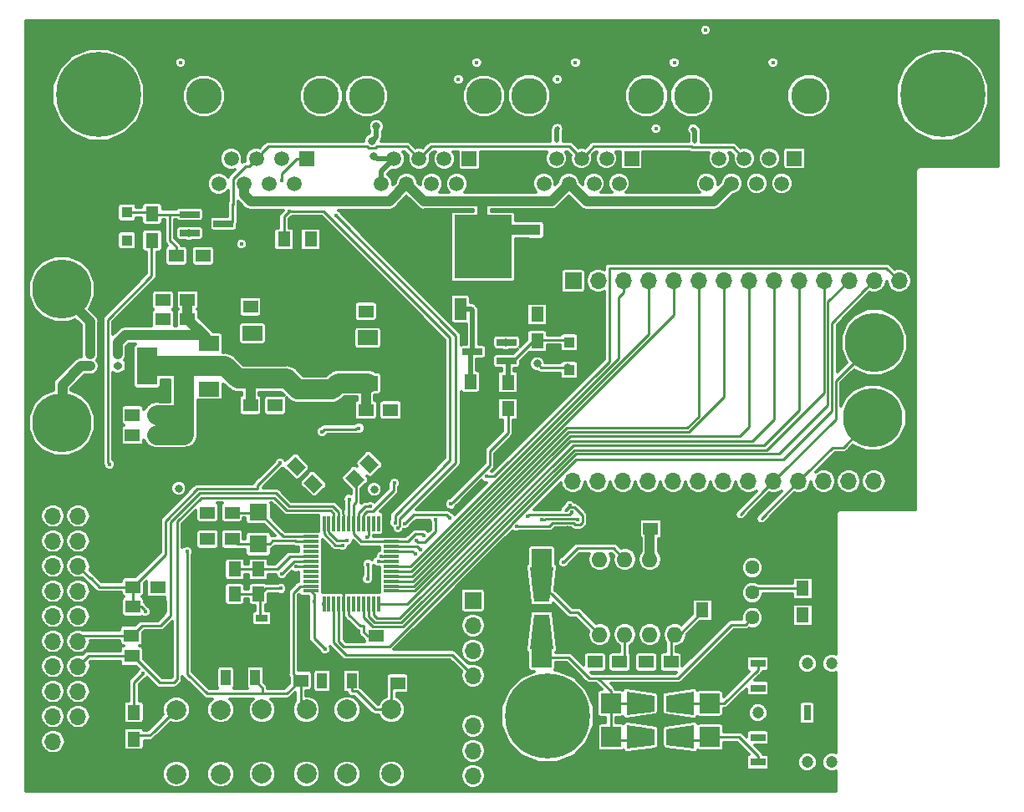
<source format=gtl>
G04 #@! TF.GenerationSoftware,KiCad,Pcbnew,(5.0.0-rc2-dev-340-g7483a73a5)*
G04 #@! TF.CreationDate,2018-06-13T08:56:42+02:00*
G04 #@! TF.ProjectId,AudiA6Main,4175646941364D61696E2E6B69636164,rev?*
G04 #@! TF.SameCoordinates,Original*
G04 #@! TF.FileFunction,Copper,L1,Top,Signal*
G04 #@! TF.FilePolarity,Positive*
%FSLAX46Y46*%
G04 Gerber Fmt 4.6, Leading zero omitted, Abs format (unit mm)*
G04 Created by KiCad (PCBNEW (5.0.0-rc2-dev-340-g7483a73a5)) date 06/13/18 08:56:42*
%MOMM*%
%LPD*%
G01*
G04 APERTURE LIST*
%ADD10C,8.600000*%
%ADD11R,1.700000X1.700000*%
%ADD12O,1.700000X1.700000*%
%ADD13R,1.500000X1.250000*%
%ADD14C,1.250000*%
%ADD15C,0.100000*%
%ADD16R,1.250000X1.500000*%
%ADD17R,0.900000X0.400000*%
%ADD18R,1.500000X0.800000*%
%ADD19C,1.200000*%
%ADD20R,0.800000X1.500000*%
%ADD21C,1.500000*%
%ADD22R,1.500000X1.500000*%
%ADD23C,3.650000*%
%ADD24R,1.200000X0.750000*%
%ADD25R,1.300000X1.500000*%
%ADD26R,1.500000X1.300000*%
%ADD27C,2.000000*%
%ADD28R,2.000000X1.500000*%
%ADD29R,2.000000X3.800000*%
%ADD30O,1.600000X1.600000*%
%ADD31R,1.600000X1.600000*%
%ADD32R,1.800000X1.750000*%
%ADD33R,1.000000X1.600000*%
%ADD34R,1.100000X1.100000*%
%ADD35R,2.000000X0.650000*%
%ADD36R,2.750000X3.050000*%
%ADD37R,5.800000X6.400000*%
%ADD38R,1.200000X2.200000*%
%ADD39C,5.999480*%
%ADD40R,1.998980X1.998980*%
%ADD41C,1.978996*%
%ADD42C,1.440000*%
%ADD43C,1.986130*%
%ADD44R,1.600000X0.300000*%
%ADD45R,0.300000X1.600000*%
%ADD46C,0.800000*%
%ADD47C,0.400000*%
%ADD48C,0.250000*%
%ADD49C,1.000000*%
%ADD50C,0.500000*%
%ADD51C,2.000000*%
%ADD52C,0.304000*%
G04 APERTURE END LIST*
D10*
X47900000Y-104050000D03*
X133400000Y-104050000D03*
D11*
X95980000Y-122920000D03*
D12*
X98520000Y-122920000D03*
X101060000Y-122920000D03*
X103600000Y-122920000D03*
X106140000Y-122920000D03*
X108680000Y-122920000D03*
X111220000Y-122920000D03*
X113760000Y-122920000D03*
X116300000Y-122920000D03*
X118840000Y-122920000D03*
X121380000Y-122920000D03*
X123920000Y-122920000D03*
X126460000Y-122920000D03*
X129000000Y-122920000D03*
D13*
X58950000Y-146400000D03*
X61450000Y-146400000D03*
X58950000Y-149100000D03*
X61450000Y-149100000D03*
X54441903Y-124873186D03*
X56941903Y-124873186D03*
X54441903Y-126773186D03*
X56941903Y-126773186D03*
X53850000Y-138550000D03*
X51350000Y-138550000D03*
X53850000Y-136500000D03*
X51350000Y-136500000D03*
X103400000Y-161550000D03*
X105900000Y-161550000D03*
X103850000Y-148050000D03*
X106350000Y-148050000D03*
X98200000Y-161550000D03*
X100700000Y-161550000D03*
X65800000Y-135550000D03*
X63300000Y-135550000D03*
X75000000Y-136000000D03*
X77500000Y-136000000D03*
X65800000Y-125550000D03*
X63300000Y-125550000D03*
X77500000Y-126000000D03*
X75000000Y-126000000D03*
X51400000Y-153950000D03*
X53900000Y-153950000D03*
D14*
X73566117Y-139716117D03*
D15*
G36*
X72593845Y-139627729D02*
X73477729Y-138743845D01*
X74538389Y-139804505D01*
X73654505Y-140688389D01*
X72593845Y-139627729D01*
X72593845Y-139627729D01*
G37*
D14*
X75333883Y-141483883D03*
D15*
G36*
X74361611Y-141395495D02*
X75245495Y-140511611D01*
X76306155Y-141572271D01*
X75422271Y-142456155D01*
X74361611Y-141395495D01*
X74361611Y-141395495D01*
G37*
D16*
X64100000Y-152150000D03*
X64100000Y-154650000D03*
D13*
X76050000Y-158900000D03*
X73550000Y-158900000D03*
D14*
X73883883Y-142983883D03*
D15*
G36*
X72911611Y-142895495D02*
X73795495Y-142011611D01*
X74856155Y-143072271D01*
X73972271Y-143956155D01*
X72911611Y-142895495D01*
X72911611Y-142895495D01*
G37*
D14*
X72116117Y-141216117D03*
D15*
G36*
X71143845Y-141127729D02*
X72027729Y-140243845D01*
X73088389Y-141304505D01*
X72204505Y-142188389D01*
X71143845Y-141127729D01*
X71143845Y-141127729D01*
G37*
D16*
X61700000Y-154650000D03*
X61700000Y-152150000D03*
D14*
X69683883Y-143483883D03*
D15*
G36*
X68711611Y-143395495D02*
X69595495Y-142511611D01*
X70656155Y-143572271D01*
X69772271Y-144456155D01*
X68711611Y-143395495D01*
X68711611Y-143395495D01*
G37*
D14*
X67916117Y-141716117D03*
D15*
G36*
X66943845Y-141627729D02*
X67827729Y-140743845D01*
X68888389Y-141804505D01*
X68004505Y-142688389D01*
X66943845Y-141627729D01*
X66943845Y-141627729D01*
G37*
D17*
X47050000Y-130375000D03*
X47050000Y-131525000D03*
X49850000Y-130375000D03*
X49850000Y-131525000D03*
D18*
X114700000Y-161700000D03*
X114700000Y-171700000D03*
X114700000Y-164200000D03*
X114700000Y-169200000D03*
D19*
X114700000Y-166700000D03*
X119700000Y-161700000D03*
X122200000Y-161700000D03*
X119700000Y-171700000D03*
X122200000Y-171700000D03*
D20*
X119700000Y-166700000D03*
D11*
X85850000Y-155300000D03*
D12*
X85850000Y-157840000D03*
X85850000Y-160380000D03*
X85850000Y-162920000D03*
X85850000Y-165460000D03*
X85850000Y-168000000D03*
X85850000Y-170540000D03*
X85850000Y-173080000D03*
D21*
X109499999Y-113054999D03*
X110769999Y-110514999D03*
X112039999Y-113054999D03*
X113309999Y-110514999D03*
X114579999Y-113054999D03*
X115849999Y-110514999D03*
X117119999Y-113054999D03*
D22*
X118389999Y-110514999D03*
D23*
X119879999Y-104164999D03*
X108009999Y-104164999D03*
X91539999Y-104164999D03*
X103409999Y-104164999D03*
D22*
X101919999Y-110514999D03*
D21*
X100649999Y-113054999D03*
X99379999Y-110514999D03*
X98109999Y-113054999D03*
X96839999Y-110514999D03*
X95569999Y-113054999D03*
X94299999Y-110514999D03*
X93029999Y-113054999D03*
X60085000Y-113090000D03*
X61355000Y-110550000D03*
X62625000Y-113090000D03*
X63895000Y-110550000D03*
X65165000Y-113090000D03*
X66435000Y-110550000D03*
X67705000Y-113090000D03*
D22*
X68975000Y-110550000D03*
D23*
X70465000Y-104200000D03*
X58595000Y-104200000D03*
X75095000Y-104200000D03*
X86965000Y-104200000D03*
D22*
X85475000Y-110550000D03*
D21*
X84205000Y-113090000D03*
X82935000Y-110550000D03*
X81665000Y-113090000D03*
X80395000Y-110550000D03*
X79125000Y-113090000D03*
X77855000Y-110550000D03*
X76585000Y-113090000D03*
D12*
X95970000Y-143240000D03*
X98510000Y-143240000D03*
X101050000Y-143240000D03*
X103590000Y-143240000D03*
X106130000Y-143240000D03*
X108670000Y-143240000D03*
X111210000Y-143240000D03*
X113750000Y-143240000D03*
X116290000Y-143240000D03*
X118830000Y-143240000D03*
X121370000Y-143240000D03*
X123910000Y-143240000D03*
X126450000Y-143240000D03*
D11*
X128990000Y-143240000D03*
D24*
X66350000Y-157100000D03*
X64450000Y-157100000D03*
D25*
X51500000Y-169350000D03*
X51500000Y-166650000D03*
D26*
X78200000Y-163700000D03*
X75500000Y-163700000D03*
X65700000Y-163425000D03*
X68400000Y-163425000D03*
D25*
X119250000Y-156800000D03*
X119250000Y-154100000D03*
X109100000Y-156300000D03*
X109100000Y-153600000D03*
X89375000Y-133200000D03*
X89375000Y-135900000D03*
X92350000Y-126325000D03*
X92350000Y-129025000D03*
X53350000Y-118825000D03*
X53350000Y-116125000D03*
X85575000Y-135850000D03*
X85575000Y-133150000D03*
D26*
X55800000Y-120375000D03*
X58500000Y-120375000D03*
X54100000Y-155950000D03*
X51400000Y-155950000D03*
X51250000Y-158850000D03*
X53950000Y-158850000D03*
X54000000Y-160950000D03*
X51300000Y-160950000D03*
D27*
X60300000Y-172900000D03*
X55800000Y-172900000D03*
X60300000Y-166400000D03*
X55800000Y-166400000D03*
D28*
X59141903Y-133873186D03*
X59141903Y-129273186D03*
X59141903Y-131573186D03*
D29*
X52841903Y-131573186D03*
D30*
X106300000Y-158770000D03*
X98680000Y-151150000D03*
X103760000Y-158770000D03*
X101220000Y-151150000D03*
X101220000Y-158770000D03*
X103760000Y-151150000D03*
X98680000Y-158770000D03*
D31*
X106300000Y-151150000D03*
D29*
X69800000Y-130550000D03*
D28*
X63500000Y-130550000D03*
X63500000Y-132850000D03*
X63500000Y-128250000D03*
X75200000Y-128700000D03*
X75200000Y-133300000D03*
X75200000Y-131000000D03*
D29*
X81500000Y-131000000D03*
D32*
X64100000Y-149600000D03*
X64100000Y-146350000D03*
D27*
X73082500Y-166379999D03*
X77582500Y-166379999D03*
X73082500Y-172879999D03*
X77582500Y-172879999D03*
X68975000Y-172875000D03*
X64475000Y-172875000D03*
X68975000Y-166375000D03*
X64475000Y-166375000D03*
D33*
X63800000Y-163150000D03*
X60800000Y-163150000D03*
D34*
X95600000Y-131950000D03*
X95600000Y-129150000D03*
X50800000Y-116000000D03*
X50800000Y-118800000D03*
X92150000Y-117750000D03*
X92150000Y-120550000D03*
D33*
X73550000Y-163450000D03*
X70550000Y-163450000D03*
D12*
X43310000Y-146740000D03*
X45850000Y-146740000D03*
X43310000Y-149280000D03*
X45850000Y-149280000D03*
X43310000Y-151820000D03*
X45850000Y-151820000D03*
X43310000Y-154360000D03*
X45850000Y-154360000D03*
X43310000Y-156900000D03*
X45850000Y-156900000D03*
X43310000Y-159440000D03*
X45850000Y-159440000D03*
X43310000Y-161980000D03*
X45850000Y-161980000D03*
X43310000Y-164520000D03*
X45850000Y-164520000D03*
X43310000Y-167060000D03*
X45850000Y-167060000D03*
X43310000Y-169600000D03*
D11*
X45850000Y-169600000D03*
D35*
X85815000Y-130100000D03*
X89235000Y-129150000D03*
X89235000Y-131050000D03*
D36*
X88375000Y-121150000D03*
X85325000Y-117800000D03*
X85325000Y-121150000D03*
X88375000Y-117800000D03*
D37*
X86850000Y-119475000D03*
D38*
X89130000Y-125775000D03*
X84570000Y-125775000D03*
D35*
X57165000Y-116175000D03*
X57165000Y-118075000D03*
X60585000Y-117125000D03*
D39*
X126350000Y-136800000D03*
X126500000Y-129150000D03*
X44200000Y-137300000D03*
X44200000Y-123750000D03*
D40*
X109802280Y-165750000D03*
X99799760Y-165750000D03*
D41*
X106800000Y-165750000D03*
D15*
G36*
X108199540Y-164551120D02*
X108199540Y-166948880D01*
X105400460Y-166550100D01*
X105400460Y-164949900D01*
X108199540Y-164551120D01*
X108199540Y-164551120D01*
G37*
D41*
X102802040Y-165750000D03*
D15*
G36*
X101402500Y-166948880D02*
X101402500Y-164551120D01*
X104201580Y-164949900D01*
X104201580Y-166550100D01*
X101402500Y-166948880D01*
X101402500Y-166948880D01*
G37*
D41*
X102852040Y-169150000D03*
D15*
G36*
X101452500Y-170348880D02*
X101452500Y-167951120D01*
X104251580Y-168349900D01*
X104251580Y-169950100D01*
X101452500Y-170348880D01*
X101452500Y-170348880D01*
G37*
D41*
X106850000Y-169150000D03*
D15*
G36*
X108249540Y-167951120D02*
X108249540Y-170348880D01*
X105450460Y-169950100D01*
X105450460Y-168349900D01*
X108249540Y-167951120D01*
X108249540Y-167951120D01*
G37*
D40*
X99849760Y-169150000D03*
X109852280Y-169150000D03*
D42*
X114150000Y-151970000D03*
X114150000Y-154510000D03*
X114150000Y-157050000D03*
D10*
X93400000Y-167050000D03*
D40*
X92800000Y-151098740D03*
X92800000Y-161101260D03*
D43*
X92800000Y-153687000D03*
D15*
G36*
X91601120Y-151936940D02*
X93998880Y-151936940D01*
X93600100Y-155437060D01*
X91999900Y-155437060D01*
X91601120Y-151936940D01*
X91601120Y-151936940D01*
G37*
D43*
X92800000Y-158513000D03*
D15*
G36*
X93998880Y-160263060D02*
X91601120Y-160263060D01*
X91999900Y-156762940D01*
X93600100Y-156762940D01*
X93998880Y-160263060D01*
X93998880Y-160263060D01*
G37*
D44*
X69400000Y-148850000D03*
X69400000Y-149350000D03*
X69400000Y-149850000D03*
X69400000Y-150350000D03*
X69400000Y-150850000D03*
X69400000Y-151350000D03*
X69400000Y-151850000D03*
X69400000Y-152350000D03*
X69400000Y-152850000D03*
X69400000Y-153350000D03*
X69400000Y-153850000D03*
X69400000Y-154350000D03*
D45*
X70750000Y-155700000D03*
X71250000Y-155700000D03*
X71750000Y-155700000D03*
X72250000Y-155700000D03*
X72750000Y-155700000D03*
X73250000Y-155700000D03*
X73750000Y-155700000D03*
X74250000Y-155700000D03*
X74750000Y-155700000D03*
X75250000Y-155700000D03*
X75750000Y-155700000D03*
X76250000Y-155700000D03*
D44*
X77600000Y-154350000D03*
X77600000Y-153850000D03*
X77600000Y-153350000D03*
X77600000Y-152850000D03*
X77600000Y-152350000D03*
X77600000Y-151850000D03*
X77600000Y-151350000D03*
X77600000Y-150850000D03*
X77600000Y-150350000D03*
X77600000Y-149850000D03*
X77600000Y-149350000D03*
X77600000Y-148850000D03*
D45*
X76250000Y-147500000D03*
X75750000Y-147500000D03*
X75250000Y-147500000D03*
X74750000Y-147500000D03*
X74250000Y-147500000D03*
X73750000Y-147500000D03*
X73250000Y-147500000D03*
X72750000Y-147500000D03*
X72250000Y-147500000D03*
X71750000Y-147500000D03*
X71250000Y-147500000D03*
X70750000Y-147500000D03*
D25*
X66700000Y-121400000D03*
X66700000Y-118700000D03*
X69400000Y-118700000D03*
X69400000Y-121400000D03*
D46*
X75165624Y-141634376D03*
D47*
X70550000Y-138200000D03*
X74300000Y-137850000D03*
X77900000Y-143400000D03*
X66300000Y-141400000D03*
X78858959Y-148125862D03*
D46*
X66600000Y-121450000D03*
X69400000Y-121400000D03*
X119150000Y-156800000D03*
X70500000Y-163450000D03*
X60850000Y-163150000D03*
X95394866Y-148105032D03*
X75400000Y-163700000D03*
X65700000Y-163400000D03*
D47*
X98200000Y-161550000D03*
X80900000Y-148750000D03*
D46*
X73950000Y-143050000D03*
X85900000Y-138200000D03*
X81800000Y-137800000D03*
X83400000Y-144050000D03*
X71900000Y-151000000D03*
X67750000Y-147200000D03*
X67250000Y-144050000D03*
X64050000Y-142000000D03*
X73300000Y-139450000D03*
X85550000Y-135850000D03*
X66300000Y-157100000D03*
X69650000Y-143450000D03*
X75850000Y-144050000D03*
X54700000Y-162700000D03*
X58500000Y-161900000D03*
X73550000Y-158900000D03*
X106350000Y-148000000D03*
X103750000Y-148000000D03*
X56050000Y-143950000D03*
X48200000Y-168300000D03*
X48150000Y-169600000D03*
X48150000Y-171150000D03*
X46600000Y-172050000D03*
X44900000Y-172050000D03*
X89100000Y-126300000D03*
X89150000Y-125050000D03*
X81550000Y-131050000D03*
X89150000Y-129200000D03*
X92350000Y-131300000D03*
X95450000Y-131750000D03*
X92300000Y-126300000D03*
X76050000Y-107250000D03*
X75600000Y-108750000D03*
X75800000Y-110250000D03*
X54000000Y-159000000D03*
X54100000Y-156000000D03*
X51350000Y-138400000D03*
X51350000Y-136500000D03*
X57050000Y-118100000D03*
X58600000Y-120550000D03*
X54300000Y-126750000D03*
X54450000Y-124800000D03*
X59100000Y-134000000D03*
X69800000Y-130500000D03*
D47*
X76500000Y-159300000D03*
X75650000Y-158600000D03*
X58950000Y-149000000D03*
D46*
X54000000Y-153900000D03*
D47*
X50750000Y-118875000D03*
X62400000Y-119200000D03*
X52405939Y-162698416D03*
X73299998Y-145050000D03*
X95000000Y-151450000D03*
X77950000Y-147450000D03*
X78238526Y-147929965D03*
D46*
X69400000Y-118700000D03*
D47*
X71975000Y-116325000D03*
X79994226Y-150614004D03*
X80509780Y-150154311D03*
X69750000Y-155400002D03*
X75225000Y-151650000D03*
X75150000Y-153125000D03*
X83599998Y-145550000D03*
X80097075Y-149218898D03*
X82044083Y-147114990D03*
X73550000Y-163450000D03*
X70850000Y-160250000D03*
X94325000Y-108675000D03*
X108150000Y-107550000D03*
X108325000Y-108775000D03*
D46*
X109100000Y-153600000D03*
X75000000Y-125950000D03*
X75150000Y-128650000D03*
X77500000Y-136100000D03*
X65850000Y-135500000D03*
X63400000Y-128300000D03*
X63250000Y-125550000D03*
D47*
X52650000Y-156450000D03*
X67950000Y-151900000D03*
X70699998Y-155700000D03*
X76250000Y-151374990D03*
X66450000Y-112750000D03*
X67250000Y-115875000D03*
X76575011Y-150850000D03*
X49050000Y-141500000D03*
X56900000Y-150350000D03*
X75118128Y-148864990D03*
X78920011Y-147565959D03*
X83500000Y-146950000D03*
X90250000Y-147800000D03*
X95650000Y-145700000D03*
X75450000Y-145800000D03*
X87200000Y-142750000D03*
D46*
X75150000Y-131000000D03*
X77550000Y-126000000D03*
X65850000Y-125450000D03*
X63450000Y-130550000D03*
X69850000Y-132050000D03*
X69850000Y-129050000D03*
X81550000Y-132500000D03*
X81550000Y-129500000D03*
D47*
X109375000Y-112500000D03*
X109375000Y-97500000D03*
X94375000Y-102500000D03*
X84375000Y-102500000D03*
X94375000Y-107500000D03*
X104375000Y-107500000D03*
X116225000Y-100800000D03*
X106225000Y-100800000D03*
X96225000Y-100800000D03*
X86225000Y-100800000D03*
X56225000Y-100800000D03*
D46*
X56450000Y-138550000D03*
X56450000Y-136550000D03*
X72100000Y-141300000D03*
D47*
X76200000Y-158800000D03*
X103300000Y-161650000D03*
X66400000Y-154100000D03*
X66500000Y-152600000D03*
X67916117Y-141716117D03*
D46*
X58900000Y-146400000D03*
X63350000Y-132850000D03*
X63250000Y-135550000D03*
X75050000Y-133200000D03*
X74950000Y-136000000D03*
X52650000Y-132950000D03*
X52650000Y-131550000D03*
X52650000Y-130250000D03*
X49850000Y-131550000D03*
X92200000Y-120550000D03*
X54050000Y-160950000D03*
D47*
X73100000Y-149200002D03*
X96445549Y-147158161D03*
X92800000Y-147150000D03*
X95850000Y-146350000D03*
X91350000Y-146800000D03*
X72616526Y-149709768D03*
D48*
X77600000Y-149350000D02*
X74550000Y-149350000D01*
X74550000Y-149350000D02*
X73750000Y-148550000D01*
X73750000Y-148550000D02*
X73750000Y-147500000D01*
X74017158Y-137850000D02*
X73917158Y-137950000D01*
X74300000Y-137850000D02*
X74017158Y-137850000D01*
X73917158Y-137950000D02*
X70800000Y-137950000D01*
X70800000Y-137950000D02*
X70550000Y-138200000D01*
X77800000Y-144167802D02*
X77800000Y-143500000D01*
X77800000Y-143500000D02*
X77900000Y-143400000D01*
X75082801Y-146285001D02*
X75682801Y-146285001D01*
X75682801Y-146285001D02*
X77800000Y-144167802D01*
X74750000Y-147500000D02*
X74750000Y-146617802D01*
X74750000Y-146617802D02*
X75082801Y-146285001D01*
X64050000Y-143650000D02*
X66300000Y-141400000D01*
X64050000Y-144000000D02*
X64050000Y-143650000D01*
X77600000Y-148850000D02*
X78250000Y-148850000D01*
X78858959Y-148241041D02*
X78858959Y-148125862D01*
X78250000Y-148850000D02*
X78858959Y-148241041D01*
X71900000Y-151000000D02*
X71900000Y-151565685D01*
X71900000Y-151565685D02*
X72750000Y-152415685D01*
X72750000Y-152415685D02*
X72750000Y-154650000D01*
X72750000Y-154650000D02*
X72750000Y-155700000D01*
X77600000Y-149350000D02*
X79258820Y-149350000D01*
X79258820Y-149350000D02*
X80058819Y-148550001D01*
X80700001Y-148550001D02*
X80900000Y-148750000D01*
X80058819Y-148550001D02*
X80700001Y-148550001D01*
X92800000Y-151098740D02*
X92800000Y-153687000D01*
X93900000Y-154750000D02*
X93000000Y-153850000D01*
X95700000Y-156550000D02*
X93900000Y-154750000D01*
X93900000Y-154750000D02*
X93863000Y-154750000D01*
X93863000Y-154750000D02*
X92800000Y-153687000D01*
X96460000Y-156550000D02*
X95700000Y-156550000D01*
X98680000Y-158770000D02*
X96460000Y-156550000D01*
X105900000Y-161550000D02*
X105900000Y-159170000D01*
X105900000Y-159170000D02*
X106300000Y-158770000D01*
X73750000Y-146450000D02*
X73750000Y-147500000D01*
X74000000Y-143050000D02*
X74000000Y-145327004D01*
X74000000Y-145327004D02*
X73750000Y-145577004D01*
X73750000Y-145577004D02*
X73750000Y-146450000D01*
X72750000Y-146577004D02*
X72674998Y-146502002D01*
X72674998Y-146502002D02*
X72674998Y-143774998D01*
X72674998Y-143774998D02*
X72116117Y-143216117D01*
X72750000Y-147500000D02*
X72750000Y-146577004D01*
X72116117Y-143216117D02*
X72116117Y-142200001D01*
X72116117Y-142200001D02*
X72116117Y-141216117D01*
D49*
X72100000Y-141300000D02*
X72100000Y-140650000D01*
X72100000Y-140650000D02*
X73300000Y-139450000D01*
X103760000Y-151150000D02*
X103760000Y-148140000D01*
X103760000Y-148140000D02*
X103850000Y-148050000D01*
D50*
X76050000Y-107250000D02*
X76050000Y-108300000D01*
X76050000Y-108300000D02*
X75600000Y-108750000D01*
X77855000Y-110550000D02*
X76100000Y-110550000D01*
X76100000Y-110550000D02*
X75800000Y-110250000D01*
X76585000Y-113090000D02*
X76585000Y-111820000D01*
X76585000Y-111820000D02*
X77855000Y-110550000D01*
D48*
X95450000Y-131725000D02*
X92750000Y-131725000D01*
X92750000Y-131725000D02*
X92350000Y-131325000D01*
X101220000Y-158770000D02*
X101220000Y-161030000D01*
X101220000Y-161030000D02*
X100700000Y-161550000D01*
X100850000Y-159140000D02*
X101220000Y-158770000D01*
X54700000Y-150650000D02*
X51400000Y-153950000D01*
X64050000Y-144000000D02*
X57950000Y-144000000D01*
X57950000Y-144000000D02*
X54700000Y-147250000D01*
X54700000Y-147250000D02*
X54700000Y-150650000D01*
X51500000Y-166650000D02*
X51500000Y-163604355D01*
X52205940Y-162898415D02*
X52405939Y-162698416D01*
X51500000Y-163604355D02*
X52205940Y-162898415D01*
X66400000Y-154100000D02*
X64850000Y-154100000D01*
X64850000Y-154100000D02*
X64100000Y-154850000D01*
X67313589Y-150850000D02*
X66013589Y-152150000D01*
X69400000Y-150850000D02*
X67313589Y-150850000D01*
X66013589Y-152150000D02*
X64100000Y-152150000D01*
X73250000Y-147500000D02*
X73250000Y-145099998D01*
X73250000Y-145099998D02*
X73299998Y-145050000D01*
X96425001Y-150024999D02*
X95199999Y-151250001D01*
X95199999Y-151250001D02*
X95000000Y-151450000D01*
X100094999Y-150024999D02*
X96425001Y-150024999D01*
X101220000Y-151150000D02*
X100094999Y-150024999D01*
X71750000Y-156750000D02*
X71750000Y-155700000D01*
X85850000Y-162920000D02*
X83740010Y-160810010D01*
X83740010Y-160810010D02*
X72992165Y-160810010D01*
X71750000Y-159567845D02*
X71750000Y-156750000D01*
X72992165Y-160810010D02*
X71750000Y-159567845D01*
X100600000Y-130750000D02*
X79500000Y-151850000D01*
X79500000Y-151850000D02*
X77600000Y-151850000D01*
X100600000Y-124582081D02*
X100600000Y-130750000D01*
X101060000Y-122920000D02*
X101060000Y-124122081D01*
X101060000Y-124122081D02*
X100600000Y-124582081D01*
X77600000Y-152350000D02*
X79600000Y-152350000D01*
X103600000Y-128350000D02*
X103600000Y-122920000D01*
X79600000Y-152350000D02*
X103600000Y-128350000D01*
X106140000Y-122920000D02*
X106140000Y-126389842D01*
X106140000Y-126389842D02*
X79679842Y-152850000D01*
X78650000Y-152850000D02*
X77600000Y-152850000D01*
X79679842Y-152850000D02*
X78650000Y-152850000D01*
X79759685Y-153350000D02*
X95309685Y-137800000D01*
X77600000Y-153350000D02*
X79759685Y-153350000D01*
X95309685Y-137800000D02*
X107550000Y-137800000D01*
X107550000Y-137800000D02*
X108680000Y-136670000D01*
X108680000Y-136670000D02*
X108680000Y-122920000D01*
X111220000Y-134709843D02*
X107719832Y-138210011D01*
X78650000Y-153850000D02*
X77600000Y-153850000D01*
X107719832Y-138210011D02*
X95479517Y-138210011D01*
X111220000Y-122920000D02*
X111220000Y-134709843D01*
X95479517Y-138210011D02*
X79839528Y-153850000D01*
X79839528Y-153850000D02*
X78650000Y-153850000D01*
X113760000Y-124122081D02*
X113760000Y-122920000D01*
X112910001Y-138610011D02*
X113760000Y-137760012D01*
X77600000Y-154350000D02*
X79919371Y-154350000D01*
X107899675Y-138610011D02*
X112910001Y-138610011D01*
X107889664Y-138620022D02*
X107899675Y-138610011D01*
X113760000Y-137760012D02*
X113760000Y-124122081D01*
X95649349Y-138620022D02*
X107889664Y-138620022D01*
X79919371Y-154350000D02*
X95649349Y-138620022D01*
X116300000Y-137000000D02*
X114100000Y-139200000D01*
X116300000Y-122920000D02*
X116300000Y-137000000D01*
X114100000Y-139200000D02*
X95649214Y-139200000D01*
X95649214Y-139200000D02*
X79149214Y-155700000D01*
X79149214Y-155700000D02*
X76650000Y-155700000D01*
X76650000Y-155700000D02*
X76250000Y-155700000D01*
X75750000Y-156750000D02*
X76150000Y-157150000D01*
X78442667Y-157150000D02*
X95982656Y-139610011D01*
X76150000Y-157150000D02*
X78442667Y-157150000D01*
X115289989Y-139610011D02*
X118840000Y-136060000D01*
X118840000Y-136060000D02*
X118840000Y-124122081D01*
X118840000Y-124122081D02*
X118840000Y-122920000D01*
X95982656Y-139610011D02*
X115289989Y-139610011D01*
X75750000Y-155700000D02*
X75750000Y-156750000D01*
X75250000Y-156929842D02*
X75880168Y-157560011D01*
X75880168Y-157560011D02*
X78612499Y-157560011D01*
X75250000Y-155700000D02*
X75250000Y-156929842D01*
X121380000Y-124122081D02*
X121380000Y-122920000D01*
X121380000Y-134220000D02*
X121380000Y-124122081D01*
X115550000Y-140050000D02*
X121380000Y-134220000D01*
X78612499Y-157560011D02*
X96122510Y-140050000D01*
X96122510Y-140050000D02*
X115550000Y-140050000D01*
X116839989Y-140460011D02*
X96292342Y-140460011D01*
X121790011Y-135509989D02*
X116839989Y-140460011D01*
X121790011Y-125049989D02*
X121790011Y-135509989D01*
X123920000Y-122920000D02*
X121790011Y-125049989D01*
X74750000Y-156750000D02*
X74750000Y-155700000D01*
X74750000Y-157009685D02*
X74750000Y-156750000D01*
X78782331Y-157970022D02*
X75710336Y-157970022D01*
X96292342Y-140460011D02*
X78782331Y-157970022D01*
X75710336Y-157970022D02*
X74750000Y-157009685D01*
X72250000Y-155700000D02*
X72250000Y-159488002D01*
X72250000Y-159488002D02*
X72761998Y-160000000D01*
X72761998Y-160000000D02*
X77368586Y-160000000D01*
X77368586Y-160000000D02*
X89764998Y-147603588D01*
X89764998Y-147603588D02*
X89764998Y-147567198D01*
X89764998Y-147567198D02*
X96282196Y-141050000D01*
X96282196Y-141050000D02*
X117250000Y-141050000D01*
X122200022Y-136099978D02*
X122200022Y-127179978D01*
X122200022Y-127179978D02*
X125610001Y-123769999D01*
X125610001Y-123769999D02*
X126460000Y-122920000D01*
X117250000Y-141050000D02*
X122200022Y-136099978D01*
X70738590Y-115875000D02*
X83525000Y-128661410D01*
X83525000Y-128661410D02*
X83525000Y-141092158D01*
X83525000Y-141092158D02*
X77950000Y-146667158D01*
X67250000Y-115875000D02*
X70738590Y-115875000D01*
X77950000Y-147167158D02*
X77950000Y-147450000D01*
X77950000Y-146667158D02*
X77950000Y-147167158D01*
X66700000Y-118700000D02*
X66700000Y-116425000D01*
X66700000Y-116425000D02*
X67250000Y-115875000D01*
X84099999Y-141350001D02*
X78435001Y-147014999D01*
X71975000Y-116325000D02*
X84099999Y-128449999D01*
X78435001Y-147733490D02*
X78238526Y-147929965D01*
X78435001Y-147014999D02*
X78435001Y-147733490D01*
X84099999Y-128449999D02*
X84099999Y-141350001D01*
X77600000Y-150350000D02*
X79730222Y-150350000D01*
X79794227Y-150414005D02*
X79994226Y-150614004D01*
X79730222Y-150350000D02*
X79794227Y-150414005D01*
X80309781Y-149954312D02*
X80509780Y-150154311D01*
X80205469Y-149850000D02*
X80309781Y-149954312D01*
X77600000Y-149850000D02*
X80205469Y-149850000D01*
X72224987Y-146688402D02*
X72224987Y-146324986D01*
X55175001Y-156860001D02*
X54160003Y-157874999D01*
X65900000Y-144450000D02*
X58136409Y-144450000D01*
X71649990Y-145749989D02*
X67199989Y-145749989D01*
X72250000Y-146713415D02*
X72224987Y-146688402D01*
X51350000Y-158850000D02*
X51250000Y-158850000D01*
X52325001Y-157874999D02*
X51350000Y-158850000D01*
X67199989Y-145749989D02*
X65900000Y-144450000D01*
X72250000Y-147500000D02*
X72250000Y-146713415D01*
X54160003Y-157874999D02*
X52325001Y-157874999D01*
X72224987Y-146324986D02*
X71649990Y-145749989D01*
X58136409Y-144450000D02*
X55175001Y-147411409D01*
X55175001Y-147411409D02*
X55175001Y-156860001D01*
X54100000Y-163650000D02*
X55550000Y-163650000D01*
X51400000Y-160950000D02*
X54100000Y-163650000D01*
X55900000Y-163300000D02*
X55900000Y-147322820D01*
X65713600Y-144900011D02*
X67013589Y-146200000D01*
X51300000Y-160950000D02*
X51400000Y-160950000D01*
X55550000Y-163650000D02*
X55900000Y-163300000D01*
X55900000Y-147322820D02*
X58322809Y-144900011D01*
X58322809Y-144900011D02*
X65713600Y-144900011D01*
X67013589Y-146200000D02*
X71463590Y-146200000D01*
X71463590Y-146200000D02*
X71750000Y-146486410D01*
X71750000Y-146486410D02*
X71750000Y-147500000D01*
X114700000Y-161700000D02*
X114700000Y-162350000D01*
X114700000Y-162350000D02*
X111300000Y-165750000D01*
X111300000Y-165750000D02*
X111051770Y-165750000D01*
X111051770Y-165750000D02*
X109802280Y-165750000D01*
X109852280Y-169150000D02*
X112800000Y-169150000D01*
X112800000Y-169150000D02*
X114700000Y-171050000D01*
X114700000Y-171050000D02*
X114700000Y-171700000D01*
X106547960Y-169450000D02*
X108047500Y-169450000D01*
X108047500Y-169450000D02*
X109550240Y-169450000D01*
X106547960Y-165750000D02*
X108047500Y-165750000D01*
X108047500Y-165750000D02*
X109550240Y-165750000D01*
X76123002Y-109300000D02*
X75948001Y-109475001D01*
X79145000Y-109300000D02*
X76123002Y-109300000D01*
X75948001Y-109475001D02*
X75251999Y-109475001D01*
X75251999Y-109475001D02*
X75076998Y-109300000D01*
X75076998Y-109300000D02*
X65145000Y-109300000D01*
X65145000Y-109300000D02*
X64644999Y-109800001D01*
X80395000Y-110550000D02*
X79145000Y-109300000D01*
X64644999Y-109800001D02*
X63895000Y-110550000D01*
X61549999Y-115050000D02*
X61549999Y-115174999D01*
X61549999Y-112573999D02*
X61549999Y-115050000D01*
X61500000Y-116965000D02*
X61500000Y-115099999D01*
X61500000Y-115099999D02*
X61549999Y-115050000D01*
X123600000Y-122660000D02*
X123850000Y-122410000D01*
X69750000Y-155400002D02*
X69750000Y-154700000D01*
X69750000Y-154700000D02*
X69400000Y-154350000D01*
X70850000Y-160250000D02*
X69750000Y-159150000D01*
X69750000Y-159150000D02*
X69750000Y-155682844D01*
X69750000Y-155682844D02*
X69750000Y-155400002D01*
X82044083Y-148314568D02*
X82044083Y-147114990D01*
X75225000Y-151650000D02*
X75225000Y-153050000D01*
X75225000Y-153050000D02*
X75150000Y-153125000D01*
X83799997Y-145350001D02*
X83599998Y-145550000D01*
X87550000Y-141599998D02*
X83799997Y-145350001D01*
X87550000Y-140175000D02*
X87550000Y-141599998D01*
X89375000Y-138350000D02*
X87550000Y-140175000D01*
X89375000Y-135900000D02*
X89375000Y-138350000D01*
X80939754Y-149418897D02*
X82044083Y-148314568D01*
X80097075Y-149218898D02*
X80297074Y-149418897D01*
X80297074Y-149418897D02*
X80939754Y-149418897D01*
X75979999Y-166379999D02*
X74100000Y-164500000D01*
X77582500Y-166379999D02*
X75979999Y-166379999D01*
X74100000Y-164500000D02*
X73550000Y-164500000D01*
X73550000Y-164500000D02*
X73550000Y-163450000D01*
X73550000Y-163150000D02*
X73550000Y-163450000D01*
X77582500Y-166379999D02*
X77582500Y-164317500D01*
X77582500Y-164317500D02*
X78200000Y-163700000D01*
D49*
X92150000Y-117750000D02*
X88575000Y-117750000D01*
X88575000Y-117750000D02*
X86850000Y-119475000D01*
X86800000Y-114824999D02*
X93799999Y-114824999D01*
X80859999Y-114824999D02*
X86800000Y-114824999D01*
X86800000Y-119725000D02*
X86800000Y-114824999D01*
X79125000Y-113090000D02*
X80859999Y-114824999D01*
X93799999Y-114824999D02*
X94820000Y-113804998D01*
X94820000Y-113804998D02*
X95569999Y-113054999D01*
D50*
X94325000Y-108675000D02*
X94325000Y-107550000D01*
X94325000Y-107550000D02*
X94375000Y-107500000D01*
X108325000Y-107725000D02*
X108150000Y-107550000D01*
X108325000Y-108775000D02*
X108325000Y-107725000D01*
D49*
X58568717Y-128400000D02*
X56941903Y-126773186D01*
X59141903Y-128973186D02*
X58568717Y-128400000D01*
X49850000Y-130375000D02*
X49850000Y-129175000D01*
X49850000Y-129175000D02*
X50625000Y-128400000D01*
X50625000Y-128400000D02*
X58568717Y-128400000D01*
D51*
X68100000Y-133950000D02*
X71550000Y-133950000D01*
X71550000Y-133950000D02*
X72200000Y-133300000D01*
X72200000Y-133300000D02*
X75200000Y-133300000D01*
X67000000Y-132850000D02*
X68100000Y-133950000D01*
X63350000Y-132850000D02*
X67000000Y-132850000D01*
X63350000Y-132850000D02*
X62028719Y-132850000D01*
X62028719Y-132850000D02*
X60751905Y-131573186D01*
X60751905Y-131573186D02*
X59141903Y-131573186D01*
X56450000Y-138550000D02*
X53850000Y-138550000D01*
X56450000Y-136550000D02*
X53900000Y-136550000D01*
X53900000Y-136550000D02*
X53850000Y-136500000D01*
D48*
X52600000Y-156400000D02*
X52650000Y-156450000D01*
X52600000Y-156300000D02*
X52600000Y-156400000D01*
X47105000Y-153075000D02*
X47125000Y-153075000D01*
X45850000Y-151820000D02*
X47105000Y-153075000D01*
X47125000Y-153075000D02*
X48000000Y-153950000D01*
X48000000Y-153950000D02*
X51400000Y-153950000D01*
X52250000Y-155950000D02*
X52600000Y-156300000D01*
X51400000Y-155950000D02*
X52250000Y-155950000D01*
D49*
X47050000Y-130375000D02*
X47050000Y-127050000D01*
X47050000Y-127050000D02*
X44250000Y-124250000D01*
X44250000Y-133450000D02*
X46175000Y-131525000D01*
X46175000Y-131525000D02*
X46502930Y-131525000D01*
X46502930Y-131525000D02*
X46552940Y-131575010D01*
X46552940Y-131575010D02*
X47050000Y-131575010D01*
X44250000Y-135600000D02*
X44250000Y-133450000D01*
D48*
X67950000Y-151900000D02*
X68000000Y-151850000D01*
X68000000Y-151850000D02*
X69400000Y-151850000D01*
X76802012Y-151350000D02*
X76777011Y-151375001D01*
X76532842Y-151374990D02*
X76250000Y-151374990D01*
X76777011Y-151375001D02*
X76532853Y-151375001D01*
X76532853Y-151375001D02*
X76532842Y-151374990D01*
X77600000Y-151350000D02*
X76802012Y-151350000D01*
X66450000Y-112750000D02*
X66450000Y-112075000D01*
X66450000Y-112075000D02*
X67975000Y-110550000D01*
X67975000Y-110550000D02*
X68975000Y-110550000D01*
X77600000Y-150850000D02*
X76575011Y-150850000D01*
X51250000Y-158850000D02*
X46440000Y-158850000D01*
X46440000Y-158850000D02*
X45850000Y-159440000D01*
X51300000Y-160950000D02*
X46880000Y-160950000D01*
X46880000Y-160950000D02*
X45850000Y-161980000D01*
D49*
X62625000Y-114150660D02*
X63324340Y-114850000D01*
X62625000Y-113090000D02*
X62625000Y-114150660D01*
X63324340Y-114850000D02*
X77365000Y-114850000D01*
X77365000Y-114850000D02*
X79125000Y-113090000D01*
X97390000Y-114875000D02*
X110219998Y-114875000D01*
X95569999Y-113054999D02*
X97390000Y-114875000D01*
X110219998Y-114875000D02*
X111290000Y-113804998D01*
X111290000Y-113804998D02*
X112039999Y-113054999D01*
D48*
X95450000Y-128925000D02*
X92450000Y-128925000D01*
X92450000Y-128925000D02*
X92350000Y-129025000D01*
X91935000Y-129025000D02*
X89910000Y-131050000D01*
X92350000Y-129025000D02*
X91935000Y-129025000D01*
X89910000Y-131050000D02*
X89235000Y-131050000D01*
D50*
X89375000Y-133200000D02*
X89375000Y-131190000D01*
X89375000Y-131190000D02*
X89235000Y-131050000D01*
X85575000Y-133150000D02*
X85575000Y-130340000D01*
X85575000Y-130340000D02*
X85815000Y-130100000D01*
X85815000Y-130100000D02*
X85815000Y-125920000D01*
X85815000Y-125920000D02*
X85670000Y-125775000D01*
X85670000Y-125775000D02*
X84570000Y-125775000D01*
D48*
X55125000Y-116175000D02*
X53400000Y-116175000D01*
X57165000Y-116175000D02*
X55125000Y-116175000D01*
X55800000Y-120375000D02*
X55800000Y-119475000D01*
X55800000Y-119475000D02*
X55125000Y-118800000D01*
X55125000Y-118800000D02*
X55125000Y-116175000D01*
X50800000Y-116000000D02*
X53225000Y-116000000D01*
X53225000Y-116000000D02*
X53350000Y-116125000D01*
X53400000Y-116175000D02*
X53350000Y-116125000D01*
X77500000Y-166297499D02*
X77582500Y-166379999D01*
X68350000Y-153850000D02*
X67650000Y-154550000D01*
X69400000Y-153850000D02*
X68350000Y-153850000D01*
X67650000Y-154550000D02*
X67650000Y-162775000D01*
X67650000Y-162775000D02*
X68300000Y-163425000D01*
X68300000Y-163425000D02*
X68400000Y-163425000D01*
X64500000Y-164750000D02*
X58900000Y-164750000D01*
X66975000Y-164750000D02*
X64500000Y-164750000D01*
X64500000Y-164150000D02*
X64500000Y-164750000D01*
X68300000Y-163425000D02*
X66975000Y-164750000D01*
X58900000Y-164750000D02*
X56900000Y-162750000D01*
X56900000Y-162750000D02*
X56900000Y-150350000D01*
X63800000Y-163150000D02*
X63800000Y-163450000D01*
X63800000Y-163450000D02*
X64500000Y-164150000D01*
X53300000Y-121350000D02*
X53300000Y-122400000D01*
X53300000Y-122400000D02*
X48850001Y-126849999D01*
X48850001Y-141300001D02*
X49050000Y-141500000D01*
X48850001Y-126849999D02*
X48850001Y-141300001D01*
X53300000Y-121350000D02*
X53300000Y-118875000D01*
X53300000Y-118875000D02*
X53350000Y-118825000D01*
X68400000Y-163425000D02*
X68400000Y-166350000D01*
X68950000Y-166350000D02*
X68975000Y-166375000D01*
X75250000Y-147500000D02*
X75250000Y-148733118D01*
X75250000Y-148733118D02*
X75118128Y-148864990D01*
X83500000Y-146950000D02*
X83179989Y-146629989D01*
X79855981Y-146629989D02*
X79120010Y-147365960D01*
X83179989Y-146629989D02*
X79855981Y-146629989D01*
X79120010Y-147365960D02*
X78920011Y-147565959D01*
X95160009Y-146189991D02*
X95292207Y-146189991D01*
X95989608Y-147420022D02*
X93929978Y-147420022D01*
X96930550Y-147390962D02*
X96678350Y-147643162D01*
X95650000Y-145700000D02*
X95160009Y-146189991D01*
X95292207Y-146189991D02*
X95617199Y-145864999D01*
X95617199Y-145864999D02*
X96082801Y-145864999D01*
X96082801Y-145864999D02*
X96930550Y-146712748D01*
X96930550Y-146712748D02*
X96930550Y-147390962D01*
X96678350Y-147643162D02*
X96212748Y-147643162D01*
X96212748Y-147643162D02*
X95989608Y-147420022D01*
X93929978Y-147420022D02*
X93550000Y-147800000D01*
X93550000Y-147800000D02*
X90250000Y-147800000D01*
X74250000Y-147500000D02*
X74250000Y-146450000D01*
X74900000Y-145800000D02*
X75167158Y-145800000D01*
X74250000Y-146450000D02*
X74900000Y-145800000D01*
X75167158Y-145800000D02*
X75450000Y-145800000D01*
X99655001Y-121644999D02*
X127724999Y-121644999D01*
X127724999Y-121644999D02*
X129000000Y-122920000D01*
X88000000Y-142750000D02*
X99655001Y-131094999D01*
X99655001Y-131094999D02*
X99655001Y-121644999D01*
X87200000Y-142750000D02*
X88000000Y-142750000D01*
X98054998Y-109300000D02*
X97589998Y-109765000D01*
X107947998Y-109300000D02*
X98054998Y-109300000D01*
X97589998Y-109765000D02*
X96839999Y-110514999D01*
X112170001Y-109375001D02*
X108022999Y-109375001D01*
X108022999Y-109375001D02*
X107947998Y-109300000D01*
X113309999Y-110514999D02*
X112170001Y-109375001D01*
X63145001Y-111299999D02*
X62823999Y-111299999D01*
X63895000Y-110550000D02*
X63145001Y-111299999D01*
X62823999Y-111299999D02*
X61549999Y-112573999D01*
X95625000Y-109300000D02*
X81645000Y-109300000D01*
X96839999Y-110514999D02*
X95625000Y-109300000D01*
X81645000Y-109300000D02*
X81144999Y-109800001D01*
X81144999Y-109800001D02*
X80395000Y-110550000D01*
D51*
X56558097Y-136626814D02*
X56558097Y-138526814D01*
D48*
X68350000Y-148850000D02*
X68324988Y-148824988D01*
X68324988Y-148824988D02*
X66599988Y-148824988D01*
X69400000Y-148850000D02*
X68350000Y-148850000D01*
X64125000Y-146350000D02*
X64100000Y-146350000D01*
X66599988Y-148824988D02*
X64125000Y-146350000D01*
X69400000Y-149350000D02*
X67927002Y-149350000D01*
X65250000Y-149600000D02*
X64100000Y-149600000D01*
X67852001Y-149274999D02*
X65575001Y-149274999D01*
X65575001Y-149274999D02*
X65250000Y-149600000D01*
X67927002Y-149350000D02*
X67852001Y-149274999D01*
X74800000Y-157900000D02*
X74400000Y-157900000D01*
X74400000Y-157900000D02*
X73250000Y-156750000D01*
X73250000Y-156750000D02*
X73250000Y-155700000D01*
X74800000Y-158550000D02*
X74800000Y-157900000D01*
X76150000Y-158900000D02*
X75150000Y-158900000D01*
X75150000Y-158900000D02*
X74800000Y-158550000D01*
X73650000Y-158900000D02*
X73650000Y-158025000D01*
X73650000Y-158025000D02*
X72750000Y-157125000D01*
X72750000Y-157125000D02*
X72750000Y-156750000D01*
X72750000Y-156750000D02*
X72750000Y-155700000D01*
X64300000Y-157150000D02*
X64300000Y-154775000D01*
X63200000Y-154675000D02*
X63225000Y-154650000D01*
X63225000Y-154650000D02*
X64100000Y-154650000D01*
X64100000Y-154650000D02*
X61700000Y-154650000D01*
X69400000Y-151350000D02*
X67750000Y-151350000D01*
X67750000Y-151350000D02*
X66500000Y-152600000D01*
X61700000Y-152150000D02*
X64100000Y-152150000D01*
X64375002Y-151874998D02*
X64100000Y-152150000D01*
X68750000Y-154350000D02*
X69400000Y-154350000D01*
X51300000Y-160950000D02*
X51650000Y-161300000D01*
X61450000Y-146400000D02*
X64050000Y-146400000D01*
X64050000Y-146400000D02*
X64100000Y-146350000D01*
X64100000Y-149600000D02*
X61950000Y-149600000D01*
X61950000Y-149600000D02*
X61450000Y-149100000D01*
D51*
X56558097Y-136626814D02*
X56558097Y-131848895D01*
X56558097Y-131848895D02*
X56741903Y-131665089D01*
D49*
X56941903Y-124873186D02*
X56816903Y-124873186D01*
X56941903Y-126773186D02*
X56941903Y-124873186D01*
X59141903Y-129273186D02*
X59141903Y-128973186D01*
D51*
X56650000Y-131573186D02*
X52841903Y-131573186D01*
X59141903Y-131573186D02*
X56650000Y-131573186D01*
X56741903Y-131665089D02*
X56650000Y-131573186D01*
D49*
X63300000Y-135550000D02*
X63300000Y-133050000D01*
X63300000Y-133050000D02*
X63500000Y-132850000D01*
X75000000Y-136000000D02*
X75000000Y-133500000D01*
X75000000Y-133500000D02*
X75200000Y-133300000D01*
D48*
X98600000Y-158850000D02*
X98680000Y-158770000D01*
X109100000Y-156300000D02*
X109100000Y-156400000D01*
X109100000Y-156400000D02*
X106730000Y-158770000D01*
X106730000Y-158770000D02*
X106300000Y-158770000D01*
X106350000Y-148050000D02*
X106350000Y-151100000D01*
X106350000Y-151100000D02*
X106300000Y-151150000D01*
X109100000Y-153600000D02*
X109100000Y-152900000D01*
X109100000Y-152900000D02*
X107350000Y-151150000D01*
X107350000Y-151150000D02*
X106300000Y-151150000D01*
D49*
X65800000Y-125550000D02*
X65800000Y-130250000D01*
X65800000Y-130250000D02*
X65500000Y-130550000D01*
X65500000Y-130550000D02*
X63500000Y-130550000D01*
X63500000Y-130550000D02*
X69800000Y-130550000D01*
X77500000Y-126000000D02*
X77500000Y-130700000D01*
X77500000Y-130700000D02*
X77200000Y-131000000D01*
X77200000Y-131000000D02*
X75200000Y-131000000D01*
X81500000Y-131000000D02*
X75200000Y-131000000D01*
D48*
X75450000Y-131000000D02*
X75200000Y-131000000D01*
X51400000Y-155950000D02*
X51400000Y-153950000D01*
X50870000Y-161380000D02*
X51300000Y-160950000D01*
X51500000Y-169000000D02*
X53100000Y-169000000D01*
X53100000Y-169000000D02*
X53500000Y-168600000D01*
X53500000Y-168600000D02*
X55800000Y-166300000D01*
X71250000Y-147500000D02*
X71250000Y-148382842D01*
X71250000Y-148382842D02*
X72067160Y-149200002D01*
X72067160Y-149200002D02*
X72817158Y-149200002D01*
X72817158Y-149200002D02*
X73100000Y-149200002D01*
X93222830Y-147010012D02*
X96297400Y-147010012D01*
X93082842Y-147150000D02*
X93222830Y-147010012D01*
X96297400Y-147010012D02*
X96445549Y-147158161D01*
X92800000Y-147150000D02*
X93082842Y-147150000D01*
X118830000Y-143240000D02*
X115059988Y-147010012D01*
X126350000Y-136800000D02*
X123350261Y-139799739D01*
X123350261Y-139799739D02*
X122270261Y-139799739D01*
X122270261Y-139799739D02*
X119679999Y-142390001D01*
X119679999Y-142390001D02*
X118830000Y-143240000D01*
X95599999Y-146600001D02*
X95850000Y-146350000D01*
X91549999Y-146600001D02*
X95599999Y-146600001D01*
X91350000Y-146800000D02*
X91549999Y-146600001D01*
X112929999Y-146600001D02*
X115440001Y-144089999D01*
X115440001Y-144089999D02*
X116290000Y-143240000D01*
X72333684Y-149709768D02*
X72616526Y-149709768D01*
X70750000Y-148550000D02*
X71909768Y-149709768D01*
X70750000Y-147500000D02*
X70750000Y-148550000D01*
X71909768Y-149709768D02*
X72333684Y-149709768D01*
X122610033Y-133039967D02*
X122610033Y-136919967D01*
X117139999Y-142390001D02*
X116290000Y-143240000D01*
X126500000Y-129150000D02*
X122610033Y-133039967D01*
X122610033Y-136919967D02*
X117139999Y-142390001D01*
X92800000Y-161101260D02*
X92800000Y-158513000D01*
X97650000Y-163200000D02*
X95551260Y-161101260D01*
X95551260Y-161101260D02*
X92800000Y-161101260D01*
X106600000Y-163200000D02*
X97650000Y-163200000D01*
X99799760Y-165750000D02*
X99799760Y-164500510D01*
X99799760Y-164500510D02*
X98499250Y-163200000D01*
X98499250Y-163200000D02*
X97650000Y-163200000D01*
X99799760Y-165750000D02*
X99799760Y-169100000D01*
X99799760Y-169100000D02*
X99849760Y-169150000D01*
X113430001Y-157769999D02*
X112030001Y-157769999D01*
X114150000Y-157050000D02*
X113430001Y-157769999D01*
X112030001Y-157769999D02*
X106600000Y-163200000D01*
X102550000Y-169450000D02*
X101050460Y-169450000D01*
X101050460Y-169450000D02*
X99547720Y-169450000D01*
X102550000Y-165750000D02*
X101050460Y-165750000D01*
X101050460Y-165750000D02*
X99547720Y-165750000D01*
X119250000Y-154100000D02*
X114560000Y-154100000D01*
X114560000Y-154100000D02*
X114150000Y-154510000D01*
D52*
G36*
X139040000Y-111340000D02*
X131250228Y-111340000D01*
X131200000Y-111330009D01*
X131149772Y-111340000D01*
X131001008Y-111369591D01*
X130832311Y-111482311D01*
X130719591Y-111651008D01*
X130680009Y-111850000D01*
X130690001Y-111900233D01*
X130690000Y-146090000D01*
X123150228Y-146090000D01*
X123100000Y-146080009D01*
X122954469Y-146108957D01*
X122901008Y-146119591D01*
X122732311Y-146232311D01*
X122619591Y-146401008D01*
X122580009Y-146600000D01*
X122590000Y-146650227D01*
X122590000Y-160768327D01*
X122400901Y-160690000D01*
X121999099Y-160690000D01*
X121627881Y-160843763D01*
X121343763Y-161127881D01*
X121190000Y-161499099D01*
X121190000Y-161900901D01*
X121343763Y-162272119D01*
X121627881Y-162556237D01*
X121999099Y-162710000D01*
X122400901Y-162710000D01*
X122590001Y-162631673D01*
X122590001Y-170768327D01*
X122400901Y-170690000D01*
X121999099Y-170690000D01*
X121627881Y-170843763D01*
X121343763Y-171127881D01*
X121190000Y-171499099D01*
X121190000Y-171900901D01*
X121343763Y-172272119D01*
X121627881Y-172556237D01*
X121999099Y-172710000D01*
X122400901Y-172710000D01*
X122590001Y-172631673D01*
X122590001Y-174640000D01*
X40560000Y-174640000D01*
X40560000Y-172619533D01*
X54390000Y-172619533D01*
X54390000Y-173180467D01*
X54604659Y-173698701D01*
X55001299Y-174095341D01*
X55519533Y-174310000D01*
X56080467Y-174310000D01*
X56598701Y-174095341D01*
X56995341Y-173698701D01*
X57210000Y-173180467D01*
X57210000Y-172619533D01*
X58890000Y-172619533D01*
X58890000Y-173180467D01*
X59104659Y-173698701D01*
X59501299Y-174095341D01*
X60019533Y-174310000D01*
X60580467Y-174310000D01*
X61098701Y-174095341D01*
X61495341Y-173698701D01*
X61710000Y-173180467D01*
X61710000Y-172619533D01*
X61699645Y-172594533D01*
X63065000Y-172594533D01*
X63065000Y-173155467D01*
X63279659Y-173673701D01*
X63676299Y-174070341D01*
X64194533Y-174285000D01*
X64755467Y-174285000D01*
X65273701Y-174070341D01*
X65670341Y-173673701D01*
X65885000Y-173155467D01*
X65885000Y-172594533D01*
X67565000Y-172594533D01*
X67565000Y-173155467D01*
X67779659Y-173673701D01*
X68176299Y-174070341D01*
X68694533Y-174285000D01*
X69255467Y-174285000D01*
X69773701Y-174070341D01*
X70170341Y-173673701D01*
X70385000Y-173155467D01*
X70385000Y-172599532D01*
X71672500Y-172599532D01*
X71672500Y-173160466D01*
X71887159Y-173678700D01*
X72283799Y-174075340D01*
X72802033Y-174289999D01*
X73362967Y-174289999D01*
X73881201Y-174075340D01*
X74277841Y-173678700D01*
X74492500Y-173160466D01*
X74492500Y-172599532D01*
X76172500Y-172599532D01*
X76172500Y-173160466D01*
X76387159Y-173678700D01*
X76783799Y-174075340D01*
X77302033Y-174289999D01*
X77862967Y-174289999D01*
X78381201Y-174075340D01*
X78777841Y-173678700D01*
X78992500Y-173160466D01*
X78992500Y-173080000D01*
X84565316Y-173080000D01*
X84663107Y-173571627D01*
X84941591Y-173988409D01*
X85358373Y-174266893D01*
X85725906Y-174340000D01*
X85974094Y-174340000D01*
X86341627Y-174266893D01*
X86758409Y-173988409D01*
X87036893Y-173571627D01*
X87134684Y-173080000D01*
X87036893Y-172588373D01*
X86758409Y-172171591D01*
X86341627Y-171893107D01*
X85974094Y-171820000D01*
X85725906Y-171820000D01*
X85358373Y-171893107D01*
X84941591Y-172171591D01*
X84663107Y-172588373D01*
X84565316Y-173080000D01*
X78992500Y-173080000D01*
X78992500Y-172599532D01*
X78777841Y-172081298D01*
X78381201Y-171684658D01*
X77862967Y-171469999D01*
X77302033Y-171469999D01*
X76783799Y-171684658D01*
X76387159Y-172081298D01*
X76172500Y-172599532D01*
X74492500Y-172599532D01*
X74277841Y-172081298D01*
X73881201Y-171684658D01*
X73362967Y-171469999D01*
X72802033Y-171469999D01*
X72283799Y-171684658D01*
X71887159Y-172081298D01*
X71672500Y-172599532D01*
X70385000Y-172599532D01*
X70385000Y-172594533D01*
X70170341Y-172076299D01*
X69773701Y-171679659D01*
X69255467Y-171465000D01*
X68694533Y-171465000D01*
X68176299Y-171679659D01*
X67779659Y-172076299D01*
X67565000Y-172594533D01*
X65885000Y-172594533D01*
X65670341Y-172076299D01*
X65273701Y-171679659D01*
X64755467Y-171465000D01*
X64194533Y-171465000D01*
X63676299Y-171679659D01*
X63279659Y-172076299D01*
X63065000Y-172594533D01*
X61699645Y-172594533D01*
X61495341Y-172101299D01*
X61098701Y-171704659D01*
X60580467Y-171490000D01*
X60019533Y-171490000D01*
X59501299Y-171704659D01*
X59104659Y-172101299D01*
X58890000Y-172619533D01*
X57210000Y-172619533D01*
X56995341Y-172101299D01*
X56598701Y-171704659D01*
X56080467Y-171490000D01*
X55519533Y-171490000D01*
X55001299Y-171704659D01*
X54604659Y-172101299D01*
X54390000Y-172619533D01*
X40560000Y-172619533D01*
X40560000Y-169600000D01*
X42025316Y-169600000D01*
X42123107Y-170091627D01*
X42401591Y-170508409D01*
X42818373Y-170786893D01*
X43185906Y-170860000D01*
X43434094Y-170860000D01*
X43801627Y-170786893D01*
X44171129Y-170540000D01*
X84565316Y-170540000D01*
X84663107Y-171031627D01*
X84941591Y-171448409D01*
X85358373Y-171726893D01*
X85725906Y-171800000D01*
X85974094Y-171800000D01*
X86341627Y-171726893D01*
X86758409Y-171448409D01*
X87036893Y-171031627D01*
X87134684Y-170540000D01*
X87036893Y-170048373D01*
X86758409Y-169631591D01*
X86341627Y-169353107D01*
X85974094Y-169280000D01*
X85725906Y-169280000D01*
X85358373Y-169353107D01*
X84941591Y-169631591D01*
X84663107Y-170048373D01*
X84565316Y-170540000D01*
X44171129Y-170540000D01*
X44218409Y-170508409D01*
X44496893Y-170091627D01*
X44594684Y-169600000D01*
X44496893Y-169108373D01*
X44218409Y-168691591D01*
X44081333Y-168600000D01*
X50431968Y-168600000D01*
X50431968Y-170100000D01*
X50463789Y-170259974D01*
X50554407Y-170395593D01*
X50690026Y-170486211D01*
X50850000Y-170518032D01*
X52150000Y-170518032D01*
X52309974Y-170486211D01*
X52445593Y-170395593D01*
X52536211Y-170259974D01*
X52568032Y-170100000D01*
X52568032Y-169535000D01*
X53047312Y-169535000D01*
X53100000Y-169545480D01*
X53152688Y-169535000D01*
X53152692Y-169535000D01*
X53308747Y-169503959D01*
X53485713Y-169385713D01*
X53515562Y-169341041D01*
X53915560Y-168941044D01*
X53915562Y-168941041D01*
X54856603Y-168000000D01*
X84565316Y-168000000D01*
X84663107Y-168491627D01*
X84941591Y-168908409D01*
X85358373Y-169186893D01*
X85725906Y-169260000D01*
X85974094Y-169260000D01*
X86341627Y-169186893D01*
X86758409Y-168908409D01*
X87036893Y-168491627D01*
X87134684Y-168000000D01*
X87036893Y-167508373D01*
X86758409Y-167091591D01*
X86341627Y-166813107D01*
X85974094Y-166740000D01*
X85725906Y-166740000D01*
X85358373Y-166813107D01*
X84941591Y-167091591D01*
X84663107Y-167508373D01*
X84565316Y-168000000D01*
X54856603Y-168000000D01*
X55185121Y-167671482D01*
X55519533Y-167810000D01*
X56080467Y-167810000D01*
X56598701Y-167595341D01*
X56995341Y-167198701D01*
X57210000Y-166680467D01*
X57210000Y-166119533D01*
X56995341Y-165601299D01*
X56598701Y-165204659D01*
X56080467Y-164990000D01*
X55519533Y-164990000D01*
X55001299Y-165204659D01*
X54604659Y-165601299D01*
X54390000Y-166119533D01*
X54390000Y-166680467D01*
X54469939Y-166873457D01*
X53158959Y-168184438D01*
X53158956Y-168184440D01*
X52878397Y-168465000D01*
X52541179Y-168465000D01*
X52536211Y-168440026D01*
X52445593Y-168304407D01*
X52309974Y-168213789D01*
X52150000Y-168181968D01*
X50850000Y-168181968D01*
X50690026Y-168213789D01*
X50554407Y-168304407D01*
X50463789Y-168440026D01*
X50431968Y-168600000D01*
X44081333Y-168600000D01*
X43801627Y-168413107D01*
X43434094Y-168340000D01*
X43185906Y-168340000D01*
X42818373Y-168413107D01*
X42401591Y-168691591D01*
X42123107Y-169108373D01*
X42025316Y-169600000D01*
X40560000Y-169600000D01*
X40560000Y-167060000D01*
X42025316Y-167060000D01*
X42123107Y-167551627D01*
X42401591Y-167968409D01*
X42818373Y-168246893D01*
X43185906Y-168320000D01*
X43434094Y-168320000D01*
X43801627Y-168246893D01*
X44218409Y-167968409D01*
X44496893Y-167551627D01*
X44580000Y-167133821D01*
X44663107Y-167551627D01*
X44941591Y-167968409D01*
X45358373Y-168246893D01*
X45725906Y-168320000D01*
X45974094Y-168320000D01*
X46341627Y-168246893D01*
X46758409Y-167968409D01*
X47036893Y-167551627D01*
X47134684Y-167060000D01*
X47036893Y-166568373D01*
X46758409Y-166151591D01*
X46341627Y-165873107D01*
X45974094Y-165800000D01*
X45725906Y-165800000D01*
X45358373Y-165873107D01*
X44941591Y-166151591D01*
X44663107Y-166568373D01*
X44580000Y-166986179D01*
X44496893Y-166568373D01*
X44218409Y-166151591D01*
X43801627Y-165873107D01*
X43434094Y-165800000D01*
X43185906Y-165800000D01*
X42818373Y-165873107D01*
X42401591Y-166151591D01*
X42123107Y-166568373D01*
X42025316Y-167060000D01*
X40560000Y-167060000D01*
X40560000Y-164520000D01*
X42025316Y-164520000D01*
X42123107Y-165011627D01*
X42401591Y-165428409D01*
X42818373Y-165706893D01*
X43185906Y-165780000D01*
X43434094Y-165780000D01*
X43801627Y-165706893D01*
X44218409Y-165428409D01*
X44496893Y-165011627D01*
X44580000Y-164593821D01*
X44663107Y-165011627D01*
X44941591Y-165428409D01*
X45358373Y-165706893D01*
X45725906Y-165780000D01*
X45974094Y-165780000D01*
X46341627Y-165706893D01*
X46758409Y-165428409D01*
X47036893Y-165011627D01*
X47134684Y-164520000D01*
X47036893Y-164028373D01*
X46758409Y-163611591D01*
X46341627Y-163333107D01*
X45974094Y-163260000D01*
X45725906Y-163260000D01*
X45358373Y-163333107D01*
X44941591Y-163611591D01*
X44663107Y-164028373D01*
X44580000Y-164446179D01*
X44496893Y-164028373D01*
X44218409Y-163611591D01*
X43801627Y-163333107D01*
X43434094Y-163260000D01*
X43185906Y-163260000D01*
X42818373Y-163333107D01*
X42401591Y-163611591D01*
X42123107Y-164028373D01*
X42025316Y-164520000D01*
X40560000Y-164520000D01*
X40560000Y-156900000D01*
X42025316Y-156900000D01*
X42123107Y-157391627D01*
X42401591Y-157808409D01*
X42818373Y-158086893D01*
X43185906Y-158160000D01*
X43434094Y-158160000D01*
X43801627Y-158086893D01*
X44218409Y-157808409D01*
X44496893Y-157391627D01*
X44580000Y-156973821D01*
X44663107Y-157391627D01*
X44941591Y-157808409D01*
X45358373Y-158086893D01*
X45725906Y-158160000D01*
X45974094Y-158160000D01*
X46341627Y-158086893D01*
X46758409Y-157808409D01*
X47036893Y-157391627D01*
X47134684Y-156900000D01*
X47036893Y-156408373D01*
X46758409Y-155991591D01*
X46341627Y-155713107D01*
X45974094Y-155640000D01*
X45725906Y-155640000D01*
X45358373Y-155713107D01*
X44941591Y-155991591D01*
X44663107Y-156408373D01*
X44580000Y-156826179D01*
X44496893Y-156408373D01*
X44218409Y-155991591D01*
X43801627Y-155713107D01*
X43434094Y-155640000D01*
X43185906Y-155640000D01*
X42818373Y-155713107D01*
X42401591Y-155991591D01*
X42123107Y-156408373D01*
X42025316Y-156900000D01*
X40560000Y-156900000D01*
X40560000Y-151820000D01*
X42025316Y-151820000D01*
X42123107Y-152311627D01*
X42401591Y-152728409D01*
X42818373Y-153006893D01*
X43185906Y-153080000D01*
X43434094Y-153080000D01*
X43801627Y-153006893D01*
X44218409Y-152728409D01*
X44496893Y-152311627D01*
X44580000Y-151893821D01*
X44663107Y-152311627D01*
X44941591Y-152728409D01*
X45358373Y-153006893D01*
X45725906Y-153080000D01*
X45974094Y-153080000D01*
X46290466Y-153017070D01*
X46657687Y-153384291D01*
X46341627Y-153173107D01*
X45974094Y-153100000D01*
X45725906Y-153100000D01*
X45358373Y-153173107D01*
X44941591Y-153451591D01*
X44663107Y-153868373D01*
X44580000Y-154286179D01*
X44496893Y-153868373D01*
X44218409Y-153451591D01*
X43801627Y-153173107D01*
X43434094Y-153100000D01*
X43185906Y-153100000D01*
X42818373Y-153173107D01*
X42401591Y-153451591D01*
X42123107Y-153868373D01*
X42025316Y-154360000D01*
X42123107Y-154851627D01*
X42401591Y-155268409D01*
X42818373Y-155546893D01*
X43185906Y-155620000D01*
X43434094Y-155620000D01*
X43801627Y-155546893D01*
X44218409Y-155268409D01*
X44496893Y-154851627D01*
X44580000Y-154433821D01*
X44663107Y-154851627D01*
X44941591Y-155268409D01*
X45358373Y-155546893D01*
X45725906Y-155620000D01*
X45974094Y-155620000D01*
X46341627Y-155546893D01*
X46758409Y-155268409D01*
X47036893Y-154851627D01*
X47134684Y-154360000D01*
X47036893Y-153868373D01*
X46800975Y-153515296D01*
X46824233Y-153530836D01*
X47584441Y-154291046D01*
X47614287Y-154335713D01*
X47658953Y-154365558D01*
X47658956Y-154365561D01*
X47772237Y-154441253D01*
X47791253Y-154453959D01*
X47947308Y-154485000D01*
X47947312Y-154485000D01*
X48000000Y-154495480D01*
X48052688Y-154485000D01*
X50231968Y-154485000D01*
X50231968Y-154575000D01*
X50263789Y-154734974D01*
X50354407Y-154870593D01*
X50454540Y-154937500D01*
X50354407Y-155004407D01*
X50263789Y-155140026D01*
X50231968Y-155300000D01*
X50231968Y-156600000D01*
X50263789Y-156759974D01*
X50354407Y-156895593D01*
X50490026Y-156986211D01*
X50650000Y-157018032D01*
X52150000Y-157018032D01*
X52309974Y-156986211D01*
X52325491Y-156975843D01*
X52528663Y-157060000D01*
X52771337Y-157060000D01*
X52995537Y-156967133D01*
X53167133Y-156795537D01*
X53260000Y-156571337D01*
X53260000Y-156328663D01*
X53167133Y-156104463D01*
X53003345Y-155940675D01*
X52985713Y-155914287D01*
X52941046Y-155884441D01*
X52665562Y-155608958D01*
X52635713Y-155564287D01*
X52568032Y-155519064D01*
X52568032Y-155300000D01*
X52536211Y-155140026D01*
X52445593Y-155004407D01*
X52345460Y-154937500D01*
X52445593Y-154870593D01*
X52536211Y-154734974D01*
X52568032Y-154575000D01*
X52568032Y-153538571D01*
X52731968Y-153374636D01*
X52731968Y-154575000D01*
X52763789Y-154734974D01*
X52854407Y-154870593D01*
X52990026Y-154961211D01*
X53150000Y-154993032D01*
X54640002Y-154993032D01*
X54640002Y-156638395D01*
X53938400Y-157339999D01*
X52377689Y-157339999D01*
X52325001Y-157329519D01*
X52272313Y-157339999D01*
X52272309Y-157339999D01*
X52116254Y-157371040D01*
X51983957Y-157459438D01*
X51983954Y-157459441D01*
X51939288Y-157489286D01*
X51909442Y-157533953D01*
X51661428Y-157781968D01*
X50500000Y-157781968D01*
X50340026Y-157813789D01*
X50204407Y-157904407D01*
X50113789Y-158040026D01*
X50081968Y-158200000D01*
X50081968Y-158315000D01*
X46492687Y-158315000D01*
X46439999Y-158304520D01*
X46423487Y-158307804D01*
X46341627Y-158253107D01*
X45974094Y-158180000D01*
X45725906Y-158180000D01*
X45358373Y-158253107D01*
X44941591Y-158531591D01*
X44663107Y-158948373D01*
X44580000Y-159366179D01*
X44496893Y-158948373D01*
X44218409Y-158531591D01*
X43801627Y-158253107D01*
X43434094Y-158180000D01*
X43185906Y-158180000D01*
X42818373Y-158253107D01*
X42401591Y-158531591D01*
X42123107Y-158948373D01*
X42025316Y-159440000D01*
X42123107Y-159931627D01*
X42401591Y-160348409D01*
X42818373Y-160626893D01*
X43185906Y-160700000D01*
X43434094Y-160700000D01*
X43801627Y-160626893D01*
X44218409Y-160348409D01*
X44496893Y-159931627D01*
X44580000Y-159513821D01*
X44663107Y-159931627D01*
X44941591Y-160348409D01*
X45358373Y-160626893D01*
X45725906Y-160700000D01*
X45974094Y-160700000D01*
X46341627Y-160626893D01*
X46758409Y-160348409D01*
X47036893Y-159931627D01*
X47134684Y-159440000D01*
X47123744Y-159385000D01*
X50081968Y-159385000D01*
X50081968Y-159500000D01*
X50113789Y-159659974D01*
X50204407Y-159795593D01*
X50340026Y-159886211D01*
X50434348Y-159904973D01*
X50390026Y-159913789D01*
X50254407Y-160004407D01*
X50163789Y-160140026D01*
X50131968Y-160300000D01*
X50131968Y-160415000D01*
X46932688Y-160415000D01*
X46880000Y-160404520D01*
X46827312Y-160415000D01*
X46827308Y-160415000D01*
X46671253Y-160446041D01*
X46538956Y-160534439D01*
X46538953Y-160534442D01*
X46494287Y-160564287D01*
X46464441Y-160608954D01*
X46290465Y-160782930D01*
X45974094Y-160720000D01*
X45725906Y-160720000D01*
X45358373Y-160793107D01*
X44941591Y-161071591D01*
X44663107Y-161488373D01*
X44580000Y-161906179D01*
X44496893Y-161488373D01*
X44218409Y-161071591D01*
X43801627Y-160793107D01*
X43434094Y-160720000D01*
X43185906Y-160720000D01*
X42818373Y-160793107D01*
X42401591Y-161071591D01*
X42123107Y-161488373D01*
X42025316Y-161980000D01*
X42123107Y-162471627D01*
X42401591Y-162888409D01*
X42818373Y-163166893D01*
X43185906Y-163240000D01*
X43434094Y-163240000D01*
X43801627Y-163166893D01*
X44218409Y-162888409D01*
X44496893Y-162471627D01*
X44580000Y-162053821D01*
X44663107Y-162471627D01*
X44941591Y-162888409D01*
X45358373Y-163166893D01*
X45725906Y-163240000D01*
X45974094Y-163240000D01*
X46341627Y-163166893D01*
X46758409Y-162888409D01*
X47036893Y-162471627D01*
X47134684Y-161980000D01*
X47047070Y-161539535D01*
X47101605Y-161485000D01*
X50131968Y-161485000D01*
X50131968Y-161600000D01*
X50163789Y-161759974D01*
X50254407Y-161895593D01*
X50390026Y-161986211D01*
X50550000Y-162018032D01*
X51711429Y-162018032D01*
X51967541Y-162274144D01*
X51888806Y-162352879D01*
X51813806Y-162533944D01*
X51158957Y-163188795D01*
X51114288Y-163218642D01*
X51084441Y-163263311D01*
X51084440Y-163263312D01*
X50996041Y-163395609D01*
X50954520Y-163604355D01*
X50965001Y-163657048D01*
X50965000Y-165481968D01*
X50850000Y-165481968D01*
X50690026Y-165513789D01*
X50554407Y-165604407D01*
X50463789Y-165740026D01*
X50431968Y-165900000D01*
X50431968Y-167400000D01*
X50463789Y-167559974D01*
X50554407Y-167695593D01*
X50690026Y-167786211D01*
X50850000Y-167818032D01*
X52150000Y-167818032D01*
X52309974Y-167786211D01*
X52445593Y-167695593D01*
X52536211Y-167559974D01*
X52568032Y-167400000D01*
X52568032Y-165900000D01*
X52536211Y-165740026D01*
X52445593Y-165604407D01*
X52309974Y-165513789D01*
X52150000Y-165481968D01*
X52035000Y-165481968D01*
X52035000Y-163825958D01*
X52570411Y-163290549D01*
X52751476Y-163215549D01*
X52830211Y-163136814D01*
X53684439Y-163991043D01*
X53714287Y-164035713D01*
X53758956Y-164065560D01*
X53758957Y-164065561D01*
X53825425Y-164109974D01*
X53891253Y-164153959D01*
X54047308Y-164185000D01*
X54047312Y-164185000D01*
X54100000Y-164195480D01*
X54152688Y-164185000D01*
X55497312Y-164185000D01*
X55550000Y-164195480D01*
X55602688Y-164185000D01*
X55602692Y-164185000D01*
X55758747Y-164153959D01*
X55935713Y-164035713D01*
X55965562Y-163991042D01*
X56241046Y-163715559D01*
X56285713Y-163685713D01*
X56315558Y-163641047D01*
X56315561Y-163641044D01*
X56403959Y-163508747D01*
X56405164Y-163502691D01*
X56435000Y-163352692D01*
X56435000Y-163352688D01*
X56445480Y-163300000D01*
X56435000Y-163247312D01*
X56435000Y-163017052D01*
X56514287Y-163135713D01*
X56558959Y-163165562D01*
X58484439Y-165091043D01*
X58514287Y-165135713D01*
X58691253Y-165253959D01*
X58847308Y-165285000D01*
X58847311Y-165285000D01*
X58899999Y-165295480D01*
X58952687Y-165285000D01*
X59420958Y-165285000D01*
X59104659Y-165601299D01*
X58890000Y-166119533D01*
X58890000Y-166680467D01*
X59104659Y-167198701D01*
X59501299Y-167595341D01*
X60019533Y-167810000D01*
X60580467Y-167810000D01*
X61098701Y-167595341D01*
X61495341Y-167198701D01*
X61710000Y-166680467D01*
X61710000Y-166119533D01*
X61495341Y-165601299D01*
X61179042Y-165285000D01*
X63570958Y-165285000D01*
X63279659Y-165576299D01*
X63065000Y-166094533D01*
X63065000Y-166655467D01*
X63279659Y-167173701D01*
X63676299Y-167570341D01*
X64194533Y-167785000D01*
X64755467Y-167785000D01*
X65273701Y-167570341D01*
X65670341Y-167173701D01*
X65885000Y-166655467D01*
X65885000Y-166094533D01*
X65670341Y-165576299D01*
X65379042Y-165285000D01*
X66922312Y-165285000D01*
X66975000Y-165295480D01*
X67027688Y-165285000D01*
X67027692Y-165285000D01*
X67183747Y-165253959D01*
X67360713Y-165135713D01*
X67390562Y-165091041D01*
X67865000Y-164616603D01*
X67865001Y-165490957D01*
X67779659Y-165576299D01*
X67565000Y-166094533D01*
X67565000Y-166655467D01*
X67779659Y-167173701D01*
X68176299Y-167570341D01*
X68694533Y-167785000D01*
X69255467Y-167785000D01*
X69773701Y-167570341D01*
X70170341Y-167173701D01*
X70385000Y-166655467D01*
X70385000Y-166099532D01*
X71672500Y-166099532D01*
X71672500Y-166660466D01*
X71887159Y-167178700D01*
X72283799Y-167575340D01*
X72802033Y-167789999D01*
X73362967Y-167789999D01*
X73881201Y-167575340D01*
X74277841Y-167178700D01*
X74492500Y-166660466D01*
X74492500Y-166099532D01*
X74277841Y-165581298D01*
X73881201Y-165184658D01*
X73540760Y-165043643D01*
X73550000Y-165045481D01*
X73602692Y-165035000D01*
X73878397Y-165035000D01*
X75564438Y-166721042D01*
X75594286Y-166765712D01*
X75771252Y-166883958D01*
X75927307Y-166914999D01*
X75927310Y-166914999D01*
X75979998Y-166925479D01*
X76032686Y-166914999D01*
X76277931Y-166914999D01*
X76387159Y-167178700D01*
X76783799Y-167575340D01*
X77302033Y-167789999D01*
X77862967Y-167789999D01*
X78381201Y-167575340D01*
X78777841Y-167178700D01*
X78992500Y-166660466D01*
X78992500Y-166113123D01*
X88690000Y-166113123D01*
X88690000Y-167986877D01*
X89407055Y-169718000D01*
X90732000Y-171042945D01*
X92463123Y-171760000D01*
X94336877Y-171760000D01*
X96068000Y-171042945D01*
X97392945Y-169718000D01*
X98110000Y-167986877D01*
X98110000Y-166113123D01*
X97392945Y-164382000D01*
X96068000Y-163057055D01*
X94336877Y-162340000D01*
X94132730Y-162340000D01*
X94185701Y-162260724D01*
X94217522Y-162100750D01*
X94217522Y-161636260D01*
X95329657Y-161636260D01*
X97234439Y-163541043D01*
X97264287Y-163585713D01*
X97308956Y-163615560D01*
X97308957Y-163615561D01*
X97373589Y-163658747D01*
X97441253Y-163703959D01*
X97597308Y-163735000D01*
X97597312Y-163735000D01*
X97650000Y-163745480D01*
X97702688Y-163735000D01*
X98277647Y-163735000D01*
X98875124Y-164332478D01*
X98800270Y-164332478D01*
X98640296Y-164364299D01*
X98504677Y-164454917D01*
X98414059Y-164590536D01*
X98382238Y-164750510D01*
X98382238Y-166749490D01*
X98414059Y-166909464D01*
X98504677Y-167045083D01*
X98640296Y-167135701D01*
X98800270Y-167167522D01*
X99264760Y-167167522D01*
X99264761Y-167732478D01*
X98850270Y-167732478D01*
X98690296Y-167764299D01*
X98554677Y-167854917D01*
X98464059Y-167990536D01*
X98432238Y-168150510D01*
X98432238Y-170149490D01*
X98464059Y-170309464D01*
X98554677Y-170445083D01*
X98690296Y-170535701D01*
X98850270Y-170567522D01*
X100849250Y-170567522D01*
X101009224Y-170535701D01*
X101073786Y-170492562D01*
X101092713Y-170561727D01*
X101201553Y-170683210D01*
X101348598Y-170753794D01*
X101511461Y-170762733D01*
X104310541Y-170363953D01*
X104411554Y-170336311D01*
X104547173Y-170245693D01*
X104637791Y-170110074D01*
X104669612Y-169950100D01*
X104669612Y-168349900D01*
X105032428Y-168349900D01*
X105032428Y-169950100D01*
X105045546Y-170054002D01*
X105116130Y-170201047D01*
X105237613Y-170309887D01*
X105391499Y-170363953D01*
X108190579Y-170762733D01*
X108409514Y-170735091D01*
X108545133Y-170644473D01*
X108635751Y-170508854D01*
X108637732Y-170498895D01*
X108692816Y-170535701D01*
X108852790Y-170567522D01*
X110851770Y-170567522D01*
X111011744Y-170535701D01*
X111147363Y-170445083D01*
X111237981Y-170309464D01*
X111269802Y-170149490D01*
X111269802Y-169685000D01*
X112578397Y-169685000D01*
X113804338Y-170910942D01*
X113790026Y-170913789D01*
X113654407Y-171004407D01*
X113563789Y-171140026D01*
X113531968Y-171300000D01*
X113531968Y-172100000D01*
X113563789Y-172259974D01*
X113654407Y-172395593D01*
X113790026Y-172486211D01*
X113950000Y-172518032D01*
X115450000Y-172518032D01*
X115609974Y-172486211D01*
X115745593Y-172395593D01*
X115836211Y-172259974D01*
X115868032Y-172100000D01*
X115868032Y-171499099D01*
X118690000Y-171499099D01*
X118690000Y-171900901D01*
X118843763Y-172272119D01*
X119127881Y-172556237D01*
X119499099Y-172710000D01*
X119900901Y-172710000D01*
X120272119Y-172556237D01*
X120556237Y-172272119D01*
X120710000Y-171900901D01*
X120710000Y-171499099D01*
X120556237Y-171127881D01*
X120272119Y-170843763D01*
X119900901Y-170690000D01*
X119499099Y-170690000D01*
X119127881Y-170843763D01*
X118843763Y-171127881D01*
X118690000Y-171499099D01*
X115868032Y-171499099D01*
X115868032Y-171300000D01*
X115836211Y-171140026D01*
X115745593Y-171004407D01*
X115609974Y-170913789D01*
X115450000Y-170881968D01*
X115212058Y-170881968D01*
X115203959Y-170841253D01*
X115115561Y-170708956D01*
X115115558Y-170708953D01*
X115085713Y-170664287D01*
X115041047Y-170634442D01*
X114424636Y-170018032D01*
X115450000Y-170018032D01*
X115609974Y-169986211D01*
X115745593Y-169895593D01*
X115836211Y-169759974D01*
X115868032Y-169600000D01*
X115868032Y-168800000D01*
X115836211Y-168640026D01*
X115745593Y-168504407D01*
X115609974Y-168413789D01*
X115450000Y-168381968D01*
X113950000Y-168381968D01*
X113790026Y-168413789D01*
X113654407Y-168504407D01*
X113563789Y-168640026D01*
X113531968Y-168800000D01*
X113531968Y-169125365D01*
X113215562Y-168808959D01*
X113185713Y-168764287D01*
X113008747Y-168646041D01*
X112852692Y-168615000D01*
X112852688Y-168615000D01*
X112800000Y-168604520D01*
X112747312Y-168615000D01*
X111269802Y-168615000D01*
X111269802Y-168150510D01*
X111237981Y-167990536D01*
X111147363Y-167854917D01*
X111011744Y-167764299D01*
X110851770Y-167732478D01*
X108852790Y-167732478D01*
X108692816Y-167764299D01*
X108628254Y-167807438D01*
X108609327Y-167738273D01*
X108500487Y-167616790D01*
X108353442Y-167546206D01*
X108190579Y-167537267D01*
X105391499Y-167936047D01*
X105290486Y-167963689D01*
X105154867Y-168054307D01*
X105064249Y-168189926D01*
X105032428Y-168349900D01*
X104669612Y-168349900D01*
X104656494Y-168245998D01*
X104585910Y-168098953D01*
X104464427Y-167990113D01*
X104310541Y-167936047D01*
X101511461Y-167537267D01*
X101292526Y-167564909D01*
X101156907Y-167655527D01*
X101066289Y-167791146D01*
X101064308Y-167801105D01*
X101009224Y-167764299D01*
X100849250Y-167732478D01*
X100334760Y-167732478D01*
X100334760Y-167167522D01*
X100799250Y-167167522D01*
X100959224Y-167135701D01*
X101023786Y-167092562D01*
X101042713Y-167161727D01*
X101151553Y-167283210D01*
X101298598Y-167353794D01*
X101461461Y-167362733D01*
X104260541Y-166963953D01*
X104361554Y-166936311D01*
X104497173Y-166845693D01*
X104587791Y-166710074D01*
X104619612Y-166550100D01*
X104619612Y-164949900D01*
X104982428Y-164949900D01*
X104982428Y-166550100D01*
X104995546Y-166654002D01*
X105066130Y-166801047D01*
X105187613Y-166909887D01*
X105341499Y-166963953D01*
X108140579Y-167362733D01*
X108359514Y-167335091D01*
X108495133Y-167244473D01*
X108585751Y-167108854D01*
X108587732Y-167098895D01*
X108642816Y-167135701D01*
X108802790Y-167167522D01*
X110801770Y-167167522D01*
X110961744Y-167135701D01*
X111097363Y-167045083D01*
X111187981Y-166909464D01*
X111219802Y-166749490D01*
X111219802Y-166499099D01*
X113690000Y-166499099D01*
X113690000Y-166900901D01*
X113843763Y-167272119D01*
X114127881Y-167556237D01*
X114499099Y-167710000D01*
X114900901Y-167710000D01*
X115272119Y-167556237D01*
X115556237Y-167272119D01*
X115710000Y-166900901D01*
X115710000Y-166499099D01*
X115556237Y-166127881D01*
X115378356Y-165950000D01*
X118881968Y-165950000D01*
X118881968Y-167450000D01*
X118913789Y-167609974D01*
X119004407Y-167745593D01*
X119140026Y-167836211D01*
X119300000Y-167868032D01*
X120100000Y-167868032D01*
X120259974Y-167836211D01*
X120395593Y-167745593D01*
X120486211Y-167609974D01*
X120518032Y-167450000D01*
X120518032Y-165950000D01*
X120486211Y-165790026D01*
X120395593Y-165654407D01*
X120259974Y-165563789D01*
X120100000Y-165531968D01*
X119300000Y-165531968D01*
X119140026Y-165563789D01*
X119004407Y-165654407D01*
X118913789Y-165790026D01*
X118881968Y-165950000D01*
X115378356Y-165950000D01*
X115272119Y-165843763D01*
X114900901Y-165690000D01*
X114499099Y-165690000D01*
X114127881Y-165843763D01*
X113843763Y-166127881D01*
X113690000Y-166499099D01*
X111219802Y-166499099D01*
X111219802Y-166285000D01*
X111247312Y-166285000D01*
X111300000Y-166295480D01*
X111352688Y-166285000D01*
X111352692Y-166285000D01*
X111508747Y-166253959D01*
X111685713Y-166135713D01*
X111715562Y-166091041D01*
X113531968Y-164274636D01*
X113531968Y-164600000D01*
X113563789Y-164759974D01*
X113654407Y-164895593D01*
X113790026Y-164986211D01*
X113950000Y-165018032D01*
X115450000Y-165018032D01*
X115609974Y-164986211D01*
X115745593Y-164895593D01*
X115836211Y-164759974D01*
X115868032Y-164600000D01*
X115868032Y-163800000D01*
X115836211Y-163640026D01*
X115745593Y-163504407D01*
X115609974Y-163413789D01*
X115450000Y-163381968D01*
X114424636Y-163381968D01*
X115041043Y-162765560D01*
X115085713Y-162735713D01*
X115203959Y-162558747D01*
X115212058Y-162518032D01*
X115450000Y-162518032D01*
X115609974Y-162486211D01*
X115745593Y-162395593D01*
X115836211Y-162259974D01*
X115868032Y-162100000D01*
X115868032Y-161499099D01*
X118690000Y-161499099D01*
X118690000Y-161900901D01*
X118843763Y-162272119D01*
X119127881Y-162556237D01*
X119499099Y-162710000D01*
X119900901Y-162710000D01*
X120272119Y-162556237D01*
X120556237Y-162272119D01*
X120710000Y-161900901D01*
X120710000Y-161499099D01*
X120556237Y-161127881D01*
X120272119Y-160843763D01*
X119900901Y-160690000D01*
X119499099Y-160690000D01*
X119127881Y-160843763D01*
X118843763Y-161127881D01*
X118690000Y-161499099D01*
X115868032Y-161499099D01*
X115868032Y-161300000D01*
X115836211Y-161140026D01*
X115745593Y-161004407D01*
X115609974Y-160913789D01*
X115450000Y-160881968D01*
X113950000Y-160881968D01*
X113790026Y-160913789D01*
X113654407Y-161004407D01*
X113563789Y-161140026D01*
X113531968Y-161300000D01*
X113531968Y-162100000D01*
X113563789Y-162259974D01*
X113654407Y-162395593D01*
X113790026Y-162486211D01*
X113804338Y-162489058D01*
X111219802Y-165073595D01*
X111219802Y-164750510D01*
X111187981Y-164590536D01*
X111097363Y-164454917D01*
X110961744Y-164364299D01*
X110801770Y-164332478D01*
X108802790Y-164332478D01*
X108642816Y-164364299D01*
X108578254Y-164407438D01*
X108559327Y-164338273D01*
X108450487Y-164216790D01*
X108303442Y-164146206D01*
X108140579Y-164137267D01*
X105341499Y-164536047D01*
X105240486Y-164563689D01*
X105104867Y-164654307D01*
X105014249Y-164789926D01*
X104982428Y-164949900D01*
X104619612Y-164949900D01*
X104606494Y-164845998D01*
X104535910Y-164698953D01*
X104414427Y-164590113D01*
X104260541Y-164536047D01*
X101461461Y-164137267D01*
X101242526Y-164164909D01*
X101106907Y-164255527D01*
X101016289Y-164391146D01*
X101014308Y-164401105D01*
X100959224Y-164364299D01*
X100799250Y-164332478D01*
X100311818Y-164332478D01*
X100303719Y-164291763D01*
X100285708Y-164264808D01*
X100215321Y-164159466D01*
X100215318Y-164159463D01*
X100185473Y-164114797D01*
X100140806Y-164084951D01*
X99790854Y-163735000D01*
X106547312Y-163735000D01*
X106600000Y-163745480D01*
X106652688Y-163735000D01*
X106652692Y-163735000D01*
X106808747Y-163703959D01*
X106985713Y-163585713D01*
X107015562Y-163541041D01*
X112251605Y-158304999D01*
X113377313Y-158304999D01*
X113430001Y-158315479D01*
X113482689Y-158304999D01*
X113482693Y-158304999D01*
X113638748Y-158273958D01*
X113815714Y-158155712D01*
X113826743Y-158139206D01*
X113925229Y-158180000D01*
X114374771Y-158180000D01*
X114790094Y-158007968D01*
X115107968Y-157690094D01*
X115280000Y-157274771D01*
X115280000Y-156825229D01*
X115107968Y-156409906D01*
X114790094Y-156092032D01*
X114688620Y-156050000D01*
X118181968Y-156050000D01*
X118181968Y-157550000D01*
X118213789Y-157709974D01*
X118304407Y-157845593D01*
X118440026Y-157936211D01*
X118600000Y-157968032D01*
X119900000Y-157968032D01*
X120059974Y-157936211D01*
X120195593Y-157845593D01*
X120286211Y-157709974D01*
X120318032Y-157550000D01*
X120318032Y-156050000D01*
X120286211Y-155890026D01*
X120195593Y-155754407D01*
X120059974Y-155663789D01*
X119900000Y-155631968D01*
X118600000Y-155631968D01*
X118440026Y-155663789D01*
X118304407Y-155754407D01*
X118213789Y-155890026D01*
X118181968Y-156050000D01*
X114688620Y-156050000D01*
X114374771Y-155920000D01*
X113925229Y-155920000D01*
X113509906Y-156092032D01*
X113192032Y-156409906D01*
X113020000Y-156825229D01*
X113020000Y-157234999D01*
X112082688Y-157234999D01*
X112030000Y-157224519D01*
X111977312Y-157234999D01*
X111977309Y-157234999D01*
X111821254Y-157266040D01*
X111644288Y-157384286D01*
X111614441Y-157428955D01*
X107068032Y-161975365D01*
X107068032Y-160925000D01*
X107036211Y-160765026D01*
X106945593Y-160629407D01*
X106809974Y-160538789D01*
X106650000Y-160506968D01*
X106435000Y-160506968D01*
X106435000Y-159976852D01*
X106772118Y-159909795D01*
X107172361Y-159642361D01*
X107439795Y-159242118D01*
X107533705Y-158770000D01*
X107525890Y-158730713D01*
X108788572Y-157468032D01*
X109750000Y-157468032D01*
X109909974Y-157436211D01*
X110045593Y-157345593D01*
X110136211Y-157209974D01*
X110168032Y-157050000D01*
X110168032Y-155550000D01*
X110136211Y-155390026D01*
X110045593Y-155254407D01*
X109909974Y-155163789D01*
X109750000Y-155131968D01*
X108450000Y-155131968D01*
X108290026Y-155163789D01*
X108154407Y-155254407D01*
X108063789Y-155390026D01*
X108031968Y-155550000D01*
X108031968Y-156711428D01*
X106976577Y-157766820D01*
X106772118Y-157630205D01*
X106419173Y-157560000D01*
X106180827Y-157560000D01*
X105827882Y-157630205D01*
X105427639Y-157897639D01*
X105160205Y-158297882D01*
X105066295Y-158770000D01*
X105160205Y-159242118D01*
X105365001Y-159548616D01*
X105365000Y-160506968D01*
X105150000Y-160506968D01*
X104990026Y-160538789D01*
X104854407Y-160629407D01*
X104763789Y-160765026D01*
X104731968Y-160925000D01*
X104731968Y-162175000D01*
X104763789Y-162334974D01*
X104854407Y-162470593D01*
X104990026Y-162561211D01*
X105150000Y-162593032D01*
X106450365Y-162593032D01*
X106378397Y-162665000D01*
X98551938Y-162665000D01*
X98499250Y-162654520D01*
X98446562Y-162665000D01*
X97871604Y-162665000D01*
X97799636Y-162593032D01*
X98950000Y-162593032D01*
X99109974Y-162561211D01*
X99245593Y-162470593D01*
X99336211Y-162334974D01*
X99368032Y-162175000D01*
X99368032Y-160925000D01*
X99531968Y-160925000D01*
X99531968Y-162175000D01*
X99563789Y-162334974D01*
X99654407Y-162470593D01*
X99790026Y-162561211D01*
X99950000Y-162593032D01*
X101450000Y-162593032D01*
X101609974Y-162561211D01*
X101745593Y-162470593D01*
X101836211Y-162334974D01*
X101868032Y-162175000D01*
X101868032Y-160925000D01*
X102231968Y-160925000D01*
X102231968Y-162175000D01*
X102263789Y-162334974D01*
X102354407Y-162470593D01*
X102490026Y-162561211D01*
X102650000Y-162593032D01*
X104150000Y-162593032D01*
X104309974Y-162561211D01*
X104445593Y-162470593D01*
X104536211Y-162334974D01*
X104568032Y-162175000D01*
X104568032Y-160925000D01*
X104536211Y-160765026D01*
X104445593Y-160629407D01*
X104309974Y-160538789D01*
X104150000Y-160506968D01*
X102650000Y-160506968D01*
X102490026Y-160538789D01*
X102354407Y-160629407D01*
X102263789Y-160765026D01*
X102231968Y-160925000D01*
X101868032Y-160925000D01*
X101836211Y-160765026D01*
X101755000Y-160643486D01*
X101755000Y-159867779D01*
X102092361Y-159642361D01*
X102359795Y-159242118D01*
X102453705Y-158770000D01*
X102526295Y-158770000D01*
X102620205Y-159242118D01*
X102887639Y-159642361D01*
X103287882Y-159909795D01*
X103640827Y-159980000D01*
X103879173Y-159980000D01*
X104232118Y-159909795D01*
X104632361Y-159642361D01*
X104899795Y-159242118D01*
X104993705Y-158770000D01*
X104899795Y-158297882D01*
X104632361Y-157897639D01*
X104232118Y-157630205D01*
X103879173Y-157560000D01*
X103640827Y-157560000D01*
X103287882Y-157630205D01*
X102887639Y-157897639D01*
X102620205Y-158297882D01*
X102526295Y-158770000D01*
X102453705Y-158770000D01*
X102359795Y-158297882D01*
X102092361Y-157897639D01*
X101692118Y-157630205D01*
X101339173Y-157560000D01*
X101100827Y-157560000D01*
X100747882Y-157630205D01*
X100347639Y-157897639D01*
X100080205Y-158297882D01*
X99986295Y-158770000D01*
X100080205Y-159242118D01*
X100347639Y-159642361D01*
X100685000Y-159867779D01*
X100685001Y-160506968D01*
X99950000Y-160506968D01*
X99790026Y-160538789D01*
X99654407Y-160629407D01*
X99563789Y-160765026D01*
X99531968Y-160925000D01*
X99368032Y-160925000D01*
X99336211Y-160765026D01*
X99245593Y-160629407D01*
X99109974Y-160538789D01*
X98950000Y-160506968D01*
X97450000Y-160506968D01*
X97290026Y-160538789D01*
X97154407Y-160629407D01*
X97063789Y-160765026D01*
X97031968Y-160925000D01*
X97031968Y-161825364D01*
X95966822Y-160760219D01*
X95936973Y-160715547D01*
X95760007Y-160597301D01*
X95603952Y-160566260D01*
X95603948Y-160566260D01*
X95551260Y-160555780D01*
X95498572Y-160566260D01*
X94275278Y-160566260D01*
X94326035Y-160523292D01*
X94400718Y-160378286D01*
X94414225Y-160215738D01*
X94015445Y-156715618D01*
X93986311Y-156602966D01*
X93895693Y-156467347D01*
X93760074Y-156376729D01*
X93600100Y-156344908D01*
X91999900Y-156344908D01*
X91884674Y-156361102D01*
X91739668Y-156435785D01*
X91634281Y-156560275D01*
X91584555Y-156715618D01*
X91185775Y-160215738D01*
X91214909Y-160423034D01*
X91305527Y-160558653D01*
X91382478Y-160610070D01*
X91382478Y-162100750D01*
X91414299Y-162260724D01*
X91504917Y-162396343D01*
X91640536Y-162486961D01*
X91800510Y-162518782D01*
X92031505Y-162518782D01*
X90732000Y-163057055D01*
X89407055Y-164382000D01*
X88690000Y-166113123D01*
X78992500Y-166113123D01*
X78992500Y-166099532D01*
X78777841Y-165581298D01*
X78381201Y-165184658D01*
X78117500Y-165075430D01*
X78117500Y-164768032D01*
X78950000Y-164768032D01*
X79109974Y-164736211D01*
X79245593Y-164645593D01*
X79336211Y-164509974D01*
X79368032Y-164350000D01*
X79368032Y-163050000D01*
X79336211Y-162890026D01*
X79245593Y-162754407D01*
X79109974Y-162663789D01*
X78950000Y-162631968D01*
X77450000Y-162631968D01*
X77290026Y-162663789D01*
X77154407Y-162754407D01*
X77063789Y-162890026D01*
X77031968Y-163050000D01*
X77031968Y-164350000D01*
X77047501Y-164428089D01*
X77047501Y-165075429D01*
X76783799Y-165184658D01*
X76387159Y-165581298D01*
X76277931Y-165844999D01*
X76201603Y-165844999D01*
X74515562Y-164158959D01*
X74485713Y-164114287D01*
X74468032Y-164102473D01*
X74468032Y-162650000D01*
X74436211Y-162490026D01*
X74345593Y-162354407D01*
X74209974Y-162263789D01*
X74050000Y-162231968D01*
X73050000Y-162231968D01*
X72890026Y-162263789D01*
X72754407Y-162354407D01*
X72663789Y-162490026D01*
X72631968Y-162650000D01*
X72631968Y-164250000D01*
X72663789Y-164409974D01*
X72754407Y-164545593D01*
X72890026Y-164636211D01*
X73037446Y-164665535D01*
X73046041Y-164708747D01*
X73134439Y-164841043D01*
X73164287Y-164885713D01*
X73290429Y-164969999D01*
X72802033Y-164969999D01*
X72283799Y-165184658D01*
X71887159Y-165581298D01*
X71672500Y-166099532D01*
X70385000Y-166099532D01*
X70385000Y-166094533D01*
X70170341Y-165576299D01*
X69773701Y-165179659D01*
X69255467Y-164965000D01*
X68935000Y-164965000D01*
X68935000Y-164493032D01*
X69150000Y-164493032D01*
X69309974Y-164461211D01*
X69445593Y-164370593D01*
X69536211Y-164234974D01*
X69568032Y-164075000D01*
X69568032Y-162775000D01*
X69543168Y-162650000D01*
X69631968Y-162650000D01*
X69631968Y-164250000D01*
X69663789Y-164409974D01*
X69754407Y-164545593D01*
X69890026Y-164636211D01*
X70050000Y-164668032D01*
X71050000Y-164668032D01*
X71209974Y-164636211D01*
X71345593Y-164545593D01*
X71436211Y-164409974D01*
X71468032Y-164250000D01*
X71468032Y-162650000D01*
X71436211Y-162490026D01*
X71345593Y-162354407D01*
X71209974Y-162263789D01*
X71050000Y-162231968D01*
X70050000Y-162231968D01*
X69890026Y-162263789D01*
X69754407Y-162354407D01*
X69663789Y-162490026D01*
X69631968Y-162650000D01*
X69543168Y-162650000D01*
X69536211Y-162615026D01*
X69445593Y-162479407D01*
X69309974Y-162388789D01*
X69150000Y-162356968D01*
X68185000Y-162356968D01*
X68185000Y-154771603D01*
X68246970Y-154709633D01*
X68304407Y-154795593D01*
X68440026Y-154886211D01*
X68600000Y-154918032D01*
X69211428Y-154918032D01*
X69215000Y-154921604D01*
X69215000Y-155097600D01*
X69140000Y-155278665D01*
X69140000Y-155521339D01*
X69215000Y-155702404D01*
X69215000Y-155735535D01*
X69215001Y-155735540D01*
X69215000Y-159097312D01*
X69204520Y-159150000D01*
X69215000Y-159202688D01*
X69215000Y-159202691D01*
X69246041Y-159358746D01*
X69364287Y-159535713D01*
X69408959Y-159565562D01*
X70257867Y-160414472D01*
X70332867Y-160595537D01*
X70504463Y-160767133D01*
X70728663Y-160860000D01*
X70971337Y-160860000D01*
X71195537Y-160767133D01*
X71367133Y-160595537D01*
X71460000Y-160371337D01*
X71460000Y-160128663D01*
X71396340Y-159974976D01*
X71408959Y-159983407D01*
X72576604Y-161151053D01*
X72606452Y-161195723D01*
X72651121Y-161225570D01*
X72651122Y-161225571D01*
X72783418Y-161313969D01*
X72939473Y-161345010D01*
X72939477Y-161345010D01*
X72992165Y-161355490D01*
X73044853Y-161345010D01*
X83518407Y-161345010D01*
X84652930Y-162479534D01*
X84565316Y-162920000D01*
X84663107Y-163411627D01*
X84941591Y-163828409D01*
X85358373Y-164106893D01*
X85725906Y-164180000D01*
X85974094Y-164180000D01*
X86341627Y-164106893D01*
X86758409Y-163828409D01*
X87036893Y-163411627D01*
X87134684Y-162920000D01*
X87036893Y-162428373D01*
X86758409Y-162011591D01*
X86341627Y-161733107D01*
X85974094Y-161660000D01*
X85725906Y-161660000D01*
X85409534Y-161722930D01*
X85042312Y-161355708D01*
X85358373Y-161566893D01*
X85725906Y-161640000D01*
X85974094Y-161640000D01*
X86341627Y-161566893D01*
X86758409Y-161288409D01*
X87036893Y-160871627D01*
X87134684Y-160380000D01*
X87036893Y-159888373D01*
X86758409Y-159471591D01*
X86341627Y-159193107D01*
X85974094Y-159120000D01*
X85725906Y-159120000D01*
X85358373Y-159193107D01*
X84941591Y-159471591D01*
X84663107Y-159888373D01*
X84565316Y-160380000D01*
X84663107Y-160871627D01*
X84874292Y-161187689D01*
X84155572Y-160468969D01*
X84125723Y-160424297D01*
X83948757Y-160306051D01*
X83792702Y-160275010D01*
X83792698Y-160275010D01*
X83740010Y-160264530D01*
X83687322Y-160275010D01*
X77850179Y-160275010D01*
X80285189Y-157840000D01*
X84565316Y-157840000D01*
X84663107Y-158331627D01*
X84941591Y-158748409D01*
X85358373Y-159026893D01*
X85725906Y-159100000D01*
X85974094Y-159100000D01*
X86341627Y-159026893D01*
X86758409Y-158748409D01*
X87036893Y-158331627D01*
X87134684Y-157840000D01*
X87036893Y-157348373D01*
X86758409Y-156931591D01*
X86341627Y-156653107D01*
X85974094Y-156580000D01*
X85725906Y-156580000D01*
X85358373Y-156653107D01*
X84941591Y-156931591D01*
X84663107Y-157348373D01*
X84565316Y-157840000D01*
X80285189Y-157840000D01*
X83675189Y-154450000D01*
X84581968Y-154450000D01*
X84581968Y-156150000D01*
X84613789Y-156309974D01*
X84704407Y-156445593D01*
X84840026Y-156536211D01*
X85000000Y-156568032D01*
X86700000Y-156568032D01*
X86859974Y-156536211D01*
X86995593Y-156445593D01*
X87086211Y-156309974D01*
X87118032Y-156150000D01*
X87118032Y-154450000D01*
X87086211Y-154290026D01*
X86995593Y-154154407D01*
X86859974Y-154063789D01*
X86700000Y-154031968D01*
X85000000Y-154031968D01*
X84840026Y-154063789D01*
X84704407Y-154154407D01*
X84613789Y-154290026D01*
X84581968Y-154450000D01*
X83675189Y-154450000D01*
X86140927Y-151984262D01*
X91185775Y-151984262D01*
X91584555Y-155484382D01*
X91613689Y-155597034D01*
X91704307Y-155732653D01*
X91839926Y-155823271D01*
X91999900Y-155855092D01*
X93600100Y-155855092D01*
X93715326Y-155838898D01*
X93860332Y-155764215D01*
X93965719Y-155639725D01*
X93982063Y-155588666D01*
X95284439Y-156891043D01*
X95314287Y-156935713D01*
X95491253Y-157053959D01*
X95647308Y-157085000D01*
X95647312Y-157085000D01*
X95699999Y-157095480D01*
X95752686Y-157085000D01*
X96238397Y-157085000D01*
X97525451Y-158372055D01*
X97446295Y-158770000D01*
X97540205Y-159242118D01*
X97807639Y-159642361D01*
X98207882Y-159909795D01*
X98560827Y-159980000D01*
X98799173Y-159980000D01*
X99152118Y-159909795D01*
X99552361Y-159642361D01*
X99819795Y-159242118D01*
X99913705Y-158770000D01*
X99819795Y-158297882D01*
X99552361Y-157897639D01*
X99152118Y-157630205D01*
X98799173Y-157560000D01*
X98560827Y-157560000D01*
X98282055Y-157615451D01*
X96875562Y-156208959D01*
X96845713Y-156164287D01*
X96668747Y-156046041D01*
X96512692Y-156015000D01*
X96512688Y-156015000D01*
X96460000Y-156004520D01*
X96407312Y-156015000D01*
X95921604Y-156015000D01*
X94315562Y-154408959D01*
X94285713Y-154364287D01*
X94241043Y-154334439D01*
X94191833Y-154285229D01*
X113020000Y-154285229D01*
X113020000Y-154734771D01*
X113192032Y-155150094D01*
X113509906Y-155467968D01*
X113925229Y-155640000D01*
X114374771Y-155640000D01*
X114790094Y-155467968D01*
X115107968Y-155150094D01*
X115280000Y-154734771D01*
X115280000Y-154635000D01*
X118181968Y-154635000D01*
X118181968Y-154850000D01*
X118213789Y-155009974D01*
X118304407Y-155145593D01*
X118440026Y-155236211D01*
X118600000Y-155268032D01*
X119900000Y-155268032D01*
X120059974Y-155236211D01*
X120195593Y-155145593D01*
X120286211Y-155009974D01*
X120318032Y-154850000D01*
X120318032Y-153350000D01*
X120286211Y-153190026D01*
X120195593Y-153054407D01*
X120059974Y-152963789D01*
X119900000Y-152931968D01*
X118600000Y-152931968D01*
X118440026Y-152963789D01*
X118304407Y-153054407D01*
X118213789Y-153190026D01*
X118181968Y-153350000D01*
X118181968Y-153565000D01*
X114803062Y-153565000D01*
X114790094Y-153552032D01*
X114374771Y-153380000D01*
X113925229Y-153380000D01*
X113509906Y-153552032D01*
X113192032Y-153869906D01*
X113020000Y-154285229D01*
X94191833Y-154285229D01*
X94156135Y-154249532D01*
X94414225Y-151984262D01*
X94385091Y-151776966D01*
X94294473Y-151641347D01*
X94217522Y-151589930D01*
X94217522Y-151328663D01*
X94390000Y-151328663D01*
X94390000Y-151571337D01*
X94482867Y-151795537D01*
X94654463Y-151967133D01*
X94878663Y-152060000D01*
X95121337Y-152060000D01*
X95345537Y-151967133D01*
X95517133Y-151795537D01*
X95592134Y-151614469D01*
X95615559Y-151591044D01*
X96646605Y-150559999D01*
X97618972Y-150559999D01*
X97540205Y-150677882D01*
X97446295Y-151150000D01*
X97540205Y-151622118D01*
X97807639Y-152022361D01*
X98207882Y-152289795D01*
X98560827Y-152360000D01*
X98799173Y-152360000D01*
X99152118Y-152289795D01*
X99552361Y-152022361D01*
X99819795Y-151622118D01*
X99913705Y-151150000D01*
X99819795Y-150677882D01*
X99741028Y-150559999D01*
X99873396Y-150559999D01*
X100065451Y-150752055D01*
X99986295Y-151150000D01*
X100080205Y-151622118D01*
X100347639Y-152022361D01*
X100747882Y-152289795D01*
X101100827Y-152360000D01*
X101339173Y-152360000D01*
X101692118Y-152289795D01*
X102092361Y-152022361D01*
X102359795Y-151622118D01*
X102453705Y-151150000D01*
X102526295Y-151150000D01*
X102620205Y-151622118D01*
X102887639Y-152022361D01*
X103287882Y-152289795D01*
X103640827Y-152360000D01*
X103879173Y-152360000D01*
X104232118Y-152289795D01*
X104632361Y-152022361D01*
X104817534Y-151745229D01*
X113020000Y-151745229D01*
X113020000Y-152194771D01*
X113192032Y-152610094D01*
X113509906Y-152927968D01*
X113925229Y-153100000D01*
X114374771Y-153100000D01*
X114790094Y-152927968D01*
X115107968Y-152610094D01*
X115280000Y-152194771D01*
X115280000Y-151745229D01*
X115107968Y-151329906D01*
X114790094Y-151012032D01*
X114374771Y-150840000D01*
X113925229Y-150840000D01*
X113509906Y-151012032D01*
X113192032Y-151329906D01*
X113020000Y-151745229D01*
X104817534Y-151745229D01*
X104899795Y-151622118D01*
X104993705Y-151150000D01*
X104899795Y-150677882D01*
X104670000Y-150333970D01*
X104670000Y-149079108D01*
X104759974Y-149061211D01*
X104895593Y-148970593D01*
X104986211Y-148834974D01*
X105018032Y-148675000D01*
X105018032Y-147425000D01*
X104986211Y-147265026D01*
X104895593Y-147129407D01*
X104759974Y-147038789D01*
X104600000Y-147006968D01*
X103100000Y-147006968D01*
X102940026Y-147038789D01*
X102804407Y-147129407D01*
X102713789Y-147265026D01*
X102681968Y-147425000D01*
X102681968Y-148675000D01*
X102713789Y-148834974D01*
X102804407Y-148970593D01*
X102850001Y-149001058D01*
X102850000Y-150333969D01*
X102620205Y-150677882D01*
X102526295Y-151150000D01*
X102453705Y-151150000D01*
X102359795Y-150677882D01*
X102092361Y-150277639D01*
X101692118Y-150010205D01*
X101339173Y-149940000D01*
X101100827Y-149940000D01*
X100822055Y-149995451D01*
X100510561Y-149683958D01*
X100480712Y-149639286D01*
X100303746Y-149521040D01*
X100147691Y-149489999D01*
X100147687Y-149489999D01*
X100094999Y-149479519D01*
X100042311Y-149489999D01*
X96477687Y-149489999D01*
X96425000Y-149479519D01*
X96372313Y-149489999D01*
X96372309Y-149489999D01*
X96216254Y-149521040D01*
X96039288Y-149639286D01*
X96009440Y-149683956D01*
X94858956Y-150834441D01*
X94835531Y-150857866D01*
X94654463Y-150932867D01*
X94482867Y-151104463D01*
X94390000Y-151328663D01*
X94217522Y-151328663D01*
X94217522Y-150099250D01*
X94185701Y-149939276D01*
X94095083Y-149803657D01*
X93959464Y-149713039D01*
X93799490Y-149681218D01*
X91800510Y-149681218D01*
X91640536Y-149713039D01*
X91504917Y-149803657D01*
X91414299Y-149939276D01*
X91382478Y-150099250D01*
X91382478Y-151584846D01*
X91273965Y-151676708D01*
X91199282Y-151821714D01*
X91185775Y-151984262D01*
X86140927Y-151984262D01*
X89856260Y-148268930D01*
X89904463Y-148317133D01*
X90128663Y-148410000D01*
X90371337Y-148410000D01*
X90552402Y-148335000D01*
X93497312Y-148335000D01*
X93550000Y-148345480D01*
X93602688Y-148335000D01*
X93602692Y-148335000D01*
X93758747Y-148303959D01*
X93935713Y-148185713D01*
X93965562Y-148141041D01*
X94151582Y-147955022D01*
X95768005Y-147955022D01*
X95797186Y-147984203D01*
X95827035Y-148028875D01*
X96004001Y-148147121D01*
X96160056Y-148178162D01*
X96160060Y-148178162D01*
X96212748Y-148188642D01*
X96265436Y-148178162D01*
X96625662Y-148178162D01*
X96678350Y-148188642D01*
X96731038Y-148178162D01*
X96731042Y-148178162D01*
X96887097Y-148147121D01*
X97064063Y-148028875D01*
X97093912Y-147984203D01*
X97271593Y-147806523D01*
X97316263Y-147776675D01*
X97361652Y-147708747D01*
X97434509Y-147599709D01*
X97436655Y-147588922D01*
X97465550Y-147443654D01*
X97465550Y-147443650D01*
X97476030Y-147390962D01*
X97465550Y-147338274D01*
X97465550Y-146765435D01*
X97476030Y-146712747D01*
X97465550Y-146660057D01*
X97465550Y-146660056D01*
X97434509Y-146504001D01*
X97316263Y-146327035D01*
X97271594Y-146297188D01*
X96498363Y-145523958D01*
X96468514Y-145479286D01*
X96291548Y-145361040D01*
X96144451Y-145331781D01*
X95995537Y-145182867D01*
X95771337Y-145090000D01*
X95528663Y-145090000D01*
X95304463Y-145182867D01*
X95132867Y-145354463D01*
X95057867Y-145535529D01*
X94818968Y-145774429D01*
X94774296Y-145804278D01*
X94656050Y-145981244D01*
X94639390Y-146065001D01*
X92023799Y-146065001D01*
X94712440Y-143376361D01*
X94783107Y-143731627D01*
X95061591Y-144148409D01*
X95478373Y-144426893D01*
X95845906Y-144500000D01*
X96094094Y-144500000D01*
X96461627Y-144426893D01*
X96878409Y-144148409D01*
X97156893Y-143731627D01*
X97240000Y-143313821D01*
X97323107Y-143731627D01*
X97601591Y-144148409D01*
X98018373Y-144426893D01*
X98385906Y-144500000D01*
X98634094Y-144500000D01*
X99001627Y-144426893D01*
X99418409Y-144148409D01*
X99696893Y-143731627D01*
X99780000Y-143313821D01*
X99863107Y-143731627D01*
X100141591Y-144148409D01*
X100558373Y-144426893D01*
X100925906Y-144500000D01*
X101174094Y-144500000D01*
X101541627Y-144426893D01*
X101958409Y-144148409D01*
X102236893Y-143731627D01*
X102320000Y-143313821D01*
X102403107Y-143731627D01*
X102681591Y-144148409D01*
X103098373Y-144426893D01*
X103465906Y-144500000D01*
X103714094Y-144500000D01*
X104081627Y-144426893D01*
X104498409Y-144148409D01*
X104776893Y-143731627D01*
X104860000Y-143313821D01*
X104943107Y-143731627D01*
X105221591Y-144148409D01*
X105638373Y-144426893D01*
X106005906Y-144500000D01*
X106254094Y-144500000D01*
X106621627Y-144426893D01*
X107038409Y-144148409D01*
X107316893Y-143731627D01*
X107400000Y-143313821D01*
X107483107Y-143731627D01*
X107761591Y-144148409D01*
X108178373Y-144426893D01*
X108545906Y-144500000D01*
X108794094Y-144500000D01*
X109161627Y-144426893D01*
X109578409Y-144148409D01*
X109856893Y-143731627D01*
X109940000Y-143313821D01*
X110023107Y-143731627D01*
X110301591Y-144148409D01*
X110718373Y-144426893D01*
X111085906Y-144500000D01*
X111334094Y-144500000D01*
X111701627Y-144426893D01*
X112118409Y-144148409D01*
X112396893Y-143731627D01*
X112480000Y-143313821D01*
X112563107Y-143731627D01*
X112841591Y-144148409D01*
X113258373Y-144426893D01*
X113625906Y-144500000D01*
X113874094Y-144500000D01*
X114241627Y-144426893D01*
X114557685Y-144215710D01*
X112514439Y-146258958D01*
X112426040Y-146391255D01*
X112384519Y-146600001D01*
X112426040Y-146808747D01*
X112544286Y-146985714D01*
X112721253Y-147103960D01*
X112929999Y-147145481D01*
X113138745Y-147103960D01*
X113271042Y-147015561D01*
X115849535Y-144437070D01*
X116165906Y-144500000D01*
X116414094Y-144500000D01*
X116781627Y-144426893D01*
X117097687Y-144215710D01*
X114644428Y-146668969D01*
X114556029Y-146801266D01*
X114514508Y-147010012D01*
X114556029Y-147218758D01*
X114674275Y-147395725D01*
X114851242Y-147513971D01*
X115059988Y-147555492D01*
X115268734Y-147513971D01*
X115401031Y-147425572D01*
X118389534Y-144437070D01*
X118705906Y-144500000D01*
X118954094Y-144500000D01*
X119321627Y-144426893D01*
X119738409Y-144148409D01*
X120016893Y-143731627D01*
X120100000Y-143313821D01*
X120183107Y-143731627D01*
X120461591Y-144148409D01*
X120878373Y-144426893D01*
X121245906Y-144500000D01*
X121494094Y-144500000D01*
X121861627Y-144426893D01*
X122278409Y-144148409D01*
X122556893Y-143731627D01*
X122640000Y-143313821D01*
X122723107Y-143731627D01*
X123001591Y-144148409D01*
X123418373Y-144426893D01*
X123785906Y-144500000D01*
X124034094Y-144500000D01*
X124401627Y-144426893D01*
X124818409Y-144148409D01*
X125096893Y-143731627D01*
X125180000Y-143313821D01*
X125263107Y-143731627D01*
X125541591Y-144148409D01*
X125958373Y-144426893D01*
X126325906Y-144500000D01*
X126574094Y-144500000D01*
X126941627Y-144426893D01*
X127358409Y-144148409D01*
X127636893Y-143731627D01*
X127734684Y-143240000D01*
X127636893Y-142748373D01*
X127358409Y-142331591D01*
X126941627Y-142053107D01*
X126574094Y-141980000D01*
X126325906Y-141980000D01*
X125958373Y-142053107D01*
X125541591Y-142331591D01*
X125263107Y-142748373D01*
X125180000Y-143166179D01*
X125096893Y-142748373D01*
X124818409Y-142331591D01*
X124401627Y-142053107D01*
X124034094Y-141980000D01*
X123785906Y-141980000D01*
X123418373Y-142053107D01*
X123001591Y-142331591D01*
X122723107Y-142748373D01*
X122640000Y-143166179D01*
X122556893Y-142748373D01*
X122278409Y-142331591D01*
X121861627Y-142053107D01*
X121494094Y-141980000D01*
X121245906Y-141980000D01*
X120878373Y-142053107D01*
X120562311Y-142264292D01*
X122491866Y-140334739D01*
X123297573Y-140334739D01*
X123350261Y-140345219D01*
X123402949Y-140334739D01*
X123402953Y-140334739D01*
X123559008Y-140303698D01*
X123735974Y-140185452D01*
X123765823Y-140140780D01*
X124317251Y-139589352D01*
X124418537Y-139690638D01*
X125671760Y-140209740D01*
X127028240Y-140209740D01*
X128281463Y-139690638D01*
X129240638Y-138731463D01*
X129759740Y-137478240D01*
X129759740Y-136121760D01*
X129240638Y-134868537D01*
X128281463Y-133909362D01*
X127028240Y-133390260D01*
X125671760Y-133390260D01*
X124418537Y-133909362D01*
X123459362Y-134868537D01*
X123145033Y-135627394D01*
X123145033Y-133261570D01*
X124467251Y-131939352D01*
X124568537Y-132040638D01*
X125821760Y-132559740D01*
X127178240Y-132559740D01*
X128431463Y-132040638D01*
X129390638Y-131081463D01*
X129909740Y-129828240D01*
X129909740Y-128471760D01*
X129390638Y-127218537D01*
X128431463Y-126259362D01*
X127178240Y-125740260D01*
X125821760Y-125740260D01*
X124568537Y-126259362D01*
X123609362Y-127218537D01*
X123090260Y-128471760D01*
X123090260Y-129828240D01*
X123609362Y-131081463D01*
X123710648Y-131182749D01*
X122735022Y-132158375D01*
X122735022Y-127401581D01*
X126019534Y-124117070D01*
X126335906Y-124180000D01*
X126584094Y-124180000D01*
X126951627Y-124106893D01*
X127368409Y-123828409D01*
X127646893Y-123411627D01*
X127730000Y-122993821D01*
X127813107Y-123411627D01*
X128091591Y-123828409D01*
X128508373Y-124106893D01*
X128875906Y-124180000D01*
X129124094Y-124180000D01*
X129491627Y-124106893D01*
X129908409Y-123828409D01*
X130186893Y-123411627D01*
X130284684Y-122920000D01*
X130186893Y-122428373D01*
X129908409Y-122011591D01*
X129491627Y-121733107D01*
X129124094Y-121660000D01*
X128875906Y-121660000D01*
X128559534Y-121722930D01*
X128140561Y-121303958D01*
X128110712Y-121259286D01*
X127933746Y-121141040D01*
X127777691Y-121109999D01*
X127777687Y-121109999D01*
X127724999Y-121099519D01*
X127672311Y-121109999D01*
X99707693Y-121109999D01*
X99655001Y-121099518D01*
X99602309Y-121109999D01*
X99446254Y-121141040D01*
X99269288Y-121259286D01*
X99151042Y-121436252D01*
X99109520Y-121644999D01*
X99120002Y-121697696D01*
X99120002Y-121805521D01*
X99011627Y-121733107D01*
X98644094Y-121660000D01*
X98395906Y-121660000D01*
X98028373Y-121733107D01*
X97611591Y-122011591D01*
X97333107Y-122428373D01*
X97248032Y-122856073D01*
X97248032Y-122070000D01*
X97216211Y-121910026D01*
X97125593Y-121774407D01*
X96989974Y-121683789D01*
X96830000Y-121651968D01*
X95130000Y-121651968D01*
X94970026Y-121683789D01*
X94834407Y-121774407D01*
X94743789Y-121910026D01*
X94711968Y-122070000D01*
X94711968Y-123770000D01*
X94743789Y-123929974D01*
X94834407Y-124065593D01*
X94970026Y-124156211D01*
X95130000Y-124188032D01*
X96830000Y-124188032D01*
X96989974Y-124156211D01*
X97125593Y-124065593D01*
X97216211Y-123929974D01*
X97248032Y-123770000D01*
X97248032Y-122983927D01*
X97333107Y-123411627D01*
X97611591Y-123828409D01*
X98028373Y-124106893D01*
X98395906Y-124180000D01*
X98644094Y-124180000D01*
X99011627Y-124106893D01*
X99120002Y-124034480D01*
X99120001Y-130873395D01*
X87778397Y-142215000D01*
X87691602Y-142215000D01*
X87891043Y-142015558D01*
X87935713Y-141985711D01*
X88053959Y-141808745D01*
X88085000Y-141652690D01*
X88085000Y-141652687D01*
X88095480Y-141599999D01*
X88085000Y-141547311D01*
X88085000Y-140396603D01*
X89716046Y-138765559D01*
X89760713Y-138735713D01*
X89790558Y-138691047D01*
X89790561Y-138691044D01*
X89878959Y-138558747D01*
X89893628Y-138485000D01*
X89910000Y-138402692D01*
X89910000Y-138402688D01*
X89920480Y-138350000D01*
X89910000Y-138297312D01*
X89910000Y-137068032D01*
X90025000Y-137068032D01*
X90184974Y-137036211D01*
X90320593Y-136945593D01*
X90411211Y-136809974D01*
X90443032Y-136650000D01*
X90443032Y-135150000D01*
X90411211Y-134990026D01*
X90320593Y-134854407D01*
X90184974Y-134763789D01*
X90025000Y-134731968D01*
X88725000Y-134731968D01*
X88565026Y-134763789D01*
X88429407Y-134854407D01*
X88338789Y-134990026D01*
X88306968Y-135150000D01*
X88306968Y-136650000D01*
X88338789Y-136809974D01*
X88429407Y-136945593D01*
X88565026Y-137036211D01*
X88725000Y-137068032D01*
X88840000Y-137068032D01*
X88840001Y-138128394D01*
X87208959Y-139759438D01*
X87164287Y-139789287D01*
X87046041Y-139966254D01*
X87015000Y-140122309D01*
X87015000Y-140122312D01*
X87004520Y-140175000D01*
X87015000Y-140227688D01*
X87015001Y-141378393D01*
X83458954Y-144934441D01*
X83435529Y-144957866D01*
X83254461Y-145032867D01*
X83082865Y-145204463D01*
X82989998Y-145428663D01*
X82989998Y-145671337D01*
X83082865Y-145895537D01*
X83254461Y-146067133D01*
X83478661Y-146160000D01*
X83721335Y-146160000D01*
X83945535Y-146067133D01*
X84117131Y-145895537D01*
X84192132Y-145714469D01*
X84215557Y-145691044D01*
X86746966Y-143159636D01*
X86854463Y-143267133D01*
X87078663Y-143360000D01*
X87233397Y-143360000D01*
X84003033Y-146590363D01*
X83845537Y-146432867D01*
X83664469Y-146357866D01*
X83595551Y-146288948D01*
X83565702Y-146244276D01*
X83388736Y-146126030D01*
X83232681Y-146094989D01*
X83232677Y-146094989D01*
X83179989Y-146084509D01*
X83127301Y-146094989D01*
X80111614Y-146094989D01*
X84441043Y-141765561D01*
X84485712Y-141735714D01*
X84603958Y-141558748D01*
X84634999Y-141402693D01*
X84634999Y-141402690D01*
X84645479Y-141350002D01*
X84634999Y-141297314D01*
X84634999Y-134199329D01*
X84765026Y-134286211D01*
X84925000Y-134318032D01*
X86225000Y-134318032D01*
X86384974Y-134286211D01*
X86520593Y-134195593D01*
X86611211Y-134059974D01*
X86643032Y-133900000D01*
X86643032Y-132400000D01*
X86611211Y-132240026D01*
X86520593Y-132104407D01*
X86384974Y-132013789D01*
X86235000Y-131983957D01*
X86235000Y-130843032D01*
X86815000Y-130843032D01*
X86974974Y-130811211D01*
X87110593Y-130720593D01*
X87201211Y-130584974D01*
X87233032Y-130425000D01*
X87233032Y-129775000D01*
X87201211Y-129615026D01*
X87110593Y-129479407D01*
X86974974Y-129388789D01*
X86815000Y-129356968D01*
X86475000Y-129356968D01*
X86475000Y-128825000D01*
X87816968Y-128825000D01*
X87816968Y-129475000D01*
X87848789Y-129634974D01*
X87939407Y-129770593D01*
X88075026Y-129861211D01*
X88235000Y-129893032D01*
X88706495Y-129893032D01*
X88988881Y-130010000D01*
X89311119Y-130010000D01*
X89593505Y-129893032D01*
X90235000Y-129893032D01*
X90329078Y-129874319D01*
X89896429Y-130306968D01*
X88235000Y-130306968D01*
X88075026Y-130338789D01*
X87939407Y-130429407D01*
X87848789Y-130565026D01*
X87816968Y-130725000D01*
X87816968Y-131375000D01*
X87848789Y-131534974D01*
X87939407Y-131670593D01*
X88075026Y-131761211D01*
X88235000Y-131793032D01*
X88715001Y-131793032D01*
X88715001Y-132033957D01*
X88565026Y-132063789D01*
X88429407Y-132154407D01*
X88338789Y-132290026D01*
X88306968Y-132450000D01*
X88306968Y-133950000D01*
X88338789Y-134109974D01*
X88429407Y-134245593D01*
X88565026Y-134336211D01*
X88725000Y-134368032D01*
X90025000Y-134368032D01*
X90184974Y-134336211D01*
X90320593Y-134245593D01*
X90411211Y-134109974D01*
X90443032Y-133950000D01*
X90443032Y-132450000D01*
X90411211Y-132290026D01*
X90320593Y-132154407D01*
X90184974Y-132063789D01*
X90035000Y-132033957D01*
X90035000Y-131793032D01*
X90235000Y-131793032D01*
X90394974Y-131761211D01*
X90530593Y-131670593D01*
X90621211Y-131534974D01*
X90653032Y-131375000D01*
X90653032Y-131138881D01*
X91540000Y-131138881D01*
X91540000Y-131461119D01*
X91663315Y-131758828D01*
X91891172Y-131986685D01*
X92188881Y-132110000D01*
X92363811Y-132110000D01*
X92364287Y-132110713D01*
X92541253Y-132228959D01*
X92697308Y-132260000D01*
X92697312Y-132260000D01*
X92749999Y-132270480D01*
X92802686Y-132260000D01*
X94631968Y-132260000D01*
X94631968Y-132500000D01*
X94663789Y-132659974D01*
X94754407Y-132795593D01*
X94890026Y-132886211D01*
X95050000Y-132918032D01*
X96150000Y-132918032D01*
X96309974Y-132886211D01*
X96445593Y-132795593D01*
X96536211Y-132659974D01*
X96568032Y-132500000D01*
X96568032Y-131400000D01*
X96536211Y-131240026D01*
X96445593Y-131104407D01*
X96309974Y-131013789D01*
X96150000Y-130981968D01*
X95712439Y-130981968D01*
X95611119Y-130940000D01*
X95288881Y-130940000D01*
X95187561Y-130981968D01*
X95050000Y-130981968D01*
X94890026Y-131013789D01*
X94754407Y-131104407D01*
X94697215Y-131190000D01*
X93160000Y-131190000D01*
X93160000Y-131138881D01*
X93036685Y-130841172D01*
X92808828Y-130613315D01*
X92511119Y-130490000D01*
X92188881Y-130490000D01*
X91891172Y-130613315D01*
X91663315Y-130841172D01*
X91540000Y-131138881D01*
X90653032Y-131138881D01*
X90653032Y-131063571D01*
X91552843Y-130163760D01*
X91700000Y-130193032D01*
X93000000Y-130193032D01*
X93159974Y-130161211D01*
X93295593Y-130070593D01*
X93386211Y-129934974D01*
X93418032Y-129775000D01*
X93418032Y-129460000D01*
X94631968Y-129460000D01*
X94631968Y-129700000D01*
X94663789Y-129859974D01*
X94754407Y-129995593D01*
X94890026Y-130086211D01*
X95050000Y-130118032D01*
X96150000Y-130118032D01*
X96309974Y-130086211D01*
X96445593Y-129995593D01*
X96536211Y-129859974D01*
X96568032Y-129700000D01*
X96568032Y-128600000D01*
X96536211Y-128440026D01*
X96445593Y-128304407D01*
X96309974Y-128213789D01*
X96150000Y-128181968D01*
X95050000Y-128181968D01*
X94890026Y-128213789D01*
X94754407Y-128304407D01*
X94697215Y-128390000D01*
X93418032Y-128390000D01*
X93418032Y-128275000D01*
X93386211Y-128115026D01*
X93295593Y-127979407D01*
X93159974Y-127888789D01*
X93000000Y-127856968D01*
X91700000Y-127856968D01*
X91540026Y-127888789D01*
X91404407Y-127979407D01*
X91313789Y-128115026D01*
X91281968Y-128275000D01*
X91281968Y-128921428D01*
X90634319Y-129569078D01*
X90653032Y-129475000D01*
X90653032Y-128825000D01*
X90621211Y-128665026D01*
X90530593Y-128529407D01*
X90394974Y-128438789D01*
X90235000Y-128406968D01*
X89352083Y-128406968D01*
X89311119Y-128390000D01*
X88988881Y-128390000D01*
X88947917Y-128406968D01*
X88235000Y-128406968D01*
X88075026Y-128438789D01*
X87939407Y-128529407D01*
X87848789Y-128665026D01*
X87816968Y-128825000D01*
X86475000Y-128825000D01*
X86475000Y-125984998D01*
X86487929Y-125920000D01*
X86475000Y-125855002D01*
X86475000Y-125854997D01*
X86436706Y-125662481D01*
X86378253Y-125575000D01*
X91281968Y-125575000D01*
X91281968Y-127075000D01*
X91313789Y-127234974D01*
X91404407Y-127370593D01*
X91540026Y-127461211D01*
X91700000Y-127493032D01*
X93000000Y-127493032D01*
X93159974Y-127461211D01*
X93295593Y-127370593D01*
X93386211Y-127234974D01*
X93418032Y-127075000D01*
X93418032Y-125575000D01*
X93386211Y-125415026D01*
X93295593Y-125279407D01*
X93159974Y-125188789D01*
X93000000Y-125156968D01*
X91700000Y-125156968D01*
X91540026Y-125188789D01*
X91404407Y-125279407D01*
X91313789Y-125415026D01*
X91281968Y-125575000D01*
X86378253Y-125575000D01*
X86290833Y-125444167D01*
X86235725Y-125407345D01*
X86182655Y-125354275D01*
X86145833Y-125299167D01*
X85927519Y-125153294D01*
X85735003Y-125115000D01*
X85734998Y-125115000D01*
X85670000Y-125102071D01*
X85605002Y-125115000D01*
X85588032Y-125115000D01*
X85588032Y-124675000D01*
X85556211Y-124515026D01*
X85465593Y-124379407D01*
X85329974Y-124288789D01*
X85170000Y-124256968D01*
X83970000Y-124256968D01*
X83810026Y-124288789D01*
X83674407Y-124379407D01*
X83583789Y-124515026D01*
X83551968Y-124675000D01*
X83551968Y-126875000D01*
X83583789Y-127034974D01*
X83674407Y-127170593D01*
X83810026Y-127261211D01*
X83970000Y-127293032D01*
X85155001Y-127293032D01*
X85155000Y-129356968D01*
X84815000Y-129356968D01*
X84655026Y-129388789D01*
X84634999Y-129402171D01*
X84634999Y-128502686D01*
X84645479Y-128449998D01*
X84634999Y-128397308D01*
X84634999Y-128397307D01*
X84603958Y-128241252D01*
X84485712Y-128064286D01*
X84441043Y-128034439D01*
X72567134Y-116160531D01*
X72492133Y-115979463D01*
X72320537Y-115807867D01*
X72204976Y-115760000D01*
X77275378Y-115760000D01*
X77365000Y-115777827D01*
X77454622Y-115760000D01*
X77720064Y-115707200D01*
X78021073Y-115506073D01*
X78071843Y-115430090D01*
X79125000Y-114376934D01*
X80153158Y-115405092D01*
X80203926Y-115481072D01*
X80504935Y-115682199D01*
X80859998Y-115752826D01*
X80949620Y-115734999D01*
X85890001Y-115734999D01*
X85890001Y-115856968D01*
X83950000Y-115856968D01*
X83790026Y-115888789D01*
X83654407Y-115979407D01*
X83563789Y-116115026D01*
X83531968Y-116275000D01*
X83531968Y-122675000D01*
X83563789Y-122834974D01*
X83654407Y-122970593D01*
X83790026Y-123061211D01*
X83950000Y-123093032D01*
X89750000Y-123093032D01*
X89909974Y-123061211D01*
X90045593Y-122970593D01*
X90136211Y-122834974D01*
X90168032Y-122675000D01*
X90168032Y-118660000D01*
X91400799Y-118660000D01*
X91440026Y-118686211D01*
X91600000Y-118718032D01*
X92700000Y-118718032D01*
X92859974Y-118686211D01*
X92995593Y-118595593D01*
X93086211Y-118459974D01*
X93118032Y-118300000D01*
X93118032Y-117200000D01*
X93086211Y-117040026D01*
X92995593Y-116904407D01*
X92859974Y-116813789D01*
X92700000Y-116781968D01*
X91600000Y-116781968D01*
X91440026Y-116813789D01*
X91400799Y-116840000D01*
X90168032Y-116840000D01*
X90168032Y-116275000D01*
X90136211Y-116115026D01*
X90045593Y-115979407D01*
X89909974Y-115888789D01*
X89750000Y-115856968D01*
X87710000Y-115856968D01*
X87710000Y-115734999D01*
X93710377Y-115734999D01*
X93799999Y-115752826D01*
X93889621Y-115734999D01*
X94155063Y-115682199D01*
X94456072Y-115481072D01*
X94506842Y-115405090D01*
X95526839Y-114385094D01*
X95526843Y-114385088D01*
X95569999Y-114341932D01*
X96683159Y-115455093D01*
X96733927Y-115531073D01*
X96960104Y-115682199D01*
X97034936Y-115732200D01*
X97389999Y-115802827D01*
X97479621Y-115785000D01*
X110130376Y-115785000D01*
X110219998Y-115802827D01*
X110309620Y-115785000D01*
X110575062Y-115732200D01*
X110876071Y-115531073D01*
X110926841Y-115455091D01*
X111996839Y-114385094D01*
X111996843Y-114385088D01*
X112166932Y-114214999D01*
X112270737Y-114214999D01*
X112697086Y-114038400D01*
X113023400Y-113712086D01*
X113199999Y-113285737D01*
X113199999Y-112824261D01*
X113419999Y-112824261D01*
X113419999Y-113285737D01*
X113596598Y-113712086D01*
X113922912Y-114038400D01*
X114349261Y-114214999D01*
X114810737Y-114214999D01*
X115237086Y-114038400D01*
X115563400Y-113712086D01*
X115739999Y-113285737D01*
X115739999Y-112824261D01*
X115959999Y-112824261D01*
X115959999Y-113285737D01*
X116136598Y-113712086D01*
X116462912Y-114038400D01*
X116889261Y-114214999D01*
X117350737Y-114214999D01*
X117777086Y-114038400D01*
X118103400Y-113712086D01*
X118279999Y-113285737D01*
X118279999Y-112824261D01*
X118103400Y-112397912D01*
X117777086Y-112071598D01*
X117350737Y-111894999D01*
X116889261Y-111894999D01*
X116462912Y-112071598D01*
X116136598Y-112397912D01*
X115959999Y-112824261D01*
X115739999Y-112824261D01*
X115563400Y-112397912D01*
X115237086Y-112071598D01*
X114810737Y-111894999D01*
X114349261Y-111894999D01*
X113922912Y-112071598D01*
X113596598Y-112397912D01*
X113419999Y-112824261D01*
X113199999Y-112824261D01*
X113023400Y-112397912D01*
X112697086Y-112071598D01*
X112270737Y-111894999D01*
X111809261Y-111894999D01*
X111382912Y-112071598D01*
X111056598Y-112397912D01*
X110879999Y-112824261D01*
X110879999Y-112928066D01*
X110709910Y-113098155D01*
X110709904Y-113098159D01*
X110659999Y-113148064D01*
X110659999Y-112824261D01*
X110483400Y-112397912D01*
X110157086Y-112071598D01*
X109730737Y-111894999D01*
X109508406Y-111894999D01*
X109496337Y-111890000D01*
X109253663Y-111890000D01*
X109029463Y-111982867D01*
X109009901Y-112002429D01*
X108842912Y-112071598D01*
X108516598Y-112397912D01*
X108339999Y-112824261D01*
X108339999Y-113285737D01*
X108516598Y-113712086D01*
X108769512Y-113965000D01*
X101380486Y-113965000D01*
X101633400Y-113712086D01*
X101809999Y-113285737D01*
X101809999Y-112824261D01*
X101633400Y-112397912D01*
X101307086Y-112071598D01*
X100880737Y-111894999D01*
X100419261Y-111894999D01*
X99992912Y-112071598D01*
X99666598Y-112397912D01*
X99489999Y-112824261D01*
X99489999Y-113285737D01*
X99666598Y-113712086D01*
X99919512Y-113965000D01*
X98840486Y-113965000D01*
X99093400Y-113712086D01*
X99269999Y-113285737D01*
X99269999Y-112824261D01*
X99093400Y-112397912D01*
X98767086Y-112071598D01*
X98340737Y-111894999D01*
X97879261Y-111894999D01*
X97452912Y-112071598D01*
X97126598Y-112397912D01*
X96949999Y-112824261D01*
X96949999Y-113148066D01*
X96729999Y-112928066D01*
X96729999Y-112824261D01*
X96553400Y-112397912D01*
X96227086Y-112071598D01*
X95800737Y-111894999D01*
X95339261Y-111894999D01*
X94912912Y-112071598D01*
X94586598Y-112397912D01*
X94409999Y-112824261D01*
X94409999Y-112928066D01*
X94239910Y-113098155D01*
X94239904Y-113098159D01*
X94189999Y-113148064D01*
X94189999Y-112824261D01*
X94013400Y-112397912D01*
X93687086Y-112071598D01*
X93260737Y-111894999D01*
X92799261Y-111894999D01*
X92372912Y-112071598D01*
X92046598Y-112397912D01*
X91869999Y-112824261D01*
X91869999Y-113285737D01*
X92046598Y-113712086D01*
X92249511Y-113914999D01*
X86889622Y-113914999D01*
X86800000Y-113897172D01*
X86710378Y-113914999D01*
X85020489Y-113914999D01*
X85188401Y-113747087D01*
X85365000Y-113320738D01*
X85365000Y-112859262D01*
X85188401Y-112432913D01*
X84862087Y-112106599D01*
X84435738Y-111930000D01*
X83974262Y-111930000D01*
X83547913Y-112106599D01*
X83221599Y-112432913D01*
X83045000Y-112859262D01*
X83045000Y-113320738D01*
X83221599Y-113747087D01*
X83389511Y-113914999D01*
X82480489Y-113914999D01*
X82648401Y-113747087D01*
X82825000Y-113320738D01*
X82825000Y-112859262D01*
X82648401Y-112432913D01*
X82322087Y-112106599D01*
X81895738Y-111930000D01*
X81434262Y-111930000D01*
X81007913Y-112106599D01*
X80681599Y-112432913D01*
X80505000Y-112859262D01*
X80505000Y-113183067D01*
X80285000Y-112963067D01*
X80285000Y-112859262D01*
X80108401Y-112432913D01*
X79782087Y-112106599D01*
X79355738Y-111930000D01*
X78894262Y-111930000D01*
X78467913Y-112106599D01*
X78141599Y-112432913D01*
X77965000Y-112859262D01*
X77965000Y-112963066D01*
X77745000Y-113183066D01*
X77745000Y-112859262D01*
X77568401Y-112432913D01*
X77245000Y-112109512D01*
X77245000Y-112093380D01*
X77628380Y-111710000D01*
X78085738Y-111710000D01*
X78512087Y-111533401D01*
X78838401Y-111207087D01*
X79015000Y-110780738D01*
X79015000Y-110319262D01*
X78838401Y-109892913D01*
X78780488Y-109835000D01*
X78923397Y-109835000D01*
X79285570Y-110197174D01*
X79235000Y-110319262D01*
X79235000Y-110780738D01*
X79411599Y-111207087D01*
X79737913Y-111533401D01*
X80164262Y-111710000D01*
X80625738Y-111710000D01*
X81052087Y-111533401D01*
X81378401Y-111207087D01*
X81555000Y-110780738D01*
X81555000Y-110319262D01*
X81504430Y-110197175D01*
X81560560Y-110141045D01*
X81560564Y-110141039D01*
X81866604Y-109835000D01*
X82009512Y-109835000D01*
X81951599Y-109892913D01*
X81775000Y-110319262D01*
X81775000Y-110780738D01*
X81951599Y-111207087D01*
X82277913Y-111533401D01*
X82704262Y-111710000D01*
X83165738Y-111710000D01*
X83592087Y-111533401D01*
X83918401Y-111207087D01*
X84095000Y-110780738D01*
X84095000Y-110319262D01*
X83918401Y-109892913D01*
X83860488Y-109835000D01*
X84306968Y-109835000D01*
X84306968Y-111300000D01*
X84338789Y-111459974D01*
X84429407Y-111595593D01*
X84565026Y-111686211D01*
X84725000Y-111718032D01*
X86225000Y-111718032D01*
X86384974Y-111686211D01*
X86520593Y-111595593D01*
X86611211Y-111459974D01*
X86643032Y-111300000D01*
X86643032Y-109835000D01*
X93339510Y-109835000D01*
X93316598Y-109857912D01*
X93139999Y-110284261D01*
X93139999Y-110745737D01*
X93316598Y-111172086D01*
X93642912Y-111498400D01*
X94069261Y-111674999D01*
X94530737Y-111674999D01*
X94957086Y-111498400D01*
X95283400Y-111172086D01*
X95459999Y-110745737D01*
X95459999Y-110284261D01*
X95283400Y-109857912D01*
X95260488Y-109835000D01*
X95403397Y-109835000D01*
X95730569Y-110162173D01*
X95679999Y-110284261D01*
X95679999Y-110745737D01*
X95856598Y-111172086D01*
X96182912Y-111498400D01*
X96609261Y-111674999D01*
X97070737Y-111674999D01*
X97497086Y-111498400D01*
X97823400Y-111172086D01*
X97999999Y-110745737D01*
X97999999Y-110284261D01*
X97949429Y-110162174D01*
X98005559Y-110106044D01*
X98005563Y-110106038D01*
X98276602Y-109835000D01*
X98419510Y-109835000D01*
X98396598Y-109857912D01*
X98219999Y-110284261D01*
X98219999Y-110745737D01*
X98396598Y-111172086D01*
X98722912Y-111498400D01*
X99149261Y-111674999D01*
X99610737Y-111674999D01*
X100037086Y-111498400D01*
X100363400Y-111172086D01*
X100539999Y-110745737D01*
X100539999Y-110284261D01*
X100363400Y-109857912D01*
X100340488Y-109835000D01*
X100751967Y-109835000D01*
X100751967Y-111264999D01*
X100783788Y-111424973D01*
X100874406Y-111560592D01*
X101010025Y-111651210D01*
X101169999Y-111683031D01*
X102669999Y-111683031D01*
X102829973Y-111651210D01*
X102965592Y-111560592D01*
X103056210Y-111424973D01*
X103088031Y-111264999D01*
X103088031Y-109835000D01*
X107748462Y-109835000D01*
X107814252Y-109878960D01*
X107970307Y-109910001D01*
X107970312Y-109910001D01*
X108022998Y-109920481D01*
X108075685Y-109910001D01*
X109765022Y-109910001D01*
X109609999Y-110284261D01*
X109609999Y-110745737D01*
X109786598Y-111172086D01*
X110112912Y-111498400D01*
X110539261Y-111674999D01*
X111000737Y-111674999D01*
X111427086Y-111498400D01*
X111753400Y-111172086D01*
X111929999Y-110745737D01*
X111929999Y-110284261D01*
X111774976Y-109910001D01*
X111948398Y-109910001D01*
X112200569Y-110162173D01*
X112149999Y-110284261D01*
X112149999Y-110745737D01*
X112326598Y-111172086D01*
X112652912Y-111498400D01*
X113079261Y-111674999D01*
X113540737Y-111674999D01*
X113967086Y-111498400D01*
X114293400Y-111172086D01*
X114469999Y-110745737D01*
X114469999Y-110284261D01*
X114689999Y-110284261D01*
X114689999Y-110745737D01*
X114866598Y-111172086D01*
X115192912Y-111498400D01*
X115619261Y-111674999D01*
X116080737Y-111674999D01*
X116507086Y-111498400D01*
X116833400Y-111172086D01*
X117009999Y-110745737D01*
X117009999Y-110284261D01*
X116833400Y-109857912D01*
X116740487Y-109764999D01*
X117221967Y-109764999D01*
X117221967Y-111264999D01*
X117253788Y-111424973D01*
X117344406Y-111560592D01*
X117480025Y-111651210D01*
X117639999Y-111683031D01*
X119139999Y-111683031D01*
X119299973Y-111651210D01*
X119435592Y-111560592D01*
X119526210Y-111424973D01*
X119558031Y-111264999D01*
X119558031Y-109764999D01*
X119526210Y-109605025D01*
X119435592Y-109469406D01*
X119299973Y-109378788D01*
X119139999Y-109346967D01*
X117639999Y-109346967D01*
X117480025Y-109378788D01*
X117344406Y-109469406D01*
X117253788Y-109605025D01*
X117221967Y-109764999D01*
X116740487Y-109764999D01*
X116507086Y-109531598D01*
X116080737Y-109354999D01*
X115619261Y-109354999D01*
X115192912Y-109531598D01*
X114866598Y-109857912D01*
X114689999Y-110284261D01*
X114469999Y-110284261D01*
X114293400Y-109857912D01*
X113967086Y-109531598D01*
X113540737Y-109354999D01*
X113079261Y-109354999D01*
X112957173Y-109405569D01*
X112585563Y-109033960D01*
X112555714Y-108989288D01*
X112378748Y-108871042D01*
X112222693Y-108840001D01*
X112222689Y-108840001D01*
X112170001Y-108829521D01*
X112117313Y-108840001D01*
X108985000Y-108840001D01*
X108985000Y-107789997D01*
X108997929Y-107724999D01*
X108985000Y-107660001D01*
X108985000Y-107659997D01*
X108946706Y-107467481D01*
X108800833Y-107249167D01*
X108745725Y-107212345D01*
X108570726Y-107037346D01*
X108407519Y-106928295D01*
X108150000Y-106877071D01*
X107892481Y-106928295D01*
X107674167Y-107074167D01*
X107528295Y-107292481D01*
X107477071Y-107550000D01*
X107528295Y-107807519D01*
X107637346Y-107970726D01*
X107665001Y-107998381D01*
X107665000Y-108765000D01*
X98107685Y-108765000D01*
X98054997Y-108754520D01*
X98002309Y-108765000D01*
X98002306Y-108765000D01*
X97846251Y-108796041D01*
X97669285Y-108914287D01*
X97639437Y-108958957D01*
X97248960Y-109349435D01*
X97248954Y-109349439D01*
X97192824Y-109405569D01*
X97070737Y-109354999D01*
X96609261Y-109354999D01*
X96487173Y-109405569D01*
X96040562Y-108958959D01*
X96010713Y-108914287D01*
X95833747Y-108796041D01*
X95677692Y-108765000D01*
X95677688Y-108765000D01*
X95625000Y-108754520D01*
X95572312Y-108765000D01*
X94980028Y-108765000D01*
X94985000Y-108740003D01*
X94985000Y-107775037D01*
X94996706Y-107757518D01*
X95047929Y-107500000D01*
X95023794Y-107378663D01*
X103765000Y-107378663D01*
X103765000Y-107621337D01*
X103857867Y-107845537D01*
X104029463Y-108017133D01*
X104253663Y-108110000D01*
X104496337Y-108110000D01*
X104720537Y-108017133D01*
X104892133Y-107845537D01*
X104985000Y-107621337D01*
X104985000Y-107378663D01*
X104892133Y-107154463D01*
X104720537Y-106982867D01*
X104496337Y-106890000D01*
X104253663Y-106890000D01*
X104029463Y-106982867D01*
X103857867Y-107154463D01*
X103765000Y-107378663D01*
X95023794Y-107378663D01*
X94996706Y-107242481D01*
X94850833Y-107024167D01*
X94632519Y-106878294D01*
X94375000Y-106827071D01*
X94117482Y-106878294D01*
X93954274Y-106987346D01*
X93904274Y-107037346D01*
X93849168Y-107074167D01*
X93812348Y-107129272D01*
X93812346Y-107129274D01*
X93703295Y-107292481D01*
X93652071Y-107550000D01*
X93665001Y-107615003D01*
X93665000Y-108740002D01*
X93669972Y-108765000D01*
X81697687Y-108765000D01*
X81644999Y-108754520D01*
X81592311Y-108765000D01*
X81592308Y-108765000D01*
X81436253Y-108796041D01*
X81259287Y-108914287D01*
X81229439Y-108958957D01*
X80803961Y-109384436D01*
X80803955Y-109384440D01*
X80747825Y-109440570D01*
X80625738Y-109390000D01*
X80164262Y-109390000D01*
X80042174Y-109440570D01*
X79560562Y-108958959D01*
X79530713Y-108914287D01*
X79353747Y-108796041D01*
X79197692Y-108765000D01*
X79197688Y-108765000D01*
X79145000Y-108754520D01*
X79092312Y-108765000D01*
X76533071Y-108765000D01*
X76671706Y-108557519D01*
X76710000Y-108365003D01*
X76710000Y-108364999D01*
X76722929Y-108300001D01*
X76710000Y-108235003D01*
X76710000Y-107735513D01*
X76736685Y-107708828D01*
X76860000Y-107411119D01*
X76860000Y-107088881D01*
X76736685Y-106791172D01*
X76508828Y-106563315D01*
X76211119Y-106440000D01*
X75888881Y-106440000D01*
X75591172Y-106563315D01*
X75363315Y-106791172D01*
X75240000Y-107088881D01*
X75240000Y-107411119D01*
X75363315Y-107708828D01*
X75390000Y-107735513D01*
X75390001Y-107960247D01*
X75141172Y-108063315D01*
X74913315Y-108291172D01*
X74790000Y-108588881D01*
X74790000Y-108765000D01*
X65197687Y-108765000D01*
X65144999Y-108754520D01*
X65092311Y-108765000D01*
X65092308Y-108765000D01*
X64936253Y-108796041D01*
X64759287Y-108914287D01*
X64729439Y-108958957D01*
X64303961Y-109384436D01*
X64303955Y-109384440D01*
X64247825Y-109440570D01*
X64125738Y-109390000D01*
X63664262Y-109390000D01*
X63237913Y-109566599D01*
X62911599Y-109892913D01*
X62735000Y-110319262D01*
X62735000Y-110772221D01*
X62615252Y-110796040D01*
X62467871Y-110894518D01*
X62515000Y-110780738D01*
X62515000Y-110319262D01*
X62338401Y-109892913D01*
X62012087Y-109566599D01*
X61585738Y-109390000D01*
X61124262Y-109390000D01*
X60697913Y-109566599D01*
X60371599Y-109892913D01*
X60195000Y-110319262D01*
X60195000Y-110780738D01*
X60371599Y-111207087D01*
X60697913Y-111533401D01*
X61124262Y-111710000D01*
X61585738Y-111710000D01*
X61708063Y-111659331D01*
X61208958Y-112158437D01*
X61164286Y-112188286D01*
X61046040Y-112365253D01*
X61038524Y-112403036D01*
X60742087Y-112106599D01*
X60315738Y-111930000D01*
X59854262Y-111930000D01*
X59427913Y-112106599D01*
X59101599Y-112432913D01*
X58925000Y-112859262D01*
X58925000Y-113320738D01*
X59101599Y-113747087D01*
X59427913Y-114073401D01*
X59854262Y-114250000D01*
X60315738Y-114250000D01*
X60742087Y-114073401D01*
X61014999Y-113800489D01*
X61015000Y-114862879D01*
X60996041Y-114891253D01*
X60954520Y-115099999D01*
X60965001Y-115152692D01*
X60965000Y-116381968D01*
X59585000Y-116381968D01*
X59425026Y-116413789D01*
X59289407Y-116504407D01*
X59198789Y-116640026D01*
X59166968Y-116800000D01*
X59166968Y-117450000D01*
X59198789Y-117609974D01*
X59289407Y-117745593D01*
X59425026Y-117836211D01*
X59585000Y-117868032D01*
X61585000Y-117868032D01*
X61744974Y-117836211D01*
X61880593Y-117745593D01*
X61971211Y-117609974D01*
X62003032Y-117450000D01*
X62003032Y-117175134D01*
X62003959Y-117173747D01*
X62035000Y-117017692D01*
X62035000Y-115412118D01*
X62053958Y-115383745D01*
X62084999Y-115227690D01*
X62084999Y-115102689D01*
X62095479Y-115050001D01*
X62084999Y-114997313D01*
X62084999Y-114897592D01*
X62617499Y-115430092D01*
X62668267Y-115506073D01*
X62907996Y-115666254D01*
X62969276Y-115707200D01*
X63324339Y-115777827D01*
X63413961Y-115760000D01*
X66608396Y-115760000D01*
X66358957Y-116009440D01*
X66314288Y-116039287D01*
X66284441Y-116083956D01*
X66284440Y-116083957D01*
X66196041Y-116216254D01*
X66154520Y-116425000D01*
X66165001Y-116477693D01*
X66165001Y-117531968D01*
X66050000Y-117531968D01*
X65890026Y-117563789D01*
X65754407Y-117654407D01*
X65663789Y-117790026D01*
X65631968Y-117950000D01*
X65631968Y-119450000D01*
X65663789Y-119609974D01*
X65754407Y-119745593D01*
X65890026Y-119836211D01*
X66050000Y-119868032D01*
X67350000Y-119868032D01*
X67509974Y-119836211D01*
X67645593Y-119745593D01*
X67736211Y-119609974D01*
X67768032Y-119450000D01*
X67768032Y-117950000D01*
X68331968Y-117950000D01*
X68331968Y-119450000D01*
X68363789Y-119609974D01*
X68454407Y-119745593D01*
X68590026Y-119836211D01*
X68750000Y-119868032D01*
X70050000Y-119868032D01*
X70209974Y-119836211D01*
X70345593Y-119745593D01*
X70436211Y-119609974D01*
X70468032Y-119450000D01*
X70468032Y-117950000D01*
X70436211Y-117790026D01*
X70345593Y-117654407D01*
X70209974Y-117563789D01*
X70050000Y-117531968D01*
X68750000Y-117531968D01*
X68590026Y-117563789D01*
X68454407Y-117654407D01*
X68363789Y-117790026D01*
X68331968Y-117950000D01*
X67768032Y-117950000D01*
X67736211Y-117790026D01*
X67645593Y-117654407D01*
X67509974Y-117563789D01*
X67350000Y-117531968D01*
X67235000Y-117531968D01*
X67235000Y-116646603D01*
X67414470Y-116467134D01*
X67552402Y-116410000D01*
X70516987Y-116410000D01*
X82990000Y-128883014D01*
X82990001Y-140870553D01*
X77608959Y-146251596D01*
X77564287Y-146281445D01*
X77446041Y-146458412D01*
X77415000Y-146614467D01*
X77415000Y-146614470D01*
X77404520Y-146667158D01*
X77415000Y-146719846D01*
X77415000Y-147147598D01*
X77340000Y-147328663D01*
X77340000Y-147571337D01*
X77432867Y-147795537D01*
X77604463Y-147967133D01*
X77628526Y-147977100D01*
X77628526Y-148051302D01*
X77721393Y-148275502D01*
X77892989Y-148447098D01*
X78117189Y-148539965D01*
X78359863Y-148539965D01*
X78584063Y-148447098D01*
X78755659Y-148275502D01*
X78797152Y-148175329D01*
X78798674Y-148175959D01*
X79041348Y-148175959D01*
X79265548Y-148083092D01*
X79437144Y-147911496D01*
X79512145Y-147730428D01*
X79535570Y-147707003D01*
X80077585Y-147164989D01*
X81434083Y-147164989D01*
X81434083Y-147236327D01*
X81509084Y-147417394D01*
X81509083Y-148092964D01*
X81307359Y-148294689D01*
X81245537Y-148232867D01*
X81087911Y-148167576D01*
X81085714Y-148164288D01*
X80908748Y-148046042D01*
X80752693Y-148015001D01*
X80752689Y-148015001D01*
X80700001Y-148004521D01*
X80647313Y-148015001D01*
X80111505Y-148015001D01*
X80058818Y-148004521D01*
X80006131Y-148015001D01*
X80006127Y-148015001D01*
X79850072Y-148046042D01*
X79673106Y-148164288D01*
X79643258Y-148208958D01*
X79037217Y-148815000D01*
X78561786Y-148815000D01*
X78559974Y-148813789D01*
X78400000Y-148781968D01*
X76800000Y-148781968D01*
X76640026Y-148813789D01*
X76638214Y-148815000D01*
X75779194Y-148815000D01*
X75785000Y-148785810D01*
X75785000Y-148785807D01*
X75795480Y-148733119D01*
X75792479Y-148718032D01*
X75900000Y-148718032D01*
X76000000Y-148698141D01*
X76100000Y-148718032D01*
X76400000Y-148718032D01*
X76559974Y-148686211D01*
X76695593Y-148595593D01*
X76786211Y-148459974D01*
X76818032Y-148300000D01*
X76818032Y-146700000D01*
X76786211Y-146540026D01*
X76695593Y-146404407D01*
X76559974Y-146313789D01*
X76435396Y-146289009D01*
X78141044Y-144583362D01*
X78185713Y-144553515D01*
X78217757Y-144505559D01*
X78303959Y-144376549D01*
X78311021Y-144341044D01*
X78335000Y-144220494D01*
X78335000Y-144220490D01*
X78345480Y-144167802D01*
X78335000Y-144115114D01*
X78335000Y-143827670D01*
X78417133Y-143745537D01*
X78510000Y-143521337D01*
X78510000Y-143278663D01*
X78417133Y-143054463D01*
X78245537Y-142882867D01*
X78021337Y-142790000D01*
X77778663Y-142790000D01*
X77554463Y-142882867D01*
X77382867Y-143054463D01*
X77290000Y-143278663D01*
X77290000Y-143321627D01*
X77265000Y-143447308D01*
X77265000Y-143447312D01*
X77254520Y-143500000D01*
X77265000Y-143552688D01*
X77265000Y-143946198D01*
X75861934Y-145349264D01*
X75795537Y-145282867D01*
X75571337Y-145190000D01*
X75328663Y-145190000D01*
X75147598Y-145265000D01*
X74952688Y-145265000D01*
X74900000Y-145254520D01*
X74847312Y-145265000D01*
X74847308Y-145265000D01*
X74691253Y-145296041D01*
X74558956Y-145384439D01*
X74558953Y-145384442D01*
X74530240Y-145403628D01*
X74535000Y-145379696D01*
X74535000Y-145379692D01*
X74545480Y-145327005D01*
X74535000Y-145274318D01*
X74535000Y-143984612D01*
X74630731Y-143888881D01*
X75040000Y-143888881D01*
X75040000Y-144211119D01*
X75163315Y-144508828D01*
X75391172Y-144736685D01*
X75688881Y-144860000D01*
X76011119Y-144860000D01*
X76308828Y-144736685D01*
X76536685Y-144508828D01*
X76660000Y-144211119D01*
X76660000Y-143888881D01*
X76536685Y-143591172D01*
X76308828Y-143363315D01*
X76011119Y-143240000D01*
X75688881Y-143240000D01*
X75391172Y-143363315D01*
X75163315Y-143591172D01*
X75040000Y-143888881D01*
X74630731Y-143888881D01*
X75151748Y-143367864D01*
X75242366Y-143232245D01*
X75274187Y-143072271D01*
X75242366Y-142912297D01*
X75151748Y-142776678D01*
X75127100Y-142752030D01*
X75262297Y-142842366D01*
X75422271Y-142874187D01*
X75582245Y-142842366D01*
X75717864Y-142751748D01*
X76601748Y-141867864D01*
X76692366Y-141732245D01*
X76724187Y-141572271D01*
X76692366Y-141412297D01*
X76601748Y-141276678D01*
X75541088Y-140216018D01*
X75405469Y-140125400D01*
X75245495Y-140093579D01*
X75085521Y-140125400D01*
X74949902Y-140216018D01*
X74066018Y-141099902D01*
X73975400Y-141235521D01*
X73943579Y-141395495D01*
X73975400Y-141555469D01*
X74066018Y-141691088D01*
X74090666Y-141715736D01*
X73955469Y-141625400D01*
X73795495Y-141593579D01*
X73635521Y-141625400D01*
X73499902Y-141716018D01*
X72616018Y-142599902D01*
X72525400Y-142735521D01*
X72493579Y-142895495D01*
X72525400Y-143055469D01*
X72616018Y-143191088D01*
X73465000Y-144040070D01*
X73465001Y-144458087D01*
X73421335Y-144440000D01*
X73178661Y-144440000D01*
X72954461Y-144532867D01*
X72782865Y-144704463D01*
X72689998Y-144928663D01*
X72689998Y-145171337D01*
X72715001Y-145231699D01*
X72715001Y-146095368D01*
X72712103Y-146091032D01*
X72640548Y-145983943D01*
X72640547Y-145983942D01*
X72610700Y-145939273D01*
X72566030Y-145909425D01*
X72065552Y-145408948D01*
X72035703Y-145364276D01*
X71858737Y-145246030D01*
X71702682Y-145214989D01*
X71702678Y-145214989D01*
X71649990Y-145204509D01*
X71597302Y-145214989D01*
X67421593Y-145214989D01*
X66315562Y-144108959D01*
X66285713Y-144064287D01*
X66108747Y-143946041D01*
X65952692Y-143915000D01*
X65952688Y-143915000D01*
X65900000Y-143904520D01*
X65847312Y-143915000D01*
X64585000Y-143915000D01*
X64585000Y-143871603D01*
X65061108Y-143395495D01*
X68293579Y-143395495D01*
X68325400Y-143555469D01*
X68416018Y-143691088D01*
X69476678Y-144751748D01*
X69612297Y-144842366D01*
X69772271Y-144874187D01*
X69932245Y-144842366D01*
X70067864Y-144751748D01*
X70951748Y-143867864D01*
X71042366Y-143732245D01*
X71074187Y-143572271D01*
X71042366Y-143412297D01*
X70951748Y-143276678D01*
X69891088Y-142216018D01*
X69755469Y-142125400D01*
X69595495Y-142093579D01*
X69435521Y-142125400D01*
X69299902Y-142216018D01*
X68416018Y-143099902D01*
X68325400Y-143235521D01*
X68293579Y-143395495D01*
X65061108Y-143395495D01*
X66464470Y-141992134D01*
X66644425Y-141917594D01*
X66648252Y-141923322D01*
X67708912Y-142983982D01*
X67844531Y-143074600D01*
X68004505Y-143106421D01*
X68164479Y-143074600D01*
X68300098Y-142983982D01*
X69183982Y-142100098D01*
X69274600Y-141964479D01*
X69306421Y-141804505D01*
X69274600Y-141644531D01*
X69183982Y-141508912D01*
X68123322Y-140448252D01*
X67987703Y-140357634D01*
X67827729Y-140325813D01*
X67667755Y-140357634D01*
X67532136Y-140448252D01*
X66848998Y-141131390D01*
X66817133Y-141054463D01*
X66645537Y-140882867D01*
X66421337Y-140790000D01*
X66178663Y-140790000D01*
X65954463Y-140882867D01*
X65782867Y-141054463D01*
X65707866Y-141235530D01*
X63708957Y-143234440D01*
X63664288Y-143264287D01*
X63634441Y-143308956D01*
X63634440Y-143308957D01*
X63546041Y-143441254D01*
X63541318Y-143465000D01*
X58002687Y-143465000D01*
X57949999Y-143454520D01*
X57897311Y-143465000D01*
X57897308Y-143465000D01*
X57741253Y-143496041D01*
X57564287Y-143614287D01*
X57534440Y-143658957D01*
X54358959Y-146834438D01*
X54314287Y-146864287D01*
X54196041Y-147041254D01*
X54165000Y-147197309D01*
X54165000Y-147197312D01*
X54154520Y-147250000D01*
X54165000Y-147302688D01*
X54165001Y-150428394D01*
X51686429Y-152906968D01*
X50650000Y-152906968D01*
X50490026Y-152938789D01*
X50354407Y-153029407D01*
X50263789Y-153165026D01*
X50231968Y-153325000D01*
X50231968Y-153415000D01*
X48221605Y-153415000D01*
X47540562Y-152733959D01*
X47510713Y-152689287D01*
X47405769Y-152619165D01*
X47047070Y-152260466D01*
X47134684Y-151820000D01*
X47036893Y-151328373D01*
X46758409Y-150911591D01*
X46341627Y-150633107D01*
X45974094Y-150560000D01*
X45725906Y-150560000D01*
X45358373Y-150633107D01*
X44941591Y-150911591D01*
X44663107Y-151328373D01*
X44580000Y-151746179D01*
X44496893Y-151328373D01*
X44218409Y-150911591D01*
X43801627Y-150633107D01*
X43434094Y-150560000D01*
X43185906Y-150560000D01*
X42818373Y-150633107D01*
X42401591Y-150911591D01*
X42123107Y-151328373D01*
X42025316Y-151820000D01*
X40560000Y-151820000D01*
X40560000Y-149280000D01*
X42025316Y-149280000D01*
X42123107Y-149771627D01*
X42401591Y-150188409D01*
X42818373Y-150466893D01*
X43185906Y-150540000D01*
X43434094Y-150540000D01*
X43801627Y-150466893D01*
X44218409Y-150188409D01*
X44496893Y-149771627D01*
X44580000Y-149353821D01*
X44663107Y-149771627D01*
X44941591Y-150188409D01*
X45358373Y-150466893D01*
X45725906Y-150540000D01*
X45974094Y-150540000D01*
X46341627Y-150466893D01*
X46758409Y-150188409D01*
X47036893Y-149771627D01*
X47134684Y-149280000D01*
X47036893Y-148788373D01*
X46758409Y-148371591D01*
X46341627Y-148093107D01*
X45974094Y-148020000D01*
X45725906Y-148020000D01*
X45358373Y-148093107D01*
X44941591Y-148371591D01*
X44663107Y-148788373D01*
X44580000Y-149206179D01*
X44496893Y-148788373D01*
X44218409Y-148371591D01*
X43801627Y-148093107D01*
X43434094Y-148020000D01*
X43185906Y-148020000D01*
X42818373Y-148093107D01*
X42401591Y-148371591D01*
X42123107Y-148788373D01*
X42025316Y-149280000D01*
X40560000Y-149280000D01*
X40560000Y-146740000D01*
X42025316Y-146740000D01*
X42123107Y-147231627D01*
X42401591Y-147648409D01*
X42818373Y-147926893D01*
X43185906Y-148000000D01*
X43434094Y-148000000D01*
X43801627Y-147926893D01*
X44218409Y-147648409D01*
X44496893Y-147231627D01*
X44580000Y-146813821D01*
X44663107Y-147231627D01*
X44941591Y-147648409D01*
X45358373Y-147926893D01*
X45725906Y-148000000D01*
X45974094Y-148000000D01*
X46341627Y-147926893D01*
X46758409Y-147648409D01*
X47036893Y-147231627D01*
X47134684Y-146740000D01*
X47036893Y-146248373D01*
X46758409Y-145831591D01*
X46341627Y-145553107D01*
X45974094Y-145480000D01*
X45725906Y-145480000D01*
X45358373Y-145553107D01*
X44941591Y-145831591D01*
X44663107Y-146248373D01*
X44580000Y-146666179D01*
X44496893Y-146248373D01*
X44218409Y-145831591D01*
X43801627Y-145553107D01*
X43434094Y-145480000D01*
X43185906Y-145480000D01*
X42818373Y-145553107D01*
X42401591Y-145831591D01*
X42123107Y-146248373D01*
X42025316Y-146740000D01*
X40560000Y-146740000D01*
X40560000Y-143788881D01*
X55240000Y-143788881D01*
X55240000Y-144111119D01*
X55363315Y-144408828D01*
X55591172Y-144636685D01*
X55888881Y-144760000D01*
X56211119Y-144760000D01*
X56508828Y-144636685D01*
X56736685Y-144408828D01*
X56860000Y-144111119D01*
X56860000Y-143788881D01*
X56736685Y-143491172D01*
X56508828Y-143263315D01*
X56211119Y-143140000D01*
X55888881Y-143140000D01*
X55591172Y-143263315D01*
X55363315Y-143491172D01*
X55240000Y-143788881D01*
X40560000Y-143788881D01*
X40560000Y-123071760D01*
X40790260Y-123071760D01*
X40790260Y-124428240D01*
X41309362Y-125681463D01*
X42268537Y-126640638D01*
X43521760Y-127159740D01*
X44878240Y-127159740D01*
X45581505Y-126868438D01*
X46140001Y-127426935D01*
X46140000Y-130464621D01*
X46166695Y-130598825D01*
X45916782Y-130648536D01*
X45819936Y-130667800D01*
X45518927Y-130868927D01*
X45468159Y-130944907D01*
X43669908Y-132743159D01*
X43593928Y-132793927D01*
X43480816Y-132963212D01*
X43392800Y-133094937D01*
X43322173Y-133450000D01*
X43340001Y-133539626D01*
X43340001Y-133965547D01*
X42268537Y-134409362D01*
X41309362Y-135368537D01*
X40790260Y-136621760D01*
X40790260Y-137978240D01*
X41309362Y-139231463D01*
X42268537Y-140190638D01*
X43521760Y-140709740D01*
X44878240Y-140709740D01*
X46131463Y-140190638D01*
X47090638Y-139231463D01*
X47609740Y-137978240D01*
X47609740Y-136621760D01*
X47090638Y-135368537D01*
X46131463Y-134409362D01*
X45160000Y-134006969D01*
X45160000Y-133826933D01*
X46495519Y-132491415D01*
X46552940Y-132502837D01*
X46642562Y-132485010D01*
X47139622Y-132485010D01*
X47405064Y-132432210D01*
X47706073Y-132231083D01*
X47907200Y-131930074D01*
X47977827Y-131575010D01*
X47907200Y-131219946D01*
X47892869Y-131198498D01*
X47886211Y-131165026D01*
X47795593Y-131029407D01*
X47767218Y-131010447D01*
X47743536Y-130975005D01*
X47907200Y-130730064D01*
X47960000Y-130464622D01*
X47960000Y-127139622D01*
X47977827Y-127050000D01*
X47938045Y-126849999D01*
X48304521Y-126849999D01*
X48315001Y-126902687D01*
X48315002Y-141247308D01*
X48304521Y-141300001D01*
X48346042Y-141508747D01*
X48412861Y-141608747D01*
X48464289Y-141685714D01*
X48467576Y-141687910D01*
X48532867Y-141845537D01*
X48704463Y-142017133D01*
X48928663Y-142110000D01*
X49171337Y-142110000D01*
X49395537Y-142017133D01*
X49567133Y-141845537D01*
X49660000Y-141621337D01*
X49660000Y-141378663D01*
X49567133Y-141154463D01*
X49395537Y-140982867D01*
X49385001Y-140978503D01*
X49385001Y-132230514D01*
X49391172Y-132236685D01*
X49688881Y-132360000D01*
X50011119Y-132360000D01*
X50308828Y-132236685D01*
X50427928Y-132117585D01*
X50459974Y-132111211D01*
X50595593Y-132020593D01*
X50686211Y-131884974D01*
X50718032Y-131725000D01*
X50718032Y-131325000D01*
X50686211Y-131165026D01*
X50595593Y-131029407D01*
X50534474Y-130988568D01*
X50707200Y-130730064D01*
X50760000Y-130464622D01*
X50760000Y-129551933D01*
X51001934Y-129310000D01*
X51647470Y-129310000D01*
X51546310Y-129377593D01*
X51455692Y-129513212D01*
X51423871Y-129673186D01*
X51423871Y-131474696D01*
X51404280Y-131573186D01*
X51423871Y-131671676D01*
X51423871Y-133473186D01*
X51455692Y-133633160D01*
X51546310Y-133768779D01*
X51681929Y-133859397D01*
X51841903Y-133891218D01*
X53841903Y-133891218D01*
X54001877Y-133859397D01*
X54137496Y-133768779D01*
X54228114Y-133633160D01*
X54259935Y-133473186D01*
X54259935Y-132983186D01*
X55148098Y-132983186D01*
X55148097Y-135140000D01*
X54240234Y-135140000D01*
X53850000Y-135062377D01*
X53299847Y-135171810D01*
X52833448Y-135483448D01*
X52521810Y-135949847D01*
X52518032Y-135968840D01*
X52518032Y-135875000D01*
X52486211Y-135715026D01*
X52395593Y-135579407D01*
X52259974Y-135488789D01*
X52100000Y-135456968D01*
X50600000Y-135456968D01*
X50440026Y-135488789D01*
X50304407Y-135579407D01*
X50213789Y-135715026D01*
X50181968Y-135875000D01*
X50181968Y-137125000D01*
X50213789Y-137284974D01*
X50304407Y-137420593D01*
X50440026Y-137511211D01*
X50509348Y-137525000D01*
X50440026Y-137538789D01*
X50304407Y-137629407D01*
X50213789Y-137765026D01*
X50181968Y-137925000D01*
X50181968Y-139175000D01*
X50213789Y-139334974D01*
X50304407Y-139470593D01*
X50440026Y-139561211D01*
X50600000Y-139593032D01*
X52100000Y-139593032D01*
X52259974Y-139561211D01*
X52395593Y-139470593D01*
X52486211Y-139334974D01*
X52518032Y-139175000D01*
X52518032Y-139081162D01*
X52521810Y-139100155D01*
X52833447Y-139566553D01*
X53299845Y-139878190D01*
X53711130Y-139960000D01*
X56535791Y-139960000D01*
X56558097Y-139964437D01*
X56580403Y-139960000D01*
X56588870Y-139960000D01*
X57000155Y-139878190D01*
X57003744Y-139875792D01*
X57108252Y-139855004D01*
X57574650Y-139543367D01*
X57886287Y-139076969D01*
X57968097Y-138665684D01*
X57968097Y-138078663D01*
X69940000Y-138078663D01*
X69940000Y-138321337D01*
X70032867Y-138545537D01*
X70204463Y-138717133D01*
X70428663Y-138810000D01*
X70671337Y-138810000D01*
X70895537Y-138717133D01*
X71067133Y-138545537D01*
X71092208Y-138485000D01*
X73864470Y-138485000D01*
X73917158Y-138495480D01*
X73969846Y-138485000D01*
X73969850Y-138485000D01*
X74125905Y-138453959D01*
X74140513Y-138444198D01*
X74178663Y-138460000D01*
X74421337Y-138460000D01*
X74645537Y-138367133D01*
X74817133Y-138195537D01*
X74910000Y-137971337D01*
X74910000Y-137728663D01*
X74817133Y-137504463D01*
X74645537Y-137332867D01*
X74421337Y-137240000D01*
X74178663Y-137240000D01*
X74021036Y-137305292D01*
X74017157Y-137304520D01*
X73964471Y-137315000D01*
X73964466Y-137315000D01*
X73808411Y-137346041D01*
X73705208Y-137415000D01*
X70852686Y-137415000D01*
X70799999Y-137404520D01*
X70747312Y-137415000D01*
X70747308Y-137415000D01*
X70591253Y-137446041D01*
X70414287Y-137564287D01*
X70385029Y-137608074D01*
X70204463Y-137682867D01*
X70032867Y-137854463D01*
X69940000Y-138078663D01*
X57968097Y-138078663D01*
X57968097Y-135000155D01*
X57981929Y-135009397D01*
X58141903Y-135041218D01*
X60141903Y-135041218D01*
X60301877Y-135009397D01*
X60437496Y-134918779D01*
X60528114Y-134783160D01*
X60559935Y-134623186D01*
X60559935Y-133375257D01*
X60933502Y-133748824D01*
X61012166Y-133866553D01*
X61478564Y-134178190D01*
X61889849Y-134260000D01*
X61889850Y-134260000D01*
X62028719Y-134287623D01*
X62167588Y-134260000D01*
X62390001Y-134260000D01*
X62390000Y-134538806D01*
X62254407Y-134629407D01*
X62163789Y-134765026D01*
X62131968Y-134925000D01*
X62131968Y-136175000D01*
X62163789Y-136334974D01*
X62254407Y-136470593D01*
X62390026Y-136561211D01*
X62550000Y-136593032D01*
X64050000Y-136593032D01*
X64209974Y-136561211D01*
X64345593Y-136470593D01*
X64436211Y-136334974D01*
X64468032Y-136175000D01*
X64468032Y-134925000D01*
X64436211Y-134765026D01*
X64345593Y-134629407D01*
X64210000Y-134538806D01*
X64210000Y-134260000D01*
X66415960Y-134260000D01*
X66690968Y-134535008D01*
X66550000Y-134506968D01*
X65050000Y-134506968D01*
X64890026Y-134538789D01*
X64754407Y-134629407D01*
X64663789Y-134765026D01*
X64631968Y-134925000D01*
X64631968Y-136175000D01*
X64663789Y-136334974D01*
X64754407Y-136470593D01*
X64890026Y-136561211D01*
X65050000Y-136593032D01*
X66550000Y-136593032D01*
X66709974Y-136561211D01*
X66845593Y-136470593D01*
X66936211Y-136334974D01*
X66968032Y-136175000D01*
X66968032Y-134925000D01*
X66939992Y-134784032D01*
X67004783Y-134848824D01*
X67083447Y-134966553D01*
X67549845Y-135278190D01*
X67961130Y-135360000D01*
X67961131Y-135360000D01*
X68100000Y-135387623D01*
X68238869Y-135360000D01*
X71411131Y-135360000D01*
X71550000Y-135387623D01*
X71688869Y-135360000D01*
X71688870Y-135360000D01*
X72100155Y-135278190D01*
X72566553Y-134966553D01*
X72645219Y-134848821D01*
X72784040Y-134710000D01*
X74090001Y-134710000D01*
X74090000Y-134988806D01*
X73954407Y-135079407D01*
X73863789Y-135215026D01*
X73831968Y-135375000D01*
X73831968Y-136625000D01*
X73863789Y-136784974D01*
X73954407Y-136920593D01*
X74090026Y-137011211D01*
X74250000Y-137043032D01*
X75750000Y-137043032D01*
X75909974Y-137011211D01*
X76045593Y-136920593D01*
X76136211Y-136784974D01*
X76168032Y-136625000D01*
X76168032Y-135375000D01*
X76331968Y-135375000D01*
X76331968Y-136625000D01*
X76363789Y-136784974D01*
X76454407Y-136920593D01*
X76590026Y-137011211D01*
X76750000Y-137043032D01*
X78250000Y-137043032D01*
X78409974Y-137011211D01*
X78545593Y-136920593D01*
X78636211Y-136784974D01*
X78668032Y-136625000D01*
X78668032Y-135375000D01*
X78636211Y-135215026D01*
X78545593Y-135079407D01*
X78409974Y-134988789D01*
X78250000Y-134956968D01*
X76750000Y-134956968D01*
X76590026Y-134988789D01*
X76454407Y-135079407D01*
X76363789Y-135215026D01*
X76331968Y-135375000D01*
X76168032Y-135375000D01*
X76136211Y-135215026D01*
X76045593Y-135079407D01*
X75910000Y-134988806D01*
X75910000Y-134521385D01*
X75989849Y-134468032D01*
X76200000Y-134468032D01*
X76359974Y-134436211D01*
X76495593Y-134345593D01*
X76586211Y-134209974D01*
X76618032Y-134050000D01*
X76618032Y-133398490D01*
X76637623Y-133300000D01*
X76618032Y-133201510D01*
X76618032Y-132550000D01*
X76586211Y-132390026D01*
X76495593Y-132254407D01*
X76359974Y-132163789D01*
X76200000Y-132131968D01*
X75989849Y-132131968D01*
X75750155Y-131971810D01*
X75338870Y-131890000D01*
X72338869Y-131890000D01*
X72200000Y-131862377D01*
X72061131Y-131890000D01*
X72061130Y-131890000D01*
X71649845Y-131971810D01*
X71183447Y-132283447D01*
X71104781Y-132401179D01*
X70965960Y-132540000D01*
X68684041Y-132540000D01*
X68095219Y-131951178D01*
X68016553Y-131833447D01*
X67550155Y-131521810D01*
X67138870Y-131440000D01*
X67138869Y-131440000D01*
X67000000Y-131412377D01*
X66861131Y-131440000D01*
X62612760Y-131440000D01*
X61847124Y-130674364D01*
X61768458Y-130556633D01*
X61302060Y-130244996D01*
X60890775Y-130163186D01*
X60890774Y-130163186D01*
X60751905Y-130135563D01*
X60613036Y-130163186D01*
X60532087Y-130163186D01*
X60559935Y-130023186D01*
X60559935Y-128523186D01*
X60528114Y-128363212D01*
X60437496Y-128227593D01*
X60301877Y-128136975D01*
X60141903Y-128105154D01*
X59560805Y-128105154D01*
X59275560Y-127819910D01*
X59224790Y-127743927D01*
X59148813Y-127693161D01*
X58955652Y-127500000D01*
X62081968Y-127500000D01*
X62081968Y-129000000D01*
X62113789Y-129159974D01*
X62204407Y-129295593D01*
X62340026Y-129386211D01*
X62500000Y-129418032D01*
X64500000Y-129418032D01*
X64659974Y-129386211D01*
X64795593Y-129295593D01*
X64886211Y-129159974D01*
X64918032Y-129000000D01*
X64918032Y-127950000D01*
X73781968Y-127950000D01*
X73781968Y-129450000D01*
X73813789Y-129609974D01*
X73904407Y-129745593D01*
X74040026Y-129836211D01*
X74200000Y-129868032D01*
X76200000Y-129868032D01*
X76359974Y-129836211D01*
X76495593Y-129745593D01*
X76586211Y-129609974D01*
X76618032Y-129450000D01*
X76618032Y-127950000D01*
X76586211Y-127790026D01*
X76495593Y-127654407D01*
X76359974Y-127563789D01*
X76200000Y-127531968D01*
X74200000Y-127531968D01*
X74040026Y-127563789D01*
X73904407Y-127654407D01*
X73813789Y-127790026D01*
X73781968Y-127950000D01*
X64918032Y-127950000D01*
X64918032Y-127500000D01*
X64886211Y-127340026D01*
X64795593Y-127204407D01*
X64659974Y-127113789D01*
X64500000Y-127081968D01*
X62500000Y-127081968D01*
X62340026Y-127113789D01*
X62204407Y-127204407D01*
X62113789Y-127340026D01*
X62081968Y-127500000D01*
X58955652Y-127500000D01*
X58109935Y-126654284D01*
X58109935Y-126148186D01*
X58078114Y-125988212D01*
X57987496Y-125852593D01*
X57943485Y-125823186D01*
X57987496Y-125793779D01*
X58078114Y-125658160D01*
X58109935Y-125498186D01*
X58109935Y-124925000D01*
X62131968Y-124925000D01*
X62131968Y-126175000D01*
X62163789Y-126334974D01*
X62254407Y-126470593D01*
X62390026Y-126561211D01*
X62550000Y-126593032D01*
X64050000Y-126593032D01*
X64209974Y-126561211D01*
X64345593Y-126470593D01*
X64436211Y-126334974D01*
X64468032Y-126175000D01*
X64468032Y-125375000D01*
X73831968Y-125375000D01*
X73831968Y-126625000D01*
X73863789Y-126784974D01*
X73954407Y-126920593D01*
X74090026Y-127011211D01*
X74250000Y-127043032D01*
X75750000Y-127043032D01*
X75909974Y-127011211D01*
X76045593Y-126920593D01*
X76136211Y-126784974D01*
X76168032Y-126625000D01*
X76168032Y-125375000D01*
X76136211Y-125215026D01*
X76045593Y-125079407D01*
X75909974Y-124988789D01*
X75750000Y-124956968D01*
X74250000Y-124956968D01*
X74090026Y-124988789D01*
X73954407Y-125079407D01*
X73863789Y-125215026D01*
X73831968Y-125375000D01*
X64468032Y-125375000D01*
X64468032Y-124925000D01*
X64436211Y-124765026D01*
X64345593Y-124629407D01*
X64209974Y-124538789D01*
X64050000Y-124506968D01*
X62550000Y-124506968D01*
X62390026Y-124538789D01*
X62254407Y-124629407D01*
X62163789Y-124765026D01*
X62131968Y-124925000D01*
X58109935Y-124925000D01*
X58109935Y-124248186D01*
X58078114Y-124088212D01*
X57987496Y-123952593D01*
X57851877Y-123861975D01*
X57691903Y-123830154D01*
X56191903Y-123830154D01*
X56031929Y-123861975D01*
X55896310Y-123952593D01*
X55805692Y-124088212D01*
X55773871Y-124248186D01*
X55773871Y-125498186D01*
X55805692Y-125658160D01*
X55896310Y-125793779D01*
X55940321Y-125823186D01*
X55896310Y-125852593D01*
X55805692Y-125988212D01*
X55773871Y-126148186D01*
X55773871Y-127398186D01*
X55792134Y-127490000D01*
X55591672Y-127490000D01*
X55609935Y-127398186D01*
X55609935Y-126148186D01*
X55578114Y-125988212D01*
X55487496Y-125852593D01*
X55443485Y-125823186D01*
X55487496Y-125793779D01*
X55578114Y-125658160D01*
X55609935Y-125498186D01*
X55609935Y-124248186D01*
X55578114Y-124088212D01*
X55487496Y-123952593D01*
X55351877Y-123861975D01*
X55191903Y-123830154D01*
X53691903Y-123830154D01*
X53531929Y-123861975D01*
X53396310Y-123952593D01*
X53305692Y-124088212D01*
X53273871Y-124248186D01*
X53273871Y-125498186D01*
X53305692Y-125658160D01*
X53396310Y-125793779D01*
X53440321Y-125823186D01*
X53396310Y-125852593D01*
X53305692Y-125988212D01*
X53273871Y-126148186D01*
X53273871Y-127398186D01*
X53292134Y-127490000D01*
X50714622Y-127490000D01*
X50625000Y-127472173D01*
X50535378Y-127490000D01*
X50269936Y-127542800D01*
X49968927Y-127743927D01*
X49918159Y-127819907D01*
X49385001Y-128353066D01*
X49385001Y-127071602D01*
X53641046Y-122815559D01*
X53685713Y-122785713D01*
X53715558Y-122741047D01*
X53715561Y-122741044D01*
X53803959Y-122608747D01*
X53818770Y-122534287D01*
X53835000Y-122452692D01*
X53835000Y-122452688D01*
X53845480Y-122400000D01*
X53835000Y-122347312D01*
X53835000Y-119993032D01*
X54000000Y-119993032D01*
X54159974Y-119961211D01*
X54295593Y-119870593D01*
X54386211Y-119734974D01*
X54418032Y-119575000D01*
X54418032Y-118075000D01*
X54386211Y-117915026D01*
X54295593Y-117779407D01*
X54159974Y-117688789D01*
X54000000Y-117656968D01*
X52700000Y-117656968D01*
X52540026Y-117688789D01*
X52404407Y-117779407D01*
X52313789Y-117915026D01*
X52281968Y-118075000D01*
X52281968Y-119575000D01*
X52313789Y-119734974D01*
X52404407Y-119870593D01*
X52540026Y-119961211D01*
X52700000Y-119993032D01*
X52765001Y-119993032D01*
X52765000Y-121297308D01*
X52765000Y-121297309D01*
X52765001Y-122178394D01*
X48508960Y-126434437D01*
X48464288Y-126464286D01*
X48346042Y-126641253D01*
X48315001Y-126797308D01*
X48315001Y-126797311D01*
X48304521Y-126849999D01*
X47938045Y-126849999D01*
X47907200Y-126694936D01*
X47871330Y-126641253D01*
X47706073Y-126393927D01*
X47630093Y-126343159D01*
X47029517Y-125742584D01*
X47090638Y-125681463D01*
X47609740Y-124428240D01*
X47609740Y-123071760D01*
X47090638Y-121818537D01*
X46131463Y-120859362D01*
X44878240Y-120340260D01*
X43521760Y-120340260D01*
X42268537Y-120859362D01*
X41309362Y-121818537D01*
X40790260Y-123071760D01*
X40560000Y-123071760D01*
X40560000Y-118250000D01*
X49831968Y-118250000D01*
X49831968Y-119350000D01*
X49863789Y-119509974D01*
X49954407Y-119645593D01*
X50090026Y-119736211D01*
X50250000Y-119768032D01*
X51350000Y-119768032D01*
X51509974Y-119736211D01*
X51645593Y-119645593D01*
X51736211Y-119509974D01*
X51768032Y-119350000D01*
X51768032Y-118250000D01*
X51736211Y-118090026D01*
X51645593Y-117954407D01*
X51509974Y-117863789D01*
X51350000Y-117831968D01*
X50250000Y-117831968D01*
X50090026Y-117863789D01*
X49954407Y-117954407D01*
X49863789Y-118090026D01*
X49831968Y-118250000D01*
X40560000Y-118250000D01*
X40560000Y-115450000D01*
X49831968Y-115450000D01*
X49831968Y-116550000D01*
X49863789Y-116709974D01*
X49954407Y-116845593D01*
X50090026Y-116936211D01*
X50250000Y-116968032D01*
X51350000Y-116968032D01*
X51509974Y-116936211D01*
X51645593Y-116845593D01*
X51736211Y-116709974D01*
X51768032Y-116550000D01*
X51768032Y-116535000D01*
X52281968Y-116535000D01*
X52281968Y-116875000D01*
X52313789Y-117034974D01*
X52404407Y-117170593D01*
X52540026Y-117261211D01*
X52700000Y-117293032D01*
X54000000Y-117293032D01*
X54159974Y-117261211D01*
X54295593Y-117170593D01*
X54386211Y-117034974D01*
X54418032Y-116875000D01*
X54418032Y-116710000D01*
X54590001Y-116710000D01*
X54590000Y-118747312D01*
X54579520Y-118800000D01*
X54590000Y-118852688D01*
X54590000Y-118852691D01*
X54621041Y-119008746D01*
X54739287Y-119185713D01*
X54783959Y-119215562D01*
X54904339Y-119335942D01*
X54890026Y-119338789D01*
X54754407Y-119429407D01*
X54663789Y-119565026D01*
X54631968Y-119725000D01*
X54631968Y-121025000D01*
X54663789Y-121184974D01*
X54754407Y-121320593D01*
X54890026Y-121411211D01*
X55050000Y-121443032D01*
X56550000Y-121443032D01*
X56709974Y-121411211D01*
X56845593Y-121320593D01*
X56936211Y-121184974D01*
X56968032Y-121025000D01*
X56968032Y-119725000D01*
X57331968Y-119725000D01*
X57331968Y-121025000D01*
X57363789Y-121184974D01*
X57454407Y-121320593D01*
X57590026Y-121411211D01*
X57750000Y-121443032D01*
X59250000Y-121443032D01*
X59409974Y-121411211D01*
X59545593Y-121320593D01*
X59636211Y-121184974D01*
X59668032Y-121025000D01*
X59668032Y-119725000D01*
X59636211Y-119565026D01*
X59545593Y-119429407D01*
X59409974Y-119338789D01*
X59250000Y-119306968D01*
X57750000Y-119306968D01*
X57590026Y-119338789D01*
X57454407Y-119429407D01*
X57363789Y-119565026D01*
X57331968Y-119725000D01*
X56968032Y-119725000D01*
X56936211Y-119565026D01*
X56845593Y-119429407D01*
X56709974Y-119338789D01*
X56550000Y-119306968D01*
X56312058Y-119306968D01*
X56303959Y-119266253D01*
X56185713Y-119089287D01*
X56169814Y-119078663D01*
X61790000Y-119078663D01*
X61790000Y-119321337D01*
X61882867Y-119545537D01*
X62054463Y-119717133D01*
X62278663Y-119810000D01*
X62521337Y-119810000D01*
X62745537Y-119717133D01*
X62917133Y-119545537D01*
X63010000Y-119321337D01*
X63010000Y-119078663D01*
X62917133Y-118854463D01*
X62745537Y-118682867D01*
X62521337Y-118590000D01*
X62278663Y-118590000D01*
X62054463Y-118682867D01*
X61882867Y-118854463D01*
X61790000Y-119078663D01*
X56169814Y-119078663D01*
X56141043Y-119059439D01*
X55660000Y-118578397D01*
X55660000Y-117750000D01*
X55746968Y-117750000D01*
X55746968Y-118400000D01*
X55778789Y-118559974D01*
X55869407Y-118695593D01*
X56005026Y-118786211D01*
X56165000Y-118818032D01*
X56666850Y-118818032D01*
X56888881Y-118910000D01*
X57211119Y-118910000D01*
X57433150Y-118818032D01*
X58165000Y-118818032D01*
X58324974Y-118786211D01*
X58460593Y-118695593D01*
X58551211Y-118559974D01*
X58583032Y-118400000D01*
X58583032Y-117750000D01*
X58551211Y-117590026D01*
X58460593Y-117454407D01*
X58324974Y-117363789D01*
X58165000Y-117331968D01*
X57312439Y-117331968D01*
X57211119Y-117290000D01*
X56888881Y-117290000D01*
X56787561Y-117331968D01*
X56165000Y-117331968D01*
X56005026Y-117363789D01*
X55869407Y-117454407D01*
X55778789Y-117590026D01*
X55746968Y-117750000D01*
X55660000Y-117750000D01*
X55660000Y-116710000D01*
X55812215Y-116710000D01*
X55869407Y-116795593D01*
X56005026Y-116886211D01*
X56165000Y-116918032D01*
X58165000Y-116918032D01*
X58324974Y-116886211D01*
X58460593Y-116795593D01*
X58551211Y-116659974D01*
X58583032Y-116500000D01*
X58583032Y-115850000D01*
X58551211Y-115690026D01*
X58460593Y-115554407D01*
X58324974Y-115463789D01*
X58165000Y-115431968D01*
X56165000Y-115431968D01*
X56005026Y-115463789D01*
X55869407Y-115554407D01*
X55812215Y-115640000D01*
X55177692Y-115640000D01*
X55125000Y-115629519D01*
X55072308Y-115640000D01*
X54418032Y-115640000D01*
X54418032Y-115375000D01*
X54386211Y-115215026D01*
X54295593Y-115079407D01*
X54159974Y-114988789D01*
X54000000Y-114956968D01*
X52700000Y-114956968D01*
X52540026Y-114988789D01*
X52404407Y-115079407D01*
X52313789Y-115215026D01*
X52281968Y-115375000D01*
X52281968Y-115465000D01*
X51768032Y-115465000D01*
X51768032Y-115450000D01*
X51736211Y-115290026D01*
X51645593Y-115154407D01*
X51509974Y-115063789D01*
X51350000Y-115031968D01*
X50250000Y-115031968D01*
X50090026Y-115063789D01*
X49954407Y-115154407D01*
X49863789Y-115290026D01*
X49831968Y-115450000D01*
X40560000Y-115450000D01*
X40560000Y-103113123D01*
X43190000Y-103113123D01*
X43190000Y-104986877D01*
X43907055Y-106718000D01*
X45232000Y-108042945D01*
X46963123Y-108760000D01*
X48836877Y-108760000D01*
X50568000Y-108042945D01*
X51892945Y-106718000D01*
X52610000Y-104986877D01*
X52610000Y-103755431D01*
X56360000Y-103755431D01*
X56360000Y-104644569D01*
X56700259Y-105466026D01*
X57328974Y-106094741D01*
X58150431Y-106435000D01*
X59039569Y-106435000D01*
X59861026Y-106094741D01*
X60489741Y-105466026D01*
X60830000Y-104644569D01*
X60830000Y-103755431D01*
X68230000Y-103755431D01*
X68230000Y-104644569D01*
X68570259Y-105466026D01*
X69198974Y-106094741D01*
X70020431Y-106435000D01*
X70909569Y-106435000D01*
X71731026Y-106094741D01*
X72359741Y-105466026D01*
X72700000Y-104644569D01*
X72700000Y-103755431D01*
X72860000Y-103755431D01*
X72860000Y-104644569D01*
X73200259Y-105466026D01*
X73828974Y-106094741D01*
X74650431Y-106435000D01*
X75539569Y-106435000D01*
X76361026Y-106094741D01*
X76989741Y-105466026D01*
X77330000Y-104644569D01*
X77330000Y-103755431D01*
X84730000Y-103755431D01*
X84730000Y-104644569D01*
X85070259Y-105466026D01*
X85698974Y-106094741D01*
X86520431Y-106435000D01*
X87409569Y-106435000D01*
X88231026Y-106094741D01*
X88859741Y-105466026D01*
X89200000Y-104644569D01*
X89200000Y-103755431D01*
X89185503Y-103720430D01*
X89304999Y-103720430D01*
X89304999Y-104609568D01*
X89645258Y-105431025D01*
X90273973Y-106059740D01*
X91095430Y-106399999D01*
X91984568Y-106399999D01*
X92806025Y-106059740D01*
X93434740Y-105431025D01*
X93774999Y-104609568D01*
X93774999Y-103720430D01*
X101174999Y-103720430D01*
X101174999Y-104609568D01*
X101515258Y-105431025D01*
X102143973Y-106059740D01*
X102965430Y-106399999D01*
X103854568Y-106399999D01*
X104676025Y-106059740D01*
X105304740Y-105431025D01*
X105644999Y-104609568D01*
X105644999Y-103720430D01*
X105774999Y-103720430D01*
X105774999Y-104609568D01*
X106115258Y-105431025D01*
X106743973Y-106059740D01*
X107565430Y-106399999D01*
X108454568Y-106399999D01*
X109276025Y-106059740D01*
X109904740Y-105431025D01*
X110244999Y-104609568D01*
X110244999Y-103720430D01*
X117644999Y-103720430D01*
X117644999Y-104609568D01*
X117985258Y-105431025D01*
X118613973Y-106059740D01*
X119435430Y-106399999D01*
X120324568Y-106399999D01*
X121146025Y-106059740D01*
X121774740Y-105431025D01*
X122114999Y-104609568D01*
X122114999Y-103720430D01*
X121863444Y-103113123D01*
X128690000Y-103113123D01*
X128690000Y-104986877D01*
X129407055Y-106718000D01*
X130732000Y-108042945D01*
X132463123Y-108760000D01*
X134336877Y-108760000D01*
X136068000Y-108042945D01*
X137392945Y-106718000D01*
X138110000Y-104986877D01*
X138110000Y-103113123D01*
X137392945Y-101382000D01*
X136068000Y-100057055D01*
X135589696Y-99858935D01*
X135567133Y-99804463D01*
X135395537Y-99632867D01*
X135171337Y-99540000D01*
X134928663Y-99540000D01*
X134874191Y-99562563D01*
X134336877Y-99340000D01*
X132463123Y-99340000D01*
X130732000Y-100057055D01*
X129407055Y-101382000D01*
X128690000Y-103113123D01*
X121863444Y-103113123D01*
X121774740Y-102898973D01*
X121146025Y-102270258D01*
X120324568Y-101929999D01*
X119435430Y-101929999D01*
X118613973Y-102270258D01*
X117985258Y-102898973D01*
X117644999Y-103720430D01*
X110244999Y-103720430D01*
X109904740Y-102898973D01*
X109276025Y-102270258D01*
X108454568Y-101929999D01*
X107565430Y-101929999D01*
X106743973Y-102270258D01*
X106115258Y-102898973D01*
X105774999Y-103720430D01*
X105644999Y-103720430D01*
X105304740Y-102898973D01*
X104676025Y-102270258D01*
X103854568Y-101929999D01*
X102965430Y-101929999D01*
X102143973Y-102270258D01*
X101515258Y-102898973D01*
X101174999Y-103720430D01*
X93774999Y-103720430D01*
X93434740Y-102898973D01*
X92914430Y-102378663D01*
X93765000Y-102378663D01*
X93765000Y-102621337D01*
X93857867Y-102845537D01*
X94029463Y-103017133D01*
X94253663Y-103110000D01*
X94496337Y-103110000D01*
X94720537Y-103017133D01*
X94892133Y-102845537D01*
X94985000Y-102621337D01*
X94985000Y-102378663D01*
X94892133Y-102154463D01*
X94720537Y-101982867D01*
X94496337Y-101890000D01*
X94253663Y-101890000D01*
X94029463Y-101982867D01*
X93857867Y-102154463D01*
X93765000Y-102378663D01*
X92914430Y-102378663D01*
X92806025Y-102270258D01*
X91984568Y-101929999D01*
X91095430Y-101929999D01*
X90273973Y-102270258D01*
X89645258Y-102898973D01*
X89304999Y-103720430D01*
X89185503Y-103720430D01*
X88859741Y-102933974D01*
X88231026Y-102305259D01*
X87409569Y-101965000D01*
X86520431Y-101965000D01*
X85698974Y-102305259D01*
X85070259Y-102933974D01*
X84730000Y-103755431D01*
X77330000Y-103755431D01*
X76989741Y-102933974D01*
X76434430Y-102378663D01*
X83765000Y-102378663D01*
X83765000Y-102621337D01*
X83857867Y-102845537D01*
X84029463Y-103017133D01*
X84253663Y-103110000D01*
X84496337Y-103110000D01*
X84720537Y-103017133D01*
X84892133Y-102845537D01*
X84985000Y-102621337D01*
X84985000Y-102378663D01*
X84892133Y-102154463D01*
X84720537Y-101982867D01*
X84496337Y-101890000D01*
X84253663Y-101890000D01*
X84029463Y-101982867D01*
X83857867Y-102154463D01*
X83765000Y-102378663D01*
X76434430Y-102378663D01*
X76361026Y-102305259D01*
X75539569Y-101965000D01*
X74650431Y-101965000D01*
X73828974Y-102305259D01*
X73200259Y-102933974D01*
X72860000Y-103755431D01*
X72700000Y-103755431D01*
X72359741Y-102933974D01*
X71731026Y-102305259D01*
X70909569Y-101965000D01*
X70020431Y-101965000D01*
X69198974Y-102305259D01*
X68570259Y-102933974D01*
X68230000Y-103755431D01*
X60830000Y-103755431D01*
X60489741Y-102933974D01*
X59861026Y-102305259D01*
X59039569Y-101965000D01*
X58150431Y-101965000D01*
X57328974Y-102305259D01*
X56700259Y-102933974D01*
X56360000Y-103755431D01*
X52610000Y-103755431D01*
X52610000Y-103113123D01*
X51892945Y-101382000D01*
X51189608Y-100678663D01*
X55615000Y-100678663D01*
X55615000Y-100921337D01*
X55707867Y-101145537D01*
X55879463Y-101317133D01*
X56103663Y-101410000D01*
X56346337Y-101410000D01*
X56570537Y-101317133D01*
X56742133Y-101145537D01*
X56835000Y-100921337D01*
X56835000Y-100678663D01*
X85615000Y-100678663D01*
X85615000Y-100921337D01*
X85707867Y-101145537D01*
X85879463Y-101317133D01*
X86103663Y-101410000D01*
X86346337Y-101410000D01*
X86570537Y-101317133D01*
X86742133Y-101145537D01*
X86835000Y-100921337D01*
X86835000Y-100678663D01*
X95615000Y-100678663D01*
X95615000Y-100921337D01*
X95707867Y-101145537D01*
X95879463Y-101317133D01*
X96103663Y-101410000D01*
X96346337Y-101410000D01*
X96570537Y-101317133D01*
X96742133Y-101145537D01*
X96835000Y-100921337D01*
X96835000Y-100678663D01*
X105615000Y-100678663D01*
X105615000Y-100921337D01*
X105707867Y-101145537D01*
X105879463Y-101317133D01*
X106103663Y-101410000D01*
X106346337Y-101410000D01*
X106570537Y-101317133D01*
X106742133Y-101145537D01*
X106835000Y-100921337D01*
X106835000Y-100678663D01*
X115615000Y-100678663D01*
X115615000Y-100921337D01*
X115707867Y-101145537D01*
X115879463Y-101317133D01*
X116103663Y-101410000D01*
X116346337Y-101410000D01*
X116570537Y-101317133D01*
X116742133Y-101145537D01*
X116835000Y-100921337D01*
X116835000Y-100678663D01*
X116742133Y-100454463D01*
X116570537Y-100282867D01*
X116346337Y-100190000D01*
X116103663Y-100190000D01*
X115879463Y-100282867D01*
X115707867Y-100454463D01*
X115615000Y-100678663D01*
X106835000Y-100678663D01*
X106742133Y-100454463D01*
X106570537Y-100282867D01*
X106346337Y-100190000D01*
X106103663Y-100190000D01*
X105879463Y-100282867D01*
X105707867Y-100454463D01*
X105615000Y-100678663D01*
X96835000Y-100678663D01*
X96742133Y-100454463D01*
X96570537Y-100282867D01*
X96346337Y-100190000D01*
X96103663Y-100190000D01*
X95879463Y-100282867D01*
X95707867Y-100454463D01*
X95615000Y-100678663D01*
X86835000Y-100678663D01*
X86742133Y-100454463D01*
X86570537Y-100282867D01*
X86346337Y-100190000D01*
X86103663Y-100190000D01*
X85879463Y-100282867D01*
X85707867Y-100454463D01*
X85615000Y-100678663D01*
X56835000Y-100678663D01*
X56742133Y-100454463D01*
X56570537Y-100282867D01*
X56346337Y-100190000D01*
X56103663Y-100190000D01*
X55879463Y-100282867D01*
X55707867Y-100454463D01*
X55615000Y-100678663D01*
X51189608Y-100678663D01*
X50568000Y-100057055D01*
X48836877Y-99340000D01*
X46963123Y-99340000D01*
X45232000Y-100057055D01*
X43907055Y-101382000D01*
X43190000Y-103113123D01*
X40560000Y-103113123D01*
X40560000Y-97378663D01*
X108765000Y-97378663D01*
X108765000Y-97621337D01*
X108857867Y-97845537D01*
X109029463Y-98017133D01*
X109253663Y-98110000D01*
X109496337Y-98110000D01*
X109720537Y-98017133D01*
X109892133Y-97845537D01*
X109985000Y-97621337D01*
X109985000Y-97378663D01*
X109892133Y-97154463D01*
X109720537Y-96982867D01*
X109496337Y-96890000D01*
X109253663Y-96890000D01*
X109029463Y-96982867D01*
X108857867Y-97154463D01*
X108765000Y-97378663D01*
X40560000Y-97378663D01*
X40560000Y-96560000D01*
X139040001Y-96560000D01*
X139040000Y-111340000D01*
X139040000Y-111340000D01*
G37*
X139040000Y-111340000D02*
X131250228Y-111340000D01*
X131200000Y-111330009D01*
X131149772Y-111340000D01*
X131001008Y-111369591D01*
X130832311Y-111482311D01*
X130719591Y-111651008D01*
X130680009Y-111850000D01*
X130690001Y-111900233D01*
X130690000Y-146090000D01*
X123150228Y-146090000D01*
X123100000Y-146080009D01*
X122954469Y-146108957D01*
X122901008Y-146119591D01*
X122732311Y-146232311D01*
X122619591Y-146401008D01*
X122580009Y-146600000D01*
X122590000Y-146650227D01*
X122590000Y-160768327D01*
X122400901Y-160690000D01*
X121999099Y-160690000D01*
X121627881Y-160843763D01*
X121343763Y-161127881D01*
X121190000Y-161499099D01*
X121190000Y-161900901D01*
X121343763Y-162272119D01*
X121627881Y-162556237D01*
X121999099Y-162710000D01*
X122400901Y-162710000D01*
X122590001Y-162631673D01*
X122590001Y-170768327D01*
X122400901Y-170690000D01*
X121999099Y-170690000D01*
X121627881Y-170843763D01*
X121343763Y-171127881D01*
X121190000Y-171499099D01*
X121190000Y-171900901D01*
X121343763Y-172272119D01*
X121627881Y-172556237D01*
X121999099Y-172710000D01*
X122400901Y-172710000D01*
X122590001Y-172631673D01*
X122590001Y-174640000D01*
X40560000Y-174640000D01*
X40560000Y-172619533D01*
X54390000Y-172619533D01*
X54390000Y-173180467D01*
X54604659Y-173698701D01*
X55001299Y-174095341D01*
X55519533Y-174310000D01*
X56080467Y-174310000D01*
X56598701Y-174095341D01*
X56995341Y-173698701D01*
X57210000Y-173180467D01*
X57210000Y-172619533D01*
X58890000Y-172619533D01*
X58890000Y-173180467D01*
X59104659Y-173698701D01*
X59501299Y-174095341D01*
X60019533Y-174310000D01*
X60580467Y-174310000D01*
X61098701Y-174095341D01*
X61495341Y-173698701D01*
X61710000Y-173180467D01*
X61710000Y-172619533D01*
X61699645Y-172594533D01*
X63065000Y-172594533D01*
X63065000Y-173155467D01*
X63279659Y-173673701D01*
X63676299Y-174070341D01*
X64194533Y-174285000D01*
X64755467Y-174285000D01*
X65273701Y-174070341D01*
X65670341Y-173673701D01*
X65885000Y-173155467D01*
X65885000Y-172594533D01*
X67565000Y-172594533D01*
X67565000Y-173155467D01*
X67779659Y-173673701D01*
X68176299Y-174070341D01*
X68694533Y-174285000D01*
X69255467Y-174285000D01*
X69773701Y-174070341D01*
X70170341Y-173673701D01*
X70385000Y-173155467D01*
X70385000Y-172599532D01*
X71672500Y-172599532D01*
X71672500Y-173160466D01*
X71887159Y-173678700D01*
X72283799Y-174075340D01*
X72802033Y-174289999D01*
X73362967Y-174289999D01*
X73881201Y-174075340D01*
X74277841Y-173678700D01*
X74492500Y-173160466D01*
X74492500Y-172599532D01*
X76172500Y-172599532D01*
X76172500Y-173160466D01*
X76387159Y-173678700D01*
X76783799Y-174075340D01*
X77302033Y-174289999D01*
X77862967Y-174289999D01*
X78381201Y-174075340D01*
X78777841Y-173678700D01*
X78992500Y-173160466D01*
X78992500Y-173080000D01*
X84565316Y-173080000D01*
X84663107Y-173571627D01*
X84941591Y-173988409D01*
X85358373Y-174266893D01*
X85725906Y-174340000D01*
X85974094Y-174340000D01*
X86341627Y-174266893D01*
X86758409Y-173988409D01*
X87036893Y-173571627D01*
X87134684Y-173080000D01*
X87036893Y-172588373D01*
X86758409Y-172171591D01*
X86341627Y-171893107D01*
X85974094Y-171820000D01*
X85725906Y-171820000D01*
X85358373Y-171893107D01*
X84941591Y-172171591D01*
X84663107Y-172588373D01*
X84565316Y-173080000D01*
X78992500Y-173080000D01*
X78992500Y-172599532D01*
X78777841Y-172081298D01*
X78381201Y-171684658D01*
X77862967Y-171469999D01*
X77302033Y-171469999D01*
X76783799Y-171684658D01*
X76387159Y-172081298D01*
X76172500Y-172599532D01*
X74492500Y-172599532D01*
X74277841Y-172081298D01*
X73881201Y-171684658D01*
X73362967Y-171469999D01*
X72802033Y-171469999D01*
X72283799Y-171684658D01*
X71887159Y-172081298D01*
X71672500Y-172599532D01*
X70385000Y-172599532D01*
X70385000Y-172594533D01*
X70170341Y-172076299D01*
X69773701Y-171679659D01*
X69255467Y-171465000D01*
X68694533Y-171465000D01*
X68176299Y-171679659D01*
X67779659Y-172076299D01*
X67565000Y-172594533D01*
X65885000Y-172594533D01*
X65670341Y-172076299D01*
X65273701Y-171679659D01*
X64755467Y-171465000D01*
X64194533Y-171465000D01*
X63676299Y-171679659D01*
X63279659Y-172076299D01*
X63065000Y-172594533D01*
X61699645Y-172594533D01*
X61495341Y-172101299D01*
X61098701Y-171704659D01*
X60580467Y-171490000D01*
X60019533Y-171490000D01*
X59501299Y-171704659D01*
X59104659Y-172101299D01*
X58890000Y-172619533D01*
X57210000Y-172619533D01*
X56995341Y-172101299D01*
X56598701Y-171704659D01*
X56080467Y-171490000D01*
X55519533Y-171490000D01*
X55001299Y-171704659D01*
X54604659Y-172101299D01*
X54390000Y-172619533D01*
X40560000Y-172619533D01*
X40560000Y-169600000D01*
X42025316Y-169600000D01*
X42123107Y-170091627D01*
X42401591Y-170508409D01*
X42818373Y-170786893D01*
X43185906Y-170860000D01*
X43434094Y-170860000D01*
X43801627Y-170786893D01*
X44171129Y-170540000D01*
X84565316Y-170540000D01*
X84663107Y-171031627D01*
X84941591Y-171448409D01*
X85358373Y-171726893D01*
X85725906Y-171800000D01*
X85974094Y-171800000D01*
X86341627Y-171726893D01*
X86758409Y-171448409D01*
X87036893Y-171031627D01*
X87134684Y-170540000D01*
X87036893Y-170048373D01*
X86758409Y-169631591D01*
X86341627Y-169353107D01*
X85974094Y-169280000D01*
X85725906Y-169280000D01*
X85358373Y-169353107D01*
X84941591Y-169631591D01*
X84663107Y-170048373D01*
X84565316Y-170540000D01*
X44171129Y-170540000D01*
X44218409Y-170508409D01*
X44496893Y-170091627D01*
X44594684Y-169600000D01*
X44496893Y-169108373D01*
X44218409Y-168691591D01*
X44081333Y-168600000D01*
X50431968Y-168600000D01*
X50431968Y-170100000D01*
X50463789Y-170259974D01*
X50554407Y-170395593D01*
X50690026Y-170486211D01*
X50850000Y-170518032D01*
X52150000Y-170518032D01*
X52309974Y-170486211D01*
X52445593Y-170395593D01*
X52536211Y-170259974D01*
X52568032Y-170100000D01*
X52568032Y-169535000D01*
X53047312Y-169535000D01*
X53100000Y-169545480D01*
X53152688Y-169535000D01*
X53152692Y-169535000D01*
X53308747Y-169503959D01*
X53485713Y-169385713D01*
X53515562Y-169341041D01*
X53915560Y-168941044D01*
X53915562Y-168941041D01*
X54856603Y-168000000D01*
X84565316Y-168000000D01*
X84663107Y-168491627D01*
X84941591Y-168908409D01*
X85358373Y-169186893D01*
X85725906Y-169260000D01*
X85974094Y-169260000D01*
X86341627Y-169186893D01*
X86758409Y-168908409D01*
X87036893Y-168491627D01*
X87134684Y-168000000D01*
X87036893Y-167508373D01*
X86758409Y-167091591D01*
X86341627Y-166813107D01*
X85974094Y-166740000D01*
X85725906Y-166740000D01*
X85358373Y-166813107D01*
X84941591Y-167091591D01*
X84663107Y-167508373D01*
X84565316Y-168000000D01*
X54856603Y-168000000D01*
X55185121Y-167671482D01*
X55519533Y-167810000D01*
X56080467Y-167810000D01*
X56598701Y-167595341D01*
X56995341Y-167198701D01*
X57210000Y-166680467D01*
X57210000Y-166119533D01*
X56995341Y-165601299D01*
X56598701Y-165204659D01*
X56080467Y-164990000D01*
X55519533Y-164990000D01*
X55001299Y-165204659D01*
X54604659Y-165601299D01*
X54390000Y-166119533D01*
X54390000Y-166680467D01*
X54469939Y-166873457D01*
X53158959Y-168184438D01*
X53158956Y-168184440D01*
X52878397Y-168465000D01*
X52541179Y-168465000D01*
X52536211Y-168440026D01*
X52445593Y-168304407D01*
X52309974Y-168213789D01*
X52150000Y-168181968D01*
X50850000Y-168181968D01*
X50690026Y-168213789D01*
X50554407Y-168304407D01*
X50463789Y-168440026D01*
X50431968Y-168600000D01*
X44081333Y-168600000D01*
X43801627Y-168413107D01*
X43434094Y-168340000D01*
X43185906Y-168340000D01*
X42818373Y-168413107D01*
X42401591Y-168691591D01*
X42123107Y-169108373D01*
X42025316Y-169600000D01*
X40560000Y-169600000D01*
X40560000Y-167060000D01*
X42025316Y-167060000D01*
X42123107Y-167551627D01*
X42401591Y-167968409D01*
X42818373Y-168246893D01*
X43185906Y-168320000D01*
X43434094Y-168320000D01*
X43801627Y-168246893D01*
X44218409Y-167968409D01*
X44496893Y-167551627D01*
X44580000Y-167133821D01*
X44663107Y-167551627D01*
X44941591Y-167968409D01*
X45358373Y-168246893D01*
X45725906Y-168320000D01*
X45974094Y-168320000D01*
X46341627Y-168246893D01*
X46758409Y-167968409D01*
X47036893Y-167551627D01*
X47134684Y-167060000D01*
X47036893Y-166568373D01*
X46758409Y-166151591D01*
X46341627Y-165873107D01*
X45974094Y-165800000D01*
X45725906Y-165800000D01*
X45358373Y-165873107D01*
X44941591Y-166151591D01*
X44663107Y-166568373D01*
X44580000Y-166986179D01*
X44496893Y-166568373D01*
X44218409Y-166151591D01*
X43801627Y-165873107D01*
X43434094Y-165800000D01*
X43185906Y-165800000D01*
X42818373Y-165873107D01*
X42401591Y-166151591D01*
X42123107Y-166568373D01*
X42025316Y-167060000D01*
X40560000Y-167060000D01*
X40560000Y-164520000D01*
X42025316Y-164520000D01*
X42123107Y-165011627D01*
X42401591Y-165428409D01*
X42818373Y-165706893D01*
X43185906Y-165780000D01*
X43434094Y-165780000D01*
X43801627Y-165706893D01*
X44218409Y-165428409D01*
X44496893Y-165011627D01*
X44580000Y-164593821D01*
X44663107Y-165011627D01*
X44941591Y-165428409D01*
X45358373Y-165706893D01*
X45725906Y-165780000D01*
X45974094Y-165780000D01*
X46341627Y-165706893D01*
X46758409Y-165428409D01*
X47036893Y-165011627D01*
X47134684Y-164520000D01*
X47036893Y-164028373D01*
X46758409Y-163611591D01*
X46341627Y-163333107D01*
X45974094Y-163260000D01*
X45725906Y-163260000D01*
X45358373Y-163333107D01*
X44941591Y-163611591D01*
X44663107Y-164028373D01*
X44580000Y-164446179D01*
X44496893Y-164028373D01*
X44218409Y-163611591D01*
X43801627Y-163333107D01*
X43434094Y-163260000D01*
X43185906Y-163260000D01*
X42818373Y-163333107D01*
X42401591Y-163611591D01*
X42123107Y-164028373D01*
X42025316Y-164520000D01*
X40560000Y-164520000D01*
X40560000Y-156900000D01*
X42025316Y-156900000D01*
X42123107Y-157391627D01*
X42401591Y-157808409D01*
X42818373Y-158086893D01*
X43185906Y-158160000D01*
X43434094Y-158160000D01*
X43801627Y-158086893D01*
X44218409Y-157808409D01*
X44496893Y-157391627D01*
X44580000Y-156973821D01*
X44663107Y-157391627D01*
X44941591Y-157808409D01*
X45358373Y-158086893D01*
X45725906Y-158160000D01*
X45974094Y-158160000D01*
X46341627Y-158086893D01*
X46758409Y-157808409D01*
X47036893Y-157391627D01*
X47134684Y-156900000D01*
X47036893Y-156408373D01*
X46758409Y-155991591D01*
X46341627Y-155713107D01*
X45974094Y-155640000D01*
X45725906Y-155640000D01*
X45358373Y-155713107D01*
X44941591Y-155991591D01*
X44663107Y-156408373D01*
X44580000Y-156826179D01*
X44496893Y-156408373D01*
X44218409Y-155991591D01*
X43801627Y-155713107D01*
X43434094Y-155640000D01*
X43185906Y-155640000D01*
X42818373Y-155713107D01*
X42401591Y-155991591D01*
X42123107Y-156408373D01*
X42025316Y-156900000D01*
X40560000Y-156900000D01*
X40560000Y-151820000D01*
X42025316Y-151820000D01*
X42123107Y-152311627D01*
X42401591Y-152728409D01*
X42818373Y-153006893D01*
X43185906Y-153080000D01*
X43434094Y-153080000D01*
X43801627Y-153006893D01*
X44218409Y-152728409D01*
X44496893Y-152311627D01*
X44580000Y-151893821D01*
X44663107Y-152311627D01*
X44941591Y-152728409D01*
X45358373Y-153006893D01*
X45725906Y-153080000D01*
X45974094Y-153080000D01*
X46290466Y-153017070D01*
X46657687Y-153384291D01*
X46341627Y-153173107D01*
X45974094Y-153100000D01*
X45725906Y-153100000D01*
X45358373Y-153173107D01*
X44941591Y-153451591D01*
X44663107Y-153868373D01*
X44580000Y-154286179D01*
X44496893Y-153868373D01*
X44218409Y-153451591D01*
X43801627Y-153173107D01*
X43434094Y-153100000D01*
X43185906Y-153100000D01*
X42818373Y-153173107D01*
X42401591Y-153451591D01*
X42123107Y-153868373D01*
X42025316Y-154360000D01*
X42123107Y-154851627D01*
X42401591Y-155268409D01*
X42818373Y-155546893D01*
X43185906Y-155620000D01*
X43434094Y-155620000D01*
X43801627Y-155546893D01*
X44218409Y-155268409D01*
X44496893Y-154851627D01*
X44580000Y-154433821D01*
X44663107Y-154851627D01*
X44941591Y-155268409D01*
X45358373Y-155546893D01*
X45725906Y-155620000D01*
X45974094Y-155620000D01*
X46341627Y-155546893D01*
X46758409Y-155268409D01*
X47036893Y-154851627D01*
X47134684Y-154360000D01*
X47036893Y-153868373D01*
X46800975Y-153515296D01*
X46824233Y-153530836D01*
X47584441Y-154291046D01*
X47614287Y-154335713D01*
X47658953Y-154365558D01*
X47658956Y-154365561D01*
X47772237Y-154441253D01*
X47791253Y-154453959D01*
X47947308Y-154485000D01*
X47947312Y-154485000D01*
X48000000Y-154495480D01*
X48052688Y-154485000D01*
X50231968Y-154485000D01*
X50231968Y-154575000D01*
X50263789Y-154734974D01*
X50354407Y-154870593D01*
X50454540Y-154937500D01*
X50354407Y-155004407D01*
X50263789Y-155140026D01*
X50231968Y-155300000D01*
X50231968Y-156600000D01*
X50263789Y-156759974D01*
X50354407Y-156895593D01*
X50490026Y-156986211D01*
X50650000Y-157018032D01*
X52150000Y-157018032D01*
X52309974Y-156986211D01*
X52325491Y-156975843D01*
X52528663Y-157060000D01*
X52771337Y-157060000D01*
X52995537Y-156967133D01*
X53167133Y-156795537D01*
X53260000Y-156571337D01*
X53260000Y-156328663D01*
X53167133Y-156104463D01*
X53003345Y-155940675D01*
X52985713Y-155914287D01*
X52941046Y-155884441D01*
X52665562Y-155608958D01*
X52635713Y-155564287D01*
X52568032Y-155519064D01*
X52568032Y-155300000D01*
X52536211Y-155140026D01*
X52445593Y-155004407D01*
X52345460Y-154937500D01*
X52445593Y-154870593D01*
X52536211Y-154734974D01*
X52568032Y-154575000D01*
X52568032Y-153538571D01*
X52731968Y-153374636D01*
X52731968Y-154575000D01*
X52763789Y-154734974D01*
X52854407Y-154870593D01*
X52990026Y-154961211D01*
X53150000Y-154993032D01*
X54640002Y-154993032D01*
X54640002Y-156638395D01*
X53938400Y-157339999D01*
X52377689Y-157339999D01*
X52325001Y-157329519D01*
X52272313Y-157339999D01*
X52272309Y-157339999D01*
X52116254Y-157371040D01*
X51983957Y-157459438D01*
X51983954Y-157459441D01*
X51939288Y-157489286D01*
X51909442Y-157533953D01*
X51661428Y-157781968D01*
X50500000Y-157781968D01*
X50340026Y-157813789D01*
X50204407Y-157904407D01*
X50113789Y-158040026D01*
X50081968Y-158200000D01*
X50081968Y-158315000D01*
X46492687Y-158315000D01*
X46439999Y-158304520D01*
X46423487Y-158307804D01*
X46341627Y-158253107D01*
X45974094Y-158180000D01*
X45725906Y-158180000D01*
X45358373Y-158253107D01*
X44941591Y-158531591D01*
X44663107Y-158948373D01*
X44580000Y-159366179D01*
X44496893Y-158948373D01*
X44218409Y-158531591D01*
X43801627Y-158253107D01*
X43434094Y-158180000D01*
X43185906Y-158180000D01*
X42818373Y-158253107D01*
X42401591Y-158531591D01*
X42123107Y-158948373D01*
X42025316Y-159440000D01*
X42123107Y-159931627D01*
X42401591Y-160348409D01*
X42818373Y-160626893D01*
X43185906Y-160700000D01*
X43434094Y-160700000D01*
X43801627Y-160626893D01*
X44218409Y-160348409D01*
X44496893Y-159931627D01*
X44580000Y-159513821D01*
X44663107Y-159931627D01*
X44941591Y-160348409D01*
X45358373Y-160626893D01*
X45725906Y-160700000D01*
X45974094Y-160700000D01*
X46341627Y-160626893D01*
X46758409Y-160348409D01*
X47036893Y-159931627D01*
X47134684Y-159440000D01*
X47123744Y-159385000D01*
X50081968Y-159385000D01*
X50081968Y-159500000D01*
X50113789Y-159659974D01*
X50204407Y-159795593D01*
X50340026Y-159886211D01*
X50434348Y-159904973D01*
X50390026Y-159913789D01*
X50254407Y-160004407D01*
X50163789Y-160140026D01*
X50131968Y-160300000D01*
X50131968Y-160415000D01*
X46932688Y-160415000D01*
X46880000Y-160404520D01*
X46827312Y-160415000D01*
X46827308Y-160415000D01*
X46671253Y-160446041D01*
X46538956Y-160534439D01*
X46538953Y-160534442D01*
X46494287Y-160564287D01*
X46464441Y-160608954D01*
X46290465Y-160782930D01*
X45974094Y-160720000D01*
X45725906Y-160720000D01*
X45358373Y-160793107D01*
X44941591Y-161071591D01*
X44663107Y-161488373D01*
X44580000Y-161906179D01*
X44496893Y-161488373D01*
X44218409Y-161071591D01*
X43801627Y-160793107D01*
X43434094Y-160720000D01*
X43185906Y-160720000D01*
X42818373Y-160793107D01*
X42401591Y-161071591D01*
X42123107Y-161488373D01*
X42025316Y-161980000D01*
X42123107Y-162471627D01*
X42401591Y-162888409D01*
X42818373Y-163166893D01*
X43185906Y-163240000D01*
X43434094Y-163240000D01*
X43801627Y-163166893D01*
X44218409Y-162888409D01*
X44496893Y-162471627D01*
X44580000Y-162053821D01*
X44663107Y-162471627D01*
X44941591Y-162888409D01*
X45358373Y-163166893D01*
X45725906Y-163240000D01*
X45974094Y-163240000D01*
X46341627Y-163166893D01*
X46758409Y-162888409D01*
X47036893Y-162471627D01*
X47134684Y-161980000D01*
X47047070Y-161539535D01*
X47101605Y-161485000D01*
X50131968Y-161485000D01*
X50131968Y-161600000D01*
X50163789Y-161759974D01*
X50254407Y-161895593D01*
X50390026Y-161986211D01*
X50550000Y-162018032D01*
X51711429Y-162018032D01*
X51967541Y-162274144D01*
X51888806Y-162352879D01*
X51813806Y-162533944D01*
X51158957Y-163188795D01*
X51114288Y-163218642D01*
X51084441Y-163263311D01*
X51084440Y-163263312D01*
X50996041Y-163395609D01*
X50954520Y-163604355D01*
X50965001Y-163657048D01*
X50965000Y-165481968D01*
X50850000Y-165481968D01*
X50690026Y-165513789D01*
X50554407Y-165604407D01*
X50463789Y-165740026D01*
X50431968Y-165900000D01*
X50431968Y-167400000D01*
X50463789Y-167559974D01*
X50554407Y-167695593D01*
X50690026Y-167786211D01*
X50850000Y-167818032D01*
X52150000Y-167818032D01*
X52309974Y-167786211D01*
X52445593Y-167695593D01*
X52536211Y-167559974D01*
X52568032Y-167400000D01*
X52568032Y-165900000D01*
X52536211Y-165740026D01*
X52445593Y-165604407D01*
X52309974Y-165513789D01*
X52150000Y-165481968D01*
X52035000Y-165481968D01*
X52035000Y-163825958D01*
X52570411Y-163290549D01*
X52751476Y-163215549D01*
X52830211Y-163136814D01*
X53684439Y-163991043D01*
X53714287Y-164035713D01*
X53758956Y-164065560D01*
X53758957Y-164065561D01*
X53825425Y-164109974D01*
X53891253Y-164153959D01*
X54047308Y-164185000D01*
X54047312Y-164185000D01*
X54100000Y-164195480D01*
X54152688Y-164185000D01*
X55497312Y-164185000D01*
X55550000Y-164195480D01*
X55602688Y-164185000D01*
X55602692Y-164185000D01*
X55758747Y-164153959D01*
X55935713Y-164035713D01*
X55965562Y-163991042D01*
X56241046Y-163715559D01*
X56285713Y-163685713D01*
X56315558Y-163641047D01*
X56315561Y-163641044D01*
X56403959Y-163508747D01*
X56405164Y-163502691D01*
X56435000Y-163352692D01*
X56435000Y-163352688D01*
X56445480Y-163300000D01*
X56435000Y-163247312D01*
X56435000Y-163017052D01*
X56514287Y-163135713D01*
X56558959Y-163165562D01*
X58484439Y-165091043D01*
X58514287Y-165135713D01*
X58691253Y-165253959D01*
X58847308Y-165285000D01*
X58847311Y-165285000D01*
X58899999Y-165295480D01*
X58952687Y-165285000D01*
X59420958Y-165285000D01*
X59104659Y-165601299D01*
X58890000Y-166119533D01*
X58890000Y-166680467D01*
X59104659Y-167198701D01*
X59501299Y-167595341D01*
X60019533Y-167810000D01*
X60580467Y-167810000D01*
X61098701Y-167595341D01*
X61495341Y-167198701D01*
X61710000Y-166680467D01*
X61710000Y-166119533D01*
X61495341Y-165601299D01*
X61179042Y-165285000D01*
X63570958Y-165285000D01*
X63279659Y-165576299D01*
X63065000Y-166094533D01*
X63065000Y-166655467D01*
X63279659Y-167173701D01*
X63676299Y-167570341D01*
X64194533Y-167785000D01*
X64755467Y-167785000D01*
X65273701Y-167570341D01*
X65670341Y-167173701D01*
X65885000Y-166655467D01*
X65885000Y-166094533D01*
X65670341Y-165576299D01*
X65379042Y-165285000D01*
X66922312Y-165285000D01*
X66975000Y-165295480D01*
X67027688Y-165285000D01*
X67027692Y-165285000D01*
X67183747Y-165253959D01*
X67360713Y-165135713D01*
X67390562Y-165091041D01*
X67865000Y-164616603D01*
X67865001Y-165490957D01*
X67779659Y-165576299D01*
X67565000Y-166094533D01*
X67565000Y-166655467D01*
X67779659Y-167173701D01*
X68176299Y-167570341D01*
X68694533Y-167785000D01*
X69255467Y-167785000D01*
X69773701Y-167570341D01*
X70170341Y-167173701D01*
X70385000Y-166655467D01*
X70385000Y-166099532D01*
X71672500Y-166099532D01*
X71672500Y-166660466D01*
X71887159Y-167178700D01*
X72283799Y-167575340D01*
X72802033Y-167789999D01*
X73362967Y-167789999D01*
X73881201Y-167575340D01*
X74277841Y-167178700D01*
X74492500Y-166660466D01*
X74492500Y-166099532D01*
X74277841Y-165581298D01*
X73881201Y-165184658D01*
X73540760Y-165043643D01*
X73550000Y-165045481D01*
X73602692Y-165035000D01*
X73878397Y-165035000D01*
X75564438Y-166721042D01*
X75594286Y-166765712D01*
X75771252Y-166883958D01*
X75927307Y-166914999D01*
X75927310Y-166914999D01*
X75979998Y-166925479D01*
X76032686Y-166914999D01*
X76277931Y-166914999D01*
X76387159Y-167178700D01*
X76783799Y-167575340D01*
X77302033Y-167789999D01*
X77862967Y-167789999D01*
X78381201Y-167575340D01*
X78777841Y-167178700D01*
X78992500Y-166660466D01*
X78992500Y-166113123D01*
X88690000Y-166113123D01*
X88690000Y-167986877D01*
X89407055Y-169718000D01*
X90732000Y-171042945D01*
X92463123Y-171760000D01*
X94336877Y-171760000D01*
X96068000Y-171042945D01*
X97392945Y-169718000D01*
X98110000Y-167986877D01*
X98110000Y-166113123D01*
X97392945Y-164382000D01*
X96068000Y-163057055D01*
X94336877Y-162340000D01*
X94132730Y-162340000D01*
X94185701Y-162260724D01*
X94217522Y-162100750D01*
X94217522Y-161636260D01*
X95329657Y-161636260D01*
X97234439Y-163541043D01*
X97264287Y-163585713D01*
X97308956Y-163615560D01*
X97308957Y-163615561D01*
X97373589Y-163658747D01*
X97441253Y-163703959D01*
X97597308Y-163735000D01*
X97597312Y-163735000D01*
X97650000Y-163745480D01*
X97702688Y-163735000D01*
X98277647Y-163735000D01*
X98875124Y-164332478D01*
X98800270Y-164332478D01*
X98640296Y-164364299D01*
X98504677Y-164454917D01*
X98414059Y-164590536D01*
X98382238Y-164750510D01*
X98382238Y-166749490D01*
X98414059Y-166909464D01*
X98504677Y-167045083D01*
X98640296Y-167135701D01*
X98800270Y-167167522D01*
X99264760Y-167167522D01*
X99264761Y-167732478D01*
X98850270Y-167732478D01*
X98690296Y-167764299D01*
X98554677Y-167854917D01*
X98464059Y-167990536D01*
X98432238Y-168150510D01*
X98432238Y-170149490D01*
X98464059Y-170309464D01*
X98554677Y-170445083D01*
X98690296Y-170535701D01*
X98850270Y-170567522D01*
X100849250Y-170567522D01*
X101009224Y-170535701D01*
X101073786Y-170492562D01*
X101092713Y-170561727D01*
X101201553Y-170683210D01*
X101348598Y-170753794D01*
X101511461Y-170762733D01*
X104310541Y-170363953D01*
X104411554Y-170336311D01*
X104547173Y-170245693D01*
X104637791Y-170110074D01*
X104669612Y-169950100D01*
X104669612Y-168349900D01*
X105032428Y-168349900D01*
X105032428Y-169950100D01*
X105045546Y-170054002D01*
X105116130Y-170201047D01*
X105237613Y-170309887D01*
X105391499Y-170363953D01*
X108190579Y-170762733D01*
X108409514Y-170735091D01*
X108545133Y-170644473D01*
X108635751Y-170508854D01*
X108637732Y-170498895D01*
X108692816Y-170535701D01*
X108852790Y-170567522D01*
X110851770Y-170567522D01*
X111011744Y-170535701D01*
X111147363Y-170445083D01*
X111237981Y-170309464D01*
X111269802Y-170149490D01*
X111269802Y-169685000D01*
X112578397Y-169685000D01*
X113804338Y-170910942D01*
X113790026Y-170913789D01*
X113654407Y-171004407D01*
X113563789Y-171140026D01*
X113531968Y-171300000D01*
X113531968Y-172100000D01*
X113563789Y-172259974D01*
X113654407Y-172395593D01*
X113790026Y-172486211D01*
X113950000Y-172518032D01*
X115450000Y-172518032D01*
X115609974Y-172486211D01*
X115745593Y-172395593D01*
X115836211Y-172259974D01*
X115868032Y-172100000D01*
X115868032Y-171499099D01*
X118690000Y-171499099D01*
X118690000Y-171900901D01*
X118843763Y-172272119D01*
X119127881Y-172556237D01*
X119499099Y-172710000D01*
X119900901Y-172710000D01*
X120272119Y-172556237D01*
X120556237Y-172272119D01*
X120710000Y-171900901D01*
X120710000Y-171499099D01*
X120556237Y-171127881D01*
X120272119Y-170843763D01*
X119900901Y-170690000D01*
X119499099Y-170690000D01*
X119127881Y-170843763D01*
X118843763Y-171127881D01*
X118690000Y-171499099D01*
X115868032Y-171499099D01*
X115868032Y-171300000D01*
X115836211Y-171140026D01*
X115745593Y-171004407D01*
X115609974Y-170913789D01*
X115450000Y-170881968D01*
X115212058Y-170881968D01*
X115203959Y-170841253D01*
X115115561Y-170708956D01*
X115115558Y-170708953D01*
X115085713Y-170664287D01*
X115041047Y-170634442D01*
X114424636Y-170018032D01*
X115450000Y-170018032D01*
X115609974Y-169986211D01*
X115745593Y-169895593D01*
X115836211Y-169759974D01*
X115868032Y-169600000D01*
X115868032Y-168800000D01*
X115836211Y-168640026D01*
X115745593Y-168504407D01*
X115609974Y-168413789D01*
X115450000Y-168381968D01*
X113950000Y-168381968D01*
X113790026Y-168413789D01*
X113654407Y-168504407D01*
X113563789Y-168640026D01*
X113531968Y-168800000D01*
X113531968Y-169125365D01*
X113215562Y-168808959D01*
X113185713Y-168764287D01*
X113008747Y-168646041D01*
X112852692Y-168615000D01*
X112852688Y-168615000D01*
X112800000Y-168604520D01*
X112747312Y-168615000D01*
X111269802Y-168615000D01*
X111269802Y-168150510D01*
X111237981Y-167990536D01*
X111147363Y-167854917D01*
X111011744Y-167764299D01*
X110851770Y-167732478D01*
X108852790Y-167732478D01*
X108692816Y-167764299D01*
X108628254Y-167807438D01*
X108609327Y-167738273D01*
X108500487Y-167616790D01*
X108353442Y-167546206D01*
X108190579Y-167537267D01*
X105391499Y-167936047D01*
X105290486Y-167963689D01*
X105154867Y-168054307D01*
X105064249Y-168189926D01*
X105032428Y-168349900D01*
X104669612Y-168349900D01*
X104656494Y-168245998D01*
X104585910Y-168098953D01*
X104464427Y-167990113D01*
X104310541Y-167936047D01*
X101511461Y-167537267D01*
X101292526Y-167564909D01*
X101156907Y-167655527D01*
X101066289Y-167791146D01*
X101064308Y-167801105D01*
X101009224Y-167764299D01*
X100849250Y-167732478D01*
X100334760Y-167732478D01*
X100334760Y-167167522D01*
X100799250Y-167167522D01*
X100959224Y-167135701D01*
X101023786Y-167092562D01*
X101042713Y-167161727D01*
X101151553Y-167283210D01*
X101298598Y-167353794D01*
X101461461Y-167362733D01*
X104260541Y-166963953D01*
X104361554Y-166936311D01*
X104497173Y-166845693D01*
X104587791Y-166710074D01*
X104619612Y-166550100D01*
X104619612Y-164949900D01*
X104982428Y-164949900D01*
X104982428Y-166550100D01*
X104995546Y-166654002D01*
X105066130Y-166801047D01*
X105187613Y-166909887D01*
X105341499Y-166963953D01*
X108140579Y-167362733D01*
X108359514Y-167335091D01*
X108495133Y-167244473D01*
X108585751Y-167108854D01*
X108587732Y-167098895D01*
X108642816Y-167135701D01*
X108802790Y-167167522D01*
X110801770Y-167167522D01*
X110961744Y-167135701D01*
X111097363Y-167045083D01*
X111187981Y-166909464D01*
X111219802Y-166749490D01*
X111219802Y-166499099D01*
X113690000Y-166499099D01*
X113690000Y-166900901D01*
X113843763Y-167272119D01*
X114127881Y-167556237D01*
X114499099Y-167710000D01*
X114900901Y-167710000D01*
X115272119Y-167556237D01*
X115556237Y-167272119D01*
X115710000Y-166900901D01*
X115710000Y-166499099D01*
X115556237Y-166127881D01*
X115378356Y-165950000D01*
X118881968Y-165950000D01*
X118881968Y-167450000D01*
X118913789Y-167609974D01*
X119004407Y-167745593D01*
X119140026Y-167836211D01*
X119300000Y-167868032D01*
X120100000Y-167868032D01*
X120259974Y-167836211D01*
X120395593Y-167745593D01*
X120486211Y-167609974D01*
X120518032Y-167450000D01*
X120518032Y-165950000D01*
X120486211Y-165790026D01*
X120395593Y-165654407D01*
X120259974Y-165563789D01*
X120100000Y-165531968D01*
X119300000Y-165531968D01*
X119140026Y-165563789D01*
X119004407Y-165654407D01*
X118913789Y-165790026D01*
X118881968Y-165950000D01*
X115378356Y-165950000D01*
X115272119Y-165843763D01*
X114900901Y-165690000D01*
X114499099Y-165690000D01*
X114127881Y-165843763D01*
X113843763Y-166127881D01*
X113690000Y-166499099D01*
X111219802Y-166499099D01*
X111219802Y-166285000D01*
X111247312Y-166285000D01*
X111300000Y-166295480D01*
X111352688Y-166285000D01*
X111352692Y-166285000D01*
X111508747Y-166253959D01*
X111685713Y-166135713D01*
X111715562Y-166091041D01*
X113531968Y-164274636D01*
X113531968Y-164600000D01*
X113563789Y-164759974D01*
X113654407Y-164895593D01*
X113790026Y-164986211D01*
X113950000Y-165018032D01*
X115450000Y-165018032D01*
X115609974Y-164986211D01*
X115745593Y-164895593D01*
X115836211Y-164759974D01*
X115868032Y-164600000D01*
X115868032Y-163800000D01*
X115836211Y-163640026D01*
X115745593Y-163504407D01*
X115609974Y-163413789D01*
X115450000Y-163381968D01*
X114424636Y-163381968D01*
X115041043Y-162765560D01*
X115085713Y-162735713D01*
X115203959Y-162558747D01*
X115212058Y-162518032D01*
X115450000Y-162518032D01*
X115609974Y-162486211D01*
X115745593Y-162395593D01*
X115836211Y-162259974D01*
X115868032Y-162100000D01*
X115868032Y-161499099D01*
X118690000Y-161499099D01*
X118690000Y-161900901D01*
X118843763Y-162272119D01*
X119127881Y-162556237D01*
X119499099Y-162710000D01*
X119900901Y-162710000D01*
X120272119Y-162556237D01*
X120556237Y-162272119D01*
X120710000Y-161900901D01*
X120710000Y-161499099D01*
X120556237Y-161127881D01*
X120272119Y-160843763D01*
X119900901Y-160690000D01*
X119499099Y-160690000D01*
X119127881Y-160843763D01*
X118843763Y-161127881D01*
X118690000Y-161499099D01*
X115868032Y-161499099D01*
X115868032Y-161300000D01*
X115836211Y-161140026D01*
X115745593Y-161004407D01*
X115609974Y-160913789D01*
X115450000Y-160881968D01*
X113950000Y-160881968D01*
X113790026Y-160913789D01*
X113654407Y-161004407D01*
X113563789Y-161140026D01*
X113531968Y-161300000D01*
X113531968Y-162100000D01*
X113563789Y-162259974D01*
X113654407Y-162395593D01*
X113790026Y-162486211D01*
X113804338Y-162489058D01*
X111219802Y-165073595D01*
X111219802Y-164750510D01*
X111187981Y-164590536D01*
X111097363Y-164454917D01*
X110961744Y-164364299D01*
X110801770Y-164332478D01*
X108802790Y-164332478D01*
X108642816Y-164364299D01*
X108578254Y-164407438D01*
X108559327Y-164338273D01*
X108450487Y-164216790D01*
X108303442Y-164146206D01*
X108140579Y-164137267D01*
X105341499Y-164536047D01*
X105240486Y-164563689D01*
X105104867Y-164654307D01*
X105014249Y-164789926D01*
X104982428Y-164949900D01*
X104619612Y-164949900D01*
X104606494Y-164845998D01*
X104535910Y-164698953D01*
X104414427Y-164590113D01*
X104260541Y-164536047D01*
X101461461Y-164137267D01*
X101242526Y-164164909D01*
X101106907Y-164255527D01*
X101016289Y-164391146D01*
X101014308Y-164401105D01*
X100959224Y-164364299D01*
X100799250Y-164332478D01*
X100311818Y-164332478D01*
X100303719Y-164291763D01*
X100285708Y-164264808D01*
X100215321Y-164159466D01*
X100215318Y-164159463D01*
X100185473Y-164114797D01*
X100140806Y-164084951D01*
X99790854Y-163735000D01*
X106547312Y-163735000D01*
X106600000Y-163745480D01*
X106652688Y-163735000D01*
X106652692Y-163735000D01*
X106808747Y-163703959D01*
X106985713Y-163585713D01*
X107015562Y-163541041D01*
X112251605Y-158304999D01*
X113377313Y-158304999D01*
X113430001Y-158315479D01*
X113482689Y-158304999D01*
X113482693Y-158304999D01*
X113638748Y-158273958D01*
X113815714Y-158155712D01*
X113826743Y-158139206D01*
X113925229Y-158180000D01*
X114374771Y-158180000D01*
X114790094Y-158007968D01*
X115107968Y-157690094D01*
X115280000Y-157274771D01*
X115280000Y-156825229D01*
X115107968Y-156409906D01*
X114790094Y-156092032D01*
X114688620Y-156050000D01*
X118181968Y-156050000D01*
X118181968Y-157550000D01*
X118213789Y-157709974D01*
X118304407Y-157845593D01*
X118440026Y-157936211D01*
X118600000Y-157968032D01*
X119900000Y-157968032D01*
X120059974Y-157936211D01*
X120195593Y-157845593D01*
X120286211Y-157709974D01*
X120318032Y-157550000D01*
X120318032Y-156050000D01*
X120286211Y-155890026D01*
X120195593Y-155754407D01*
X120059974Y-155663789D01*
X119900000Y-155631968D01*
X118600000Y-155631968D01*
X118440026Y-155663789D01*
X118304407Y-155754407D01*
X118213789Y-155890026D01*
X118181968Y-156050000D01*
X114688620Y-156050000D01*
X114374771Y-155920000D01*
X113925229Y-155920000D01*
X113509906Y-156092032D01*
X113192032Y-156409906D01*
X113020000Y-156825229D01*
X113020000Y-157234999D01*
X112082688Y-157234999D01*
X112030000Y-157224519D01*
X111977312Y-157234999D01*
X111977309Y-157234999D01*
X111821254Y-157266040D01*
X111644288Y-157384286D01*
X111614441Y-157428955D01*
X107068032Y-161975365D01*
X107068032Y-160925000D01*
X107036211Y-160765026D01*
X106945593Y-160629407D01*
X106809974Y-160538789D01*
X106650000Y-160506968D01*
X106435000Y-160506968D01*
X106435000Y-159976852D01*
X106772118Y-159909795D01*
X107172361Y-159642361D01*
X107439795Y-159242118D01*
X107533705Y-158770000D01*
X107525890Y-158730713D01*
X108788572Y-157468032D01*
X109750000Y-157468032D01*
X109909974Y-157436211D01*
X110045593Y-157345593D01*
X110136211Y-157209974D01*
X110168032Y-157050000D01*
X110168032Y-155550000D01*
X110136211Y-155390026D01*
X110045593Y-155254407D01*
X109909974Y-155163789D01*
X109750000Y-155131968D01*
X108450000Y-155131968D01*
X108290026Y-155163789D01*
X108154407Y-155254407D01*
X108063789Y-155390026D01*
X108031968Y-155550000D01*
X108031968Y-156711428D01*
X106976577Y-157766820D01*
X106772118Y-157630205D01*
X106419173Y-157560000D01*
X106180827Y-157560000D01*
X105827882Y-157630205D01*
X105427639Y-157897639D01*
X105160205Y-158297882D01*
X105066295Y-158770000D01*
X105160205Y-159242118D01*
X105365001Y-159548616D01*
X105365000Y-160506968D01*
X105150000Y-160506968D01*
X104990026Y-160538789D01*
X104854407Y-160629407D01*
X104763789Y-160765026D01*
X104731968Y-160925000D01*
X104731968Y-162175000D01*
X104763789Y-162334974D01*
X104854407Y-162470593D01*
X104990026Y-162561211D01*
X105150000Y-162593032D01*
X106450365Y-162593032D01*
X106378397Y-162665000D01*
X98551938Y-162665000D01*
X98499250Y-162654520D01*
X98446562Y-162665000D01*
X97871604Y-162665000D01*
X97799636Y-162593032D01*
X98950000Y-162593032D01*
X99109974Y-162561211D01*
X99245593Y-162470593D01*
X99336211Y-162334974D01*
X99368032Y-162175000D01*
X99368032Y-160925000D01*
X99531968Y-160925000D01*
X99531968Y-162175000D01*
X99563789Y-162334974D01*
X99654407Y-162470593D01*
X99790026Y-162561211D01*
X99950000Y-162593032D01*
X101450000Y-162593032D01*
X101609974Y-162561211D01*
X101745593Y-162470593D01*
X101836211Y-162334974D01*
X101868032Y-162175000D01*
X101868032Y-160925000D01*
X102231968Y-160925000D01*
X102231968Y-162175000D01*
X102263789Y-162334974D01*
X102354407Y-162470593D01*
X102490026Y-162561211D01*
X102650000Y-162593032D01*
X104150000Y-162593032D01*
X104309974Y-162561211D01*
X104445593Y-162470593D01*
X104536211Y-162334974D01*
X104568032Y-162175000D01*
X104568032Y-160925000D01*
X104536211Y-160765026D01*
X104445593Y-160629407D01*
X104309974Y-160538789D01*
X104150000Y-160506968D01*
X102650000Y-160506968D01*
X102490026Y-160538789D01*
X102354407Y-160629407D01*
X102263789Y-160765026D01*
X102231968Y-160925000D01*
X101868032Y-160925000D01*
X101836211Y-160765026D01*
X101755000Y-160643486D01*
X101755000Y-159867779D01*
X102092361Y-159642361D01*
X102359795Y-159242118D01*
X102453705Y-158770000D01*
X102526295Y-158770000D01*
X102620205Y-159242118D01*
X102887639Y-159642361D01*
X103287882Y-159909795D01*
X103640827Y-159980000D01*
X103879173Y-159980000D01*
X104232118Y-159909795D01*
X104632361Y-159642361D01*
X104899795Y-159242118D01*
X104993705Y-158770000D01*
X104899795Y-158297882D01*
X104632361Y-157897639D01*
X104232118Y-157630205D01*
X103879173Y-157560000D01*
X103640827Y-157560000D01*
X103287882Y-157630205D01*
X102887639Y-157897639D01*
X102620205Y-158297882D01*
X102526295Y-158770000D01*
X102453705Y-158770000D01*
X102359795Y-158297882D01*
X102092361Y-157897639D01*
X101692118Y-157630205D01*
X101339173Y-157560000D01*
X101100827Y-157560000D01*
X100747882Y-157630205D01*
X100347639Y-157897639D01*
X100080205Y-158297882D01*
X99986295Y-158770000D01*
X100080205Y-159242118D01*
X100347639Y-159642361D01*
X100685000Y-159867779D01*
X100685001Y-160506968D01*
X99950000Y-160506968D01*
X99790026Y-160538789D01*
X99654407Y-160629407D01*
X99563789Y-160765026D01*
X99531968Y-160925000D01*
X99368032Y-160925000D01*
X99336211Y-160765026D01*
X99245593Y-160629407D01*
X99109974Y-160538789D01*
X98950000Y-160506968D01*
X97450000Y-160506968D01*
X97290026Y-160538789D01*
X97154407Y-160629407D01*
X97063789Y-160765026D01*
X97031968Y-160925000D01*
X97031968Y-161825364D01*
X95966822Y-160760219D01*
X95936973Y-160715547D01*
X95760007Y-160597301D01*
X95603952Y-160566260D01*
X95603948Y-160566260D01*
X95551260Y-160555780D01*
X95498572Y-160566260D01*
X94275278Y-160566260D01*
X94326035Y-160523292D01*
X94400718Y-160378286D01*
X94414225Y-160215738D01*
X94015445Y-156715618D01*
X93986311Y-156602966D01*
X93895693Y-156467347D01*
X93760074Y-156376729D01*
X93600100Y-156344908D01*
X91999900Y-156344908D01*
X91884674Y-156361102D01*
X91739668Y-156435785D01*
X91634281Y-156560275D01*
X91584555Y-156715618D01*
X91185775Y-160215738D01*
X91214909Y-160423034D01*
X91305527Y-160558653D01*
X91382478Y-160610070D01*
X91382478Y-162100750D01*
X91414299Y-162260724D01*
X91504917Y-162396343D01*
X91640536Y-162486961D01*
X91800510Y-162518782D01*
X92031505Y-162518782D01*
X90732000Y-163057055D01*
X89407055Y-164382000D01*
X88690000Y-166113123D01*
X78992500Y-166113123D01*
X78992500Y-166099532D01*
X78777841Y-165581298D01*
X78381201Y-165184658D01*
X78117500Y-165075430D01*
X78117500Y-164768032D01*
X78950000Y-164768032D01*
X79109974Y-164736211D01*
X79245593Y-164645593D01*
X79336211Y-164509974D01*
X79368032Y-164350000D01*
X79368032Y-163050000D01*
X79336211Y-162890026D01*
X79245593Y-162754407D01*
X79109974Y-162663789D01*
X78950000Y-162631968D01*
X77450000Y-162631968D01*
X77290026Y-162663789D01*
X77154407Y-162754407D01*
X77063789Y-162890026D01*
X77031968Y-163050000D01*
X77031968Y-164350000D01*
X77047501Y-164428089D01*
X77047501Y-165075429D01*
X76783799Y-165184658D01*
X76387159Y-165581298D01*
X76277931Y-165844999D01*
X76201603Y-165844999D01*
X74515562Y-164158959D01*
X74485713Y-164114287D01*
X74468032Y-164102473D01*
X74468032Y-162650000D01*
X74436211Y-162490026D01*
X74345593Y-162354407D01*
X74209974Y-162263789D01*
X74050000Y-162231968D01*
X73050000Y-162231968D01*
X72890026Y-162263789D01*
X72754407Y-162354407D01*
X72663789Y-162490026D01*
X72631968Y-162650000D01*
X72631968Y-164250000D01*
X72663789Y-164409974D01*
X72754407Y-164545593D01*
X72890026Y-164636211D01*
X73037446Y-164665535D01*
X73046041Y-164708747D01*
X73134439Y-164841043D01*
X73164287Y-164885713D01*
X73290429Y-164969999D01*
X72802033Y-164969999D01*
X72283799Y-165184658D01*
X71887159Y-165581298D01*
X71672500Y-166099532D01*
X70385000Y-166099532D01*
X70385000Y-166094533D01*
X70170341Y-165576299D01*
X69773701Y-165179659D01*
X69255467Y-164965000D01*
X68935000Y-164965000D01*
X68935000Y-164493032D01*
X69150000Y-164493032D01*
X69309974Y-164461211D01*
X69445593Y-164370593D01*
X69536211Y-164234974D01*
X69568032Y-164075000D01*
X69568032Y-162775000D01*
X69543168Y-162650000D01*
X69631968Y-162650000D01*
X69631968Y-164250000D01*
X69663789Y-164409974D01*
X69754407Y-164545593D01*
X69890026Y-164636211D01*
X70050000Y-164668032D01*
X71050000Y-164668032D01*
X71209974Y-164636211D01*
X71345593Y-164545593D01*
X71436211Y-164409974D01*
X71468032Y-164250000D01*
X71468032Y-162650000D01*
X71436211Y-162490026D01*
X71345593Y-162354407D01*
X71209974Y-162263789D01*
X71050000Y-162231968D01*
X70050000Y-162231968D01*
X69890026Y-162263789D01*
X69754407Y-162354407D01*
X69663789Y-162490026D01*
X69631968Y-162650000D01*
X69543168Y-162650000D01*
X69536211Y-162615026D01*
X69445593Y-162479407D01*
X69309974Y-162388789D01*
X69150000Y-162356968D01*
X68185000Y-162356968D01*
X68185000Y-154771603D01*
X68246970Y-154709633D01*
X68304407Y-154795593D01*
X68440026Y-154886211D01*
X68600000Y-154918032D01*
X69211428Y-154918032D01*
X69215000Y-154921604D01*
X69215000Y-155097600D01*
X69140000Y-155278665D01*
X69140000Y-155521339D01*
X69215000Y-155702404D01*
X69215000Y-155735535D01*
X69215001Y-155735540D01*
X69215000Y-159097312D01*
X69204520Y-159150000D01*
X69215000Y-159202688D01*
X69215000Y-159202691D01*
X69246041Y-159358746D01*
X69364287Y-159535713D01*
X69408959Y-159565562D01*
X70257867Y-160414472D01*
X70332867Y-160595537D01*
X70504463Y-160767133D01*
X70728663Y-160860000D01*
X70971337Y-160860000D01*
X71195537Y-160767133D01*
X71367133Y-160595537D01*
X71460000Y-160371337D01*
X71460000Y-160128663D01*
X71396340Y-159974976D01*
X71408959Y-159983407D01*
X72576604Y-161151053D01*
X72606452Y-161195723D01*
X72651121Y-161225570D01*
X72651122Y-161225571D01*
X72783418Y-161313969D01*
X72939473Y-161345010D01*
X72939477Y-161345010D01*
X72992165Y-161355490D01*
X73044853Y-161345010D01*

... [109799 chars truncated]
</source>
